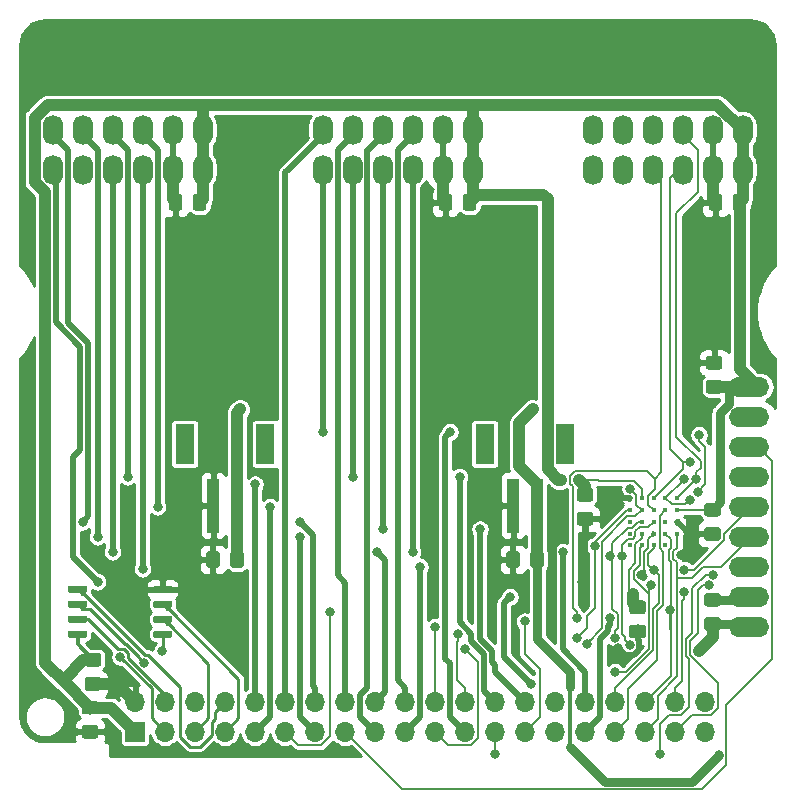
<source format=gbr>
G04 #@! TF.GenerationSoftware,KiCad,Pcbnew,5.1.4+dfsg1-1*
G04 #@! TF.CreationDate,2019-11-19T12:30:17-08:00*
G04 #@! TF.ProjectId,cartridge,63617274-7269-4646-9765-2e6b69636164,rev?*
G04 #@! TF.SameCoordinates,PX40311b0PY2227a70*
G04 #@! TF.FileFunction,Copper,L1,Top*
G04 #@! TF.FilePolarity,Positive*
%FSLAX46Y46*%
G04 Gerber Fmt 4.6, Leading zero omitted, Abs format (unit mm)*
G04 Created by KiCad (PCBNEW 5.1.4+dfsg1-1) date 2019-11-19 12:30:17*
%MOMM*%
%LPD*%
G04 APERTURE LIST*
%ADD10C,0.400000*%
%ADD11R,1.600000X3.400000*%
%ADD12R,1.000000X4.600000*%
%ADD13O,3.400000X1.700000*%
%ADD14C,0.050000*%
%ADD15C,1.150000*%
%ADD16R,1.700000X1.700000*%
%ADD17O,1.700000X1.700000*%
%ADD18O,1.700000X2.540000*%
%ADD19C,0.600000*%
%ADD20C,0.800000*%
%ADD21C,0.508000*%
%ADD22C,0.203200*%
%ADD23C,1.016000*%
%ADD24C,0.762000*%
%ADD25C,0.304800*%
%ADD26C,0.254000*%
%ADD27C,0.152400*%
G04 APERTURE END LIST*
D10*
X56070000Y-43926000D03*
X56070000Y-42926000D03*
X56070000Y-41926000D03*
X56070000Y-40926000D03*
X55070000Y-44926000D03*
X55070000Y-43926000D03*
X55070000Y-42926000D03*
X55070000Y-41926000D03*
X55070000Y-40926000D03*
X54070000Y-44926000D03*
X54070000Y-43926000D03*
X54070000Y-42926000D03*
X54070000Y-41926000D03*
X54070000Y-40926000D03*
X53070000Y-44926000D03*
X53070000Y-43926000D03*
X53070000Y-42926000D03*
X53070000Y-41926000D03*
X53070000Y-40926000D03*
X52070000Y-44926000D03*
X52070000Y-43926000D03*
X52070000Y-42926000D03*
X52070000Y-41926000D03*
X52070000Y-40926000D03*
D11*
X46580000Y-36346000D03*
X39780000Y-36346000D03*
D12*
X44180000Y-41546000D03*
X42180000Y-41546000D03*
D11*
X21180000Y-36346000D03*
X14380000Y-36346000D03*
D12*
X18780000Y-41546000D03*
X16780000Y-41546000D03*
D13*
X62165000Y-51816000D03*
X62165000Y-49276000D03*
X62165000Y-46736000D03*
X62165000Y-44196000D03*
X62165000Y-41656000D03*
X62165000Y-39116000D03*
X62165000Y-36576000D03*
X62165000Y-34036000D03*
X62165000Y-31496000D03*
D14*
G36*
X17104505Y-45402204D02*
G01*
X17128773Y-45405804D01*
X17152572Y-45411765D01*
X17175671Y-45420030D01*
X17197850Y-45430520D01*
X17218893Y-45443132D01*
X17238599Y-45457747D01*
X17256777Y-45474223D01*
X17273253Y-45492401D01*
X17287868Y-45512107D01*
X17300480Y-45533150D01*
X17310970Y-45555329D01*
X17319235Y-45578428D01*
X17325196Y-45602227D01*
X17328796Y-45626495D01*
X17330000Y-45650999D01*
X17330000Y-46551001D01*
X17328796Y-46575505D01*
X17325196Y-46599773D01*
X17319235Y-46623572D01*
X17310970Y-46646671D01*
X17300480Y-46668850D01*
X17287868Y-46689893D01*
X17273253Y-46709599D01*
X17256777Y-46727777D01*
X17238599Y-46744253D01*
X17218893Y-46758868D01*
X17197850Y-46771480D01*
X17175671Y-46781970D01*
X17152572Y-46790235D01*
X17128773Y-46796196D01*
X17104505Y-46799796D01*
X17080001Y-46801000D01*
X16429999Y-46801000D01*
X16405495Y-46799796D01*
X16381227Y-46796196D01*
X16357428Y-46790235D01*
X16334329Y-46781970D01*
X16312150Y-46771480D01*
X16291107Y-46758868D01*
X16271401Y-46744253D01*
X16253223Y-46727777D01*
X16236747Y-46709599D01*
X16222132Y-46689893D01*
X16209520Y-46668850D01*
X16199030Y-46646671D01*
X16190765Y-46623572D01*
X16184804Y-46599773D01*
X16181204Y-46575505D01*
X16180000Y-46551001D01*
X16180000Y-45650999D01*
X16181204Y-45626495D01*
X16184804Y-45602227D01*
X16190765Y-45578428D01*
X16199030Y-45555329D01*
X16209520Y-45533150D01*
X16222132Y-45512107D01*
X16236747Y-45492401D01*
X16253223Y-45474223D01*
X16271401Y-45457747D01*
X16291107Y-45443132D01*
X16312150Y-45430520D01*
X16334329Y-45420030D01*
X16357428Y-45411765D01*
X16381227Y-45405804D01*
X16405495Y-45402204D01*
X16429999Y-45401000D01*
X17080001Y-45401000D01*
X17104505Y-45402204D01*
X17104505Y-45402204D01*
G37*
D15*
X16755000Y-46101000D03*
D14*
G36*
X19154505Y-45402204D02*
G01*
X19178773Y-45405804D01*
X19202572Y-45411765D01*
X19225671Y-45420030D01*
X19247850Y-45430520D01*
X19268893Y-45443132D01*
X19288599Y-45457747D01*
X19306777Y-45474223D01*
X19323253Y-45492401D01*
X19337868Y-45512107D01*
X19350480Y-45533150D01*
X19360970Y-45555329D01*
X19369235Y-45578428D01*
X19375196Y-45602227D01*
X19378796Y-45626495D01*
X19380000Y-45650999D01*
X19380000Y-46551001D01*
X19378796Y-46575505D01*
X19375196Y-46599773D01*
X19369235Y-46623572D01*
X19360970Y-46646671D01*
X19350480Y-46668850D01*
X19337868Y-46689893D01*
X19323253Y-46709599D01*
X19306777Y-46727777D01*
X19288599Y-46744253D01*
X19268893Y-46758868D01*
X19247850Y-46771480D01*
X19225671Y-46781970D01*
X19202572Y-46790235D01*
X19178773Y-46796196D01*
X19154505Y-46799796D01*
X19130001Y-46801000D01*
X18479999Y-46801000D01*
X18455495Y-46799796D01*
X18431227Y-46796196D01*
X18407428Y-46790235D01*
X18384329Y-46781970D01*
X18362150Y-46771480D01*
X18341107Y-46758868D01*
X18321401Y-46744253D01*
X18303223Y-46727777D01*
X18286747Y-46709599D01*
X18272132Y-46689893D01*
X18259520Y-46668850D01*
X18249030Y-46646671D01*
X18240765Y-46623572D01*
X18234804Y-46599773D01*
X18231204Y-46575505D01*
X18230000Y-46551001D01*
X18230000Y-45650999D01*
X18231204Y-45626495D01*
X18234804Y-45602227D01*
X18240765Y-45578428D01*
X18249030Y-45555329D01*
X18259520Y-45533150D01*
X18272132Y-45512107D01*
X18286747Y-45492401D01*
X18303223Y-45474223D01*
X18321401Y-45457747D01*
X18341107Y-45443132D01*
X18362150Y-45430520D01*
X18384329Y-45420030D01*
X18407428Y-45411765D01*
X18431227Y-45405804D01*
X18455495Y-45402204D01*
X18479999Y-45401000D01*
X19130001Y-45401000D01*
X19154505Y-45402204D01*
X19154505Y-45402204D01*
G37*
D15*
X18805000Y-46101000D03*
D14*
G36*
X42504505Y-45402204D02*
G01*
X42528773Y-45405804D01*
X42552572Y-45411765D01*
X42575671Y-45420030D01*
X42597850Y-45430520D01*
X42618893Y-45443132D01*
X42638599Y-45457747D01*
X42656777Y-45474223D01*
X42673253Y-45492401D01*
X42687868Y-45512107D01*
X42700480Y-45533150D01*
X42710970Y-45555329D01*
X42719235Y-45578428D01*
X42725196Y-45602227D01*
X42728796Y-45626495D01*
X42730000Y-45650999D01*
X42730000Y-46551001D01*
X42728796Y-46575505D01*
X42725196Y-46599773D01*
X42719235Y-46623572D01*
X42710970Y-46646671D01*
X42700480Y-46668850D01*
X42687868Y-46689893D01*
X42673253Y-46709599D01*
X42656777Y-46727777D01*
X42638599Y-46744253D01*
X42618893Y-46758868D01*
X42597850Y-46771480D01*
X42575671Y-46781970D01*
X42552572Y-46790235D01*
X42528773Y-46796196D01*
X42504505Y-46799796D01*
X42480001Y-46801000D01*
X41829999Y-46801000D01*
X41805495Y-46799796D01*
X41781227Y-46796196D01*
X41757428Y-46790235D01*
X41734329Y-46781970D01*
X41712150Y-46771480D01*
X41691107Y-46758868D01*
X41671401Y-46744253D01*
X41653223Y-46727777D01*
X41636747Y-46709599D01*
X41622132Y-46689893D01*
X41609520Y-46668850D01*
X41599030Y-46646671D01*
X41590765Y-46623572D01*
X41584804Y-46599773D01*
X41581204Y-46575505D01*
X41580000Y-46551001D01*
X41580000Y-45650999D01*
X41581204Y-45626495D01*
X41584804Y-45602227D01*
X41590765Y-45578428D01*
X41599030Y-45555329D01*
X41609520Y-45533150D01*
X41622132Y-45512107D01*
X41636747Y-45492401D01*
X41653223Y-45474223D01*
X41671401Y-45457747D01*
X41691107Y-45443132D01*
X41712150Y-45430520D01*
X41734329Y-45420030D01*
X41757428Y-45411765D01*
X41781227Y-45405804D01*
X41805495Y-45402204D01*
X41829999Y-45401000D01*
X42480001Y-45401000D01*
X42504505Y-45402204D01*
X42504505Y-45402204D01*
G37*
D15*
X42155000Y-46101000D03*
D14*
G36*
X44554505Y-45402204D02*
G01*
X44578773Y-45405804D01*
X44602572Y-45411765D01*
X44625671Y-45420030D01*
X44647850Y-45430520D01*
X44668893Y-45443132D01*
X44688599Y-45457747D01*
X44706777Y-45474223D01*
X44723253Y-45492401D01*
X44737868Y-45512107D01*
X44750480Y-45533150D01*
X44760970Y-45555329D01*
X44769235Y-45578428D01*
X44775196Y-45602227D01*
X44778796Y-45626495D01*
X44780000Y-45650999D01*
X44780000Y-46551001D01*
X44778796Y-46575505D01*
X44775196Y-46599773D01*
X44769235Y-46623572D01*
X44760970Y-46646671D01*
X44750480Y-46668850D01*
X44737868Y-46689893D01*
X44723253Y-46709599D01*
X44706777Y-46727777D01*
X44688599Y-46744253D01*
X44668893Y-46758868D01*
X44647850Y-46771480D01*
X44625671Y-46781970D01*
X44602572Y-46790235D01*
X44578773Y-46796196D01*
X44554505Y-46799796D01*
X44530001Y-46801000D01*
X43879999Y-46801000D01*
X43855495Y-46799796D01*
X43831227Y-46796196D01*
X43807428Y-46790235D01*
X43784329Y-46781970D01*
X43762150Y-46771480D01*
X43741107Y-46758868D01*
X43721401Y-46744253D01*
X43703223Y-46727777D01*
X43686747Y-46709599D01*
X43672132Y-46689893D01*
X43659520Y-46668850D01*
X43649030Y-46646671D01*
X43640765Y-46623572D01*
X43634804Y-46599773D01*
X43631204Y-46575505D01*
X43630000Y-46551001D01*
X43630000Y-45650999D01*
X43631204Y-45626495D01*
X43634804Y-45602227D01*
X43640765Y-45578428D01*
X43649030Y-45555329D01*
X43659520Y-45533150D01*
X43672132Y-45512107D01*
X43686747Y-45492401D01*
X43703223Y-45474223D01*
X43721401Y-45457747D01*
X43741107Y-45443132D01*
X43762150Y-45430520D01*
X43784329Y-45420030D01*
X43807428Y-45411765D01*
X43831227Y-45405804D01*
X43855495Y-45402204D01*
X43879999Y-45401000D01*
X44530001Y-45401000D01*
X44554505Y-45402204D01*
X44554505Y-45402204D01*
G37*
D15*
X44205000Y-46101000D03*
D14*
G36*
X59529505Y-48947204D02*
G01*
X59553773Y-48950804D01*
X59577572Y-48956765D01*
X59600671Y-48965030D01*
X59622850Y-48975520D01*
X59643893Y-48988132D01*
X59663599Y-49002747D01*
X59681777Y-49019223D01*
X59698253Y-49037401D01*
X59712868Y-49057107D01*
X59725480Y-49078150D01*
X59735970Y-49100329D01*
X59744235Y-49123428D01*
X59750196Y-49147227D01*
X59753796Y-49171495D01*
X59755000Y-49195999D01*
X59755000Y-49846001D01*
X59753796Y-49870505D01*
X59750196Y-49894773D01*
X59744235Y-49918572D01*
X59735970Y-49941671D01*
X59725480Y-49963850D01*
X59712868Y-49984893D01*
X59698253Y-50004599D01*
X59681777Y-50022777D01*
X59663599Y-50039253D01*
X59643893Y-50053868D01*
X59622850Y-50066480D01*
X59600671Y-50076970D01*
X59577572Y-50085235D01*
X59553773Y-50091196D01*
X59529505Y-50094796D01*
X59505001Y-50096000D01*
X58604999Y-50096000D01*
X58580495Y-50094796D01*
X58556227Y-50091196D01*
X58532428Y-50085235D01*
X58509329Y-50076970D01*
X58487150Y-50066480D01*
X58466107Y-50053868D01*
X58446401Y-50039253D01*
X58428223Y-50022777D01*
X58411747Y-50004599D01*
X58397132Y-49984893D01*
X58384520Y-49963850D01*
X58374030Y-49941671D01*
X58365765Y-49918572D01*
X58359804Y-49894773D01*
X58356204Y-49870505D01*
X58355000Y-49846001D01*
X58355000Y-49195999D01*
X58356204Y-49171495D01*
X58359804Y-49147227D01*
X58365765Y-49123428D01*
X58374030Y-49100329D01*
X58384520Y-49078150D01*
X58397132Y-49057107D01*
X58411747Y-49037401D01*
X58428223Y-49019223D01*
X58446401Y-49002747D01*
X58466107Y-48988132D01*
X58487150Y-48975520D01*
X58509329Y-48965030D01*
X58532428Y-48956765D01*
X58556227Y-48950804D01*
X58580495Y-48947204D01*
X58604999Y-48946000D01*
X59505001Y-48946000D01*
X59529505Y-48947204D01*
X59529505Y-48947204D01*
G37*
D15*
X59055000Y-49521000D03*
D14*
G36*
X59529505Y-50997204D02*
G01*
X59553773Y-51000804D01*
X59577572Y-51006765D01*
X59600671Y-51015030D01*
X59622850Y-51025520D01*
X59643893Y-51038132D01*
X59663599Y-51052747D01*
X59681777Y-51069223D01*
X59698253Y-51087401D01*
X59712868Y-51107107D01*
X59725480Y-51128150D01*
X59735970Y-51150329D01*
X59744235Y-51173428D01*
X59750196Y-51197227D01*
X59753796Y-51221495D01*
X59755000Y-51245999D01*
X59755000Y-51896001D01*
X59753796Y-51920505D01*
X59750196Y-51944773D01*
X59744235Y-51968572D01*
X59735970Y-51991671D01*
X59725480Y-52013850D01*
X59712868Y-52034893D01*
X59698253Y-52054599D01*
X59681777Y-52072777D01*
X59663599Y-52089253D01*
X59643893Y-52103868D01*
X59622850Y-52116480D01*
X59600671Y-52126970D01*
X59577572Y-52135235D01*
X59553773Y-52141196D01*
X59529505Y-52144796D01*
X59505001Y-52146000D01*
X58604999Y-52146000D01*
X58580495Y-52144796D01*
X58556227Y-52141196D01*
X58532428Y-52135235D01*
X58509329Y-52126970D01*
X58487150Y-52116480D01*
X58466107Y-52103868D01*
X58446401Y-52089253D01*
X58428223Y-52072777D01*
X58411747Y-52054599D01*
X58397132Y-52034893D01*
X58384520Y-52013850D01*
X58374030Y-51991671D01*
X58365765Y-51968572D01*
X58359804Y-51944773D01*
X58356204Y-51920505D01*
X58355000Y-51896001D01*
X58355000Y-51245999D01*
X58356204Y-51221495D01*
X58359804Y-51197227D01*
X58365765Y-51173428D01*
X58374030Y-51150329D01*
X58384520Y-51128150D01*
X58397132Y-51107107D01*
X58411747Y-51087401D01*
X58428223Y-51069223D01*
X58446401Y-51052747D01*
X58466107Y-51038132D01*
X58487150Y-51025520D01*
X58509329Y-51015030D01*
X58532428Y-51006765D01*
X58556227Y-51000804D01*
X58580495Y-50997204D01*
X58604999Y-50996000D01*
X59505001Y-50996000D01*
X59529505Y-50997204D01*
X59529505Y-50997204D01*
G37*
D15*
X59055000Y-51571000D03*
D14*
G36*
X59656505Y-28881204D02*
G01*
X59680773Y-28884804D01*
X59704572Y-28890765D01*
X59727671Y-28899030D01*
X59749850Y-28909520D01*
X59770893Y-28922132D01*
X59790599Y-28936747D01*
X59808777Y-28953223D01*
X59825253Y-28971401D01*
X59839868Y-28991107D01*
X59852480Y-29012150D01*
X59862970Y-29034329D01*
X59871235Y-29057428D01*
X59877196Y-29081227D01*
X59880796Y-29105495D01*
X59882000Y-29129999D01*
X59882000Y-29780001D01*
X59880796Y-29804505D01*
X59877196Y-29828773D01*
X59871235Y-29852572D01*
X59862970Y-29875671D01*
X59852480Y-29897850D01*
X59839868Y-29918893D01*
X59825253Y-29938599D01*
X59808777Y-29956777D01*
X59790599Y-29973253D01*
X59770893Y-29987868D01*
X59749850Y-30000480D01*
X59727671Y-30010970D01*
X59704572Y-30019235D01*
X59680773Y-30025196D01*
X59656505Y-30028796D01*
X59632001Y-30030000D01*
X58731999Y-30030000D01*
X58707495Y-30028796D01*
X58683227Y-30025196D01*
X58659428Y-30019235D01*
X58636329Y-30010970D01*
X58614150Y-30000480D01*
X58593107Y-29987868D01*
X58573401Y-29973253D01*
X58555223Y-29956777D01*
X58538747Y-29938599D01*
X58524132Y-29918893D01*
X58511520Y-29897850D01*
X58501030Y-29875671D01*
X58492765Y-29852572D01*
X58486804Y-29828773D01*
X58483204Y-29804505D01*
X58482000Y-29780001D01*
X58482000Y-29129999D01*
X58483204Y-29105495D01*
X58486804Y-29081227D01*
X58492765Y-29057428D01*
X58501030Y-29034329D01*
X58511520Y-29012150D01*
X58524132Y-28991107D01*
X58538747Y-28971401D01*
X58555223Y-28953223D01*
X58573401Y-28936747D01*
X58593107Y-28922132D01*
X58614150Y-28909520D01*
X58636329Y-28899030D01*
X58659428Y-28890765D01*
X58683227Y-28884804D01*
X58707495Y-28881204D01*
X58731999Y-28880000D01*
X59632001Y-28880000D01*
X59656505Y-28881204D01*
X59656505Y-28881204D01*
G37*
D15*
X59182000Y-29455000D03*
D14*
G36*
X59656505Y-30931204D02*
G01*
X59680773Y-30934804D01*
X59704572Y-30940765D01*
X59727671Y-30949030D01*
X59749850Y-30959520D01*
X59770893Y-30972132D01*
X59790599Y-30986747D01*
X59808777Y-31003223D01*
X59825253Y-31021401D01*
X59839868Y-31041107D01*
X59852480Y-31062150D01*
X59862970Y-31084329D01*
X59871235Y-31107428D01*
X59877196Y-31131227D01*
X59880796Y-31155495D01*
X59882000Y-31179999D01*
X59882000Y-31830001D01*
X59880796Y-31854505D01*
X59877196Y-31878773D01*
X59871235Y-31902572D01*
X59862970Y-31925671D01*
X59852480Y-31947850D01*
X59839868Y-31968893D01*
X59825253Y-31988599D01*
X59808777Y-32006777D01*
X59790599Y-32023253D01*
X59770893Y-32037868D01*
X59749850Y-32050480D01*
X59727671Y-32060970D01*
X59704572Y-32069235D01*
X59680773Y-32075196D01*
X59656505Y-32078796D01*
X59632001Y-32080000D01*
X58731999Y-32080000D01*
X58707495Y-32078796D01*
X58683227Y-32075196D01*
X58659428Y-32069235D01*
X58636329Y-32060970D01*
X58614150Y-32050480D01*
X58593107Y-32037868D01*
X58573401Y-32023253D01*
X58555223Y-32006777D01*
X58538747Y-31988599D01*
X58524132Y-31968893D01*
X58511520Y-31947850D01*
X58501030Y-31925671D01*
X58492765Y-31902572D01*
X58486804Y-31878773D01*
X58483204Y-31854505D01*
X58482000Y-31830001D01*
X58482000Y-31179999D01*
X58483204Y-31155495D01*
X58486804Y-31131227D01*
X58492765Y-31107428D01*
X58501030Y-31084329D01*
X58511520Y-31062150D01*
X58524132Y-31041107D01*
X58538747Y-31021401D01*
X58555223Y-31003223D01*
X58573401Y-30986747D01*
X58593107Y-30972132D01*
X58614150Y-30959520D01*
X58636329Y-30949030D01*
X58659428Y-30940765D01*
X58683227Y-30934804D01*
X58707495Y-30931204D01*
X58731999Y-30930000D01*
X59632001Y-30930000D01*
X59656505Y-30931204D01*
X59656505Y-30931204D01*
G37*
D15*
X59182000Y-31505000D03*
D16*
X10160000Y-60706000D03*
D17*
X10160000Y-58166000D03*
X12700000Y-60706000D03*
X12700000Y-58166000D03*
X15240000Y-60706000D03*
X15240000Y-58166000D03*
X17780000Y-60706000D03*
X17780000Y-58166000D03*
X20320000Y-60706000D03*
X20320000Y-58166000D03*
X22860000Y-60706000D03*
X22860000Y-58166000D03*
X25400000Y-60706000D03*
X25400000Y-58166000D03*
X27940000Y-60706000D03*
X27940000Y-58166000D03*
X30480000Y-60706000D03*
X30480000Y-58166000D03*
X33020000Y-60706000D03*
X33020000Y-58166000D03*
X35560000Y-60706000D03*
X35560000Y-58166000D03*
X38100000Y-60706000D03*
X38100000Y-58166000D03*
X40640000Y-60706000D03*
X40640000Y-58166000D03*
X43180000Y-60706000D03*
X43180000Y-58166000D03*
X45720000Y-60706000D03*
X45720000Y-58166000D03*
X48260000Y-60706000D03*
X48260000Y-58166000D03*
X50800000Y-60706000D03*
X50800000Y-58166000D03*
X53340000Y-60706000D03*
X53340000Y-58166000D03*
X55880000Y-60706000D03*
X55880000Y-58166000D03*
X58420000Y-60706000D03*
X58420000Y-58166000D03*
D18*
X61595000Y-13101000D03*
X61595000Y-9761000D03*
X59055000Y-13101000D03*
X59055000Y-9761000D03*
X56515000Y-13101000D03*
X56515000Y-9761000D03*
X53975000Y-13101000D03*
X53975000Y-9761000D03*
X51435000Y-13101000D03*
X51435000Y-9761000D03*
X48895000Y-13101000D03*
X48895000Y-9761000D03*
X38735000Y-13101000D03*
X38735000Y-9761000D03*
X36195000Y-13101000D03*
X36195000Y-9761000D03*
X33655000Y-13101000D03*
X33655000Y-9761000D03*
X31115000Y-13101000D03*
X31115000Y-9761000D03*
X28575000Y-13101000D03*
X28575000Y-9761000D03*
X26035000Y-13101000D03*
X26035000Y-9761000D03*
X15875000Y-13101000D03*
X15875000Y-9761000D03*
X13335000Y-13101000D03*
X13335000Y-9761000D03*
X10795000Y-13101000D03*
X10795000Y-9761000D03*
X8255000Y-13101000D03*
X8255000Y-9761000D03*
X5715000Y-13101000D03*
X5715000Y-9761000D03*
X3175000Y-13101000D03*
X3175000Y-9761000D03*
D14*
G36*
X5954703Y-52151722D02*
G01*
X5969264Y-52153882D01*
X5983543Y-52157459D01*
X5997403Y-52162418D01*
X6010710Y-52168712D01*
X6023336Y-52176280D01*
X6035159Y-52185048D01*
X6046066Y-52194934D01*
X6055952Y-52205841D01*
X6064720Y-52217664D01*
X6072288Y-52230290D01*
X6078582Y-52243597D01*
X6083541Y-52257457D01*
X6087118Y-52271736D01*
X6089278Y-52286297D01*
X6090000Y-52301000D01*
X6090000Y-52601000D01*
X6089278Y-52615703D01*
X6087118Y-52630264D01*
X6083541Y-52644543D01*
X6078582Y-52658403D01*
X6072288Y-52671710D01*
X6064720Y-52684336D01*
X6055952Y-52696159D01*
X6046066Y-52707066D01*
X6035159Y-52716952D01*
X6023336Y-52725720D01*
X6010710Y-52733288D01*
X5997403Y-52739582D01*
X5983543Y-52744541D01*
X5969264Y-52748118D01*
X5954703Y-52750278D01*
X5940000Y-52751000D01*
X4640000Y-52751000D01*
X4625297Y-52750278D01*
X4610736Y-52748118D01*
X4596457Y-52744541D01*
X4582597Y-52739582D01*
X4569290Y-52733288D01*
X4556664Y-52725720D01*
X4544841Y-52716952D01*
X4533934Y-52707066D01*
X4524048Y-52696159D01*
X4515280Y-52684336D01*
X4507712Y-52671710D01*
X4501418Y-52658403D01*
X4496459Y-52644543D01*
X4492882Y-52630264D01*
X4490722Y-52615703D01*
X4490000Y-52601000D01*
X4490000Y-52301000D01*
X4490722Y-52286297D01*
X4492882Y-52271736D01*
X4496459Y-52257457D01*
X4501418Y-52243597D01*
X4507712Y-52230290D01*
X4515280Y-52217664D01*
X4524048Y-52205841D01*
X4533934Y-52194934D01*
X4544841Y-52185048D01*
X4556664Y-52176280D01*
X4569290Y-52168712D01*
X4582597Y-52162418D01*
X4596457Y-52157459D01*
X4610736Y-52153882D01*
X4625297Y-52151722D01*
X4640000Y-52151000D01*
X5940000Y-52151000D01*
X5954703Y-52151722D01*
X5954703Y-52151722D01*
G37*
D19*
X5290000Y-52451000D03*
D14*
G36*
X5954703Y-50881722D02*
G01*
X5969264Y-50883882D01*
X5983543Y-50887459D01*
X5997403Y-50892418D01*
X6010710Y-50898712D01*
X6023336Y-50906280D01*
X6035159Y-50915048D01*
X6046066Y-50924934D01*
X6055952Y-50935841D01*
X6064720Y-50947664D01*
X6072288Y-50960290D01*
X6078582Y-50973597D01*
X6083541Y-50987457D01*
X6087118Y-51001736D01*
X6089278Y-51016297D01*
X6090000Y-51031000D01*
X6090000Y-51331000D01*
X6089278Y-51345703D01*
X6087118Y-51360264D01*
X6083541Y-51374543D01*
X6078582Y-51388403D01*
X6072288Y-51401710D01*
X6064720Y-51414336D01*
X6055952Y-51426159D01*
X6046066Y-51437066D01*
X6035159Y-51446952D01*
X6023336Y-51455720D01*
X6010710Y-51463288D01*
X5997403Y-51469582D01*
X5983543Y-51474541D01*
X5969264Y-51478118D01*
X5954703Y-51480278D01*
X5940000Y-51481000D01*
X4640000Y-51481000D01*
X4625297Y-51480278D01*
X4610736Y-51478118D01*
X4596457Y-51474541D01*
X4582597Y-51469582D01*
X4569290Y-51463288D01*
X4556664Y-51455720D01*
X4544841Y-51446952D01*
X4533934Y-51437066D01*
X4524048Y-51426159D01*
X4515280Y-51414336D01*
X4507712Y-51401710D01*
X4501418Y-51388403D01*
X4496459Y-51374543D01*
X4492882Y-51360264D01*
X4490722Y-51345703D01*
X4490000Y-51331000D01*
X4490000Y-51031000D01*
X4490722Y-51016297D01*
X4492882Y-51001736D01*
X4496459Y-50987457D01*
X4501418Y-50973597D01*
X4507712Y-50960290D01*
X4515280Y-50947664D01*
X4524048Y-50935841D01*
X4533934Y-50924934D01*
X4544841Y-50915048D01*
X4556664Y-50906280D01*
X4569290Y-50898712D01*
X4582597Y-50892418D01*
X4596457Y-50887459D01*
X4610736Y-50883882D01*
X4625297Y-50881722D01*
X4640000Y-50881000D01*
X5940000Y-50881000D01*
X5954703Y-50881722D01*
X5954703Y-50881722D01*
G37*
D19*
X5290000Y-51181000D03*
D14*
G36*
X5954703Y-49611722D02*
G01*
X5969264Y-49613882D01*
X5983543Y-49617459D01*
X5997403Y-49622418D01*
X6010710Y-49628712D01*
X6023336Y-49636280D01*
X6035159Y-49645048D01*
X6046066Y-49654934D01*
X6055952Y-49665841D01*
X6064720Y-49677664D01*
X6072288Y-49690290D01*
X6078582Y-49703597D01*
X6083541Y-49717457D01*
X6087118Y-49731736D01*
X6089278Y-49746297D01*
X6090000Y-49761000D01*
X6090000Y-50061000D01*
X6089278Y-50075703D01*
X6087118Y-50090264D01*
X6083541Y-50104543D01*
X6078582Y-50118403D01*
X6072288Y-50131710D01*
X6064720Y-50144336D01*
X6055952Y-50156159D01*
X6046066Y-50167066D01*
X6035159Y-50176952D01*
X6023336Y-50185720D01*
X6010710Y-50193288D01*
X5997403Y-50199582D01*
X5983543Y-50204541D01*
X5969264Y-50208118D01*
X5954703Y-50210278D01*
X5940000Y-50211000D01*
X4640000Y-50211000D01*
X4625297Y-50210278D01*
X4610736Y-50208118D01*
X4596457Y-50204541D01*
X4582597Y-50199582D01*
X4569290Y-50193288D01*
X4556664Y-50185720D01*
X4544841Y-50176952D01*
X4533934Y-50167066D01*
X4524048Y-50156159D01*
X4515280Y-50144336D01*
X4507712Y-50131710D01*
X4501418Y-50118403D01*
X4496459Y-50104543D01*
X4492882Y-50090264D01*
X4490722Y-50075703D01*
X4490000Y-50061000D01*
X4490000Y-49761000D01*
X4490722Y-49746297D01*
X4492882Y-49731736D01*
X4496459Y-49717457D01*
X4501418Y-49703597D01*
X4507712Y-49690290D01*
X4515280Y-49677664D01*
X4524048Y-49665841D01*
X4533934Y-49654934D01*
X4544841Y-49645048D01*
X4556664Y-49636280D01*
X4569290Y-49628712D01*
X4582597Y-49622418D01*
X4596457Y-49617459D01*
X4610736Y-49613882D01*
X4625297Y-49611722D01*
X4640000Y-49611000D01*
X5940000Y-49611000D01*
X5954703Y-49611722D01*
X5954703Y-49611722D01*
G37*
D19*
X5290000Y-49911000D03*
D14*
G36*
X5954703Y-48341722D02*
G01*
X5969264Y-48343882D01*
X5983543Y-48347459D01*
X5997403Y-48352418D01*
X6010710Y-48358712D01*
X6023336Y-48366280D01*
X6035159Y-48375048D01*
X6046066Y-48384934D01*
X6055952Y-48395841D01*
X6064720Y-48407664D01*
X6072288Y-48420290D01*
X6078582Y-48433597D01*
X6083541Y-48447457D01*
X6087118Y-48461736D01*
X6089278Y-48476297D01*
X6090000Y-48491000D01*
X6090000Y-48791000D01*
X6089278Y-48805703D01*
X6087118Y-48820264D01*
X6083541Y-48834543D01*
X6078582Y-48848403D01*
X6072288Y-48861710D01*
X6064720Y-48874336D01*
X6055952Y-48886159D01*
X6046066Y-48897066D01*
X6035159Y-48906952D01*
X6023336Y-48915720D01*
X6010710Y-48923288D01*
X5997403Y-48929582D01*
X5983543Y-48934541D01*
X5969264Y-48938118D01*
X5954703Y-48940278D01*
X5940000Y-48941000D01*
X4640000Y-48941000D01*
X4625297Y-48940278D01*
X4610736Y-48938118D01*
X4596457Y-48934541D01*
X4582597Y-48929582D01*
X4569290Y-48923288D01*
X4556664Y-48915720D01*
X4544841Y-48906952D01*
X4533934Y-48897066D01*
X4524048Y-48886159D01*
X4515280Y-48874336D01*
X4507712Y-48861710D01*
X4501418Y-48848403D01*
X4496459Y-48834543D01*
X4492882Y-48820264D01*
X4490722Y-48805703D01*
X4490000Y-48791000D01*
X4490000Y-48491000D01*
X4490722Y-48476297D01*
X4492882Y-48461736D01*
X4496459Y-48447457D01*
X4501418Y-48433597D01*
X4507712Y-48420290D01*
X4515280Y-48407664D01*
X4524048Y-48395841D01*
X4533934Y-48384934D01*
X4544841Y-48375048D01*
X4556664Y-48366280D01*
X4569290Y-48358712D01*
X4582597Y-48352418D01*
X4596457Y-48347459D01*
X4610736Y-48343882D01*
X4625297Y-48341722D01*
X4640000Y-48341000D01*
X5940000Y-48341000D01*
X5954703Y-48341722D01*
X5954703Y-48341722D01*
G37*
D19*
X5290000Y-48641000D03*
D14*
G36*
X13154703Y-48341722D02*
G01*
X13169264Y-48343882D01*
X13183543Y-48347459D01*
X13197403Y-48352418D01*
X13210710Y-48358712D01*
X13223336Y-48366280D01*
X13235159Y-48375048D01*
X13246066Y-48384934D01*
X13255952Y-48395841D01*
X13264720Y-48407664D01*
X13272288Y-48420290D01*
X13278582Y-48433597D01*
X13283541Y-48447457D01*
X13287118Y-48461736D01*
X13289278Y-48476297D01*
X13290000Y-48491000D01*
X13290000Y-48791000D01*
X13289278Y-48805703D01*
X13287118Y-48820264D01*
X13283541Y-48834543D01*
X13278582Y-48848403D01*
X13272288Y-48861710D01*
X13264720Y-48874336D01*
X13255952Y-48886159D01*
X13246066Y-48897066D01*
X13235159Y-48906952D01*
X13223336Y-48915720D01*
X13210710Y-48923288D01*
X13197403Y-48929582D01*
X13183543Y-48934541D01*
X13169264Y-48938118D01*
X13154703Y-48940278D01*
X13140000Y-48941000D01*
X11840000Y-48941000D01*
X11825297Y-48940278D01*
X11810736Y-48938118D01*
X11796457Y-48934541D01*
X11782597Y-48929582D01*
X11769290Y-48923288D01*
X11756664Y-48915720D01*
X11744841Y-48906952D01*
X11733934Y-48897066D01*
X11724048Y-48886159D01*
X11715280Y-48874336D01*
X11707712Y-48861710D01*
X11701418Y-48848403D01*
X11696459Y-48834543D01*
X11692882Y-48820264D01*
X11690722Y-48805703D01*
X11690000Y-48791000D01*
X11690000Y-48491000D01*
X11690722Y-48476297D01*
X11692882Y-48461736D01*
X11696459Y-48447457D01*
X11701418Y-48433597D01*
X11707712Y-48420290D01*
X11715280Y-48407664D01*
X11724048Y-48395841D01*
X11733934Y-48384934D01*
X11744841Y-48375048D01*
X11756664Y-48366280D01*
X11769290Y-48358712D01*
X11782597Y-48352418D01*
X11796457Y-48347459D01*
X11810736Y-48343882D01*
X11825297Y-48341722D01*
X11840000Y-48341000D01*
X13140000Y-48341000D01*
X13154703Y-48341722D01*
X13154703Y-48341722D01*
G37*
D19*
X12490000Y-48641000D03*
D14*
G36*
X13154703Y-49611722D02*
G01*
X13169264Y-49613882D01*
X13183543Y-49617459D01*
X13197403Y-49622418D01*
X13210710Y-49628712D01*
X13223336Y-49636280D01*
X13235159Y-49645048D01*
X13246066Y-49654934D01*
X13255952Y-49665841D01*
X13264720Y-49677664D01*
X13272288Y-49690290D01*
X13278582Y-49703597D01*
X13283541Y-49717457D01*
X13287118Y-49731736D01*
X13289278Y-49746297D01*
X13290000Y-49761000D01*
X13290000Y-50061000D01*
X13289278Y-50075703D01*
X13287118Y-50090264D01*
X13283541Y-50104543D01*
X13278582Y-50118403D01*
X13272288Y-50131710D01*
X13264720Y-50144336D01*
X13255952Y-50156159D01*
X13246066Y-50167066D01*
X13235159Y-50176952D01*
X13223336Y-50185720D01*
X13210710Y-50193288D01*
X13197403Y-50199582D01*
X13183543Y-50204541D01*
X13169264Y-50208118D01*
X13154703Y-50210278D01*
X13140000Y-50211000D01*
X11840000Y-50211000D01*
X11825297Y-50210278D01*
X11810736Y-50208118D01*
X11796457Y-50204541D01*
X11782597Y-50199582D01*
X11769290Y-50193288D01*
X11756664Y-50185720D01*
X11744841Y-50176952D01*
X11733934Y-50167066D01*
X11724048Y-50156159D01*
X11715280Y-50144336D01*
X11707712Y-50131710D01*
X11701418Y-50118403D01*
X11696459Y-50104543D01*
X11692882Y-50090264D01*
X11690722Y-50075703D01*
X11690000Y-50061000D01*
X11690000Y-49761000D01*
X11690722Y-49746297D01*
X11692882Y-49731736D01*
X11696459Y-49717457D01*
X11701418Y-49703597D01*
X11707712Y-49690290D01*
X11715280Y-49677664D01*
X11724048Y-49665841D01*
X11733934Y-49654934D01*
X11744841Y-49645048D01*
X11756664Y-49636280D01*
X11769290Y-49628712D01*
X11782597Y-49622418D01*
X11796457Y-49617459D01*
X11810736Y-49613882D01*
X11825297Y-49611722D01*
X11840000Y-49611000D01*
X13140000Y-49611000D01*
X13154703Y-49611722D01*
X13154703Y-49611722D01*
G37*
D19*
X12490000Y-49911000D03*
D14*
G36*
X13154703Y-50881722D02*
G01*
X13169264Y-50883882D01*
X13183543Y-50887459D01*
X13197403Y-50892418D01*
X13210710Y-50898712D01*
X13223336Y-50906280D01*
X13235159Y-50915048D01*
X13246066Y-50924934D01*
X13255952Y-50935841D01*
X13264720Y-50947664D01*
X13272288Y-50960290D01*
X13278582Y-50973597D01*
X13283541Y-50987457D01*
X13287118Y-51001736D01*
X13289278Y-51016297D01*
X13290000Y-51031000D01*
X13290000Y-51331000D01*
X13289278Y-51345703D01*
X13287118Y-51360264D01*
X13283541Y-51374543D01*
X13278582Y-51388403D01*
X13272288Y-51401710D01*
X13264720Y-51414336D01*
X13255952Y-51426159D01*
X13246066Y-51437066D01*
X13235159Y-51446952D01*
X13223336Y-51455720D01*
X13210710Y-51463288D01*
X13197403Y-51469582D01*
X13183543Y-51474541D01*
X13169264Y-51478118D01*
X13154703Y-51480278D01*
X13140000Y-51481000D01*
X11840000Y-51481000D01*
X11825297Y-51480278D01*
X11810736Y-51478118D01*
X11796457Y-51474541D01*
X11782597Y-51469582D01*
X11769290Y-51463288D01*
X11756664Y-51455720D01*
X11744841Y-51446952D01*
X11733934Y-51437066D01*
X11724048Y-51426159D01*
X11715280Y-51414336D01*
X11707712Y-51401710D01*
X11701418Y-51388403D01*
X11696459Y-51374543D01*
X11692882Y-51360264D01*
X11690722Y-51345703D01*
X11690000Y-51331000D01*
X11690000Y-51031000D01*
X11690722Y-51016297D01*
X11692882Y-51001736D01*
X11696459Y-50987457D01*
X11701418Y-50973597D01*
X11707712Y-50960290D01*
X11715280Y-50947664D01*
X11724048Y-50935841D01*
X11733934Y-50924934D01*
X11744841Y-50915048D01*
X11756664Y-50906280D01*
X11769290Y-50898712D01*
X11782597Y-50892418D01*
X11796457Y-50887459D01*
X11810736Y-50883882D01*
X11825297Y-50881722D01*
X11840000Y-50881000D01*
X13140000Y-50881000D01*
X13154703Y-50881722D01*
X13154703Y-50881722D01*
G37*
D19*
X12490000Y-51181000D03*
D14*
G36*
X13154703Y-52151722D02*
G01*
X13169264Y-52153882D01*
X13183543Y-52157459D01*
X13197403Y-52162418D01*
X13210710Y-52168712D01*
X13223336Y-52176280D01*
X13235159Y-52185048D01*
X13246066Y-52194934D01*
X13255952Y-52205841D01*
X13264720Y-52217664D01*
X13272288Y-52230290D01*
X13278582Y-52243597D01*
X13283541Y-52257457D01*
X13287118Y-52271736D01*
X13289278Y-52286297D01*
X13290000Y-52301000D01*
X13290000Y-52601000D01*
X13289278Y-52615703D01*
X13287118Y-52630264D01*
X13283541Y-52644543D01*
X13278582Y-52658403D01*
X13272288Y-52671710D01*
X13264720Y-52684336D01*
X13255952Y-52696159D01*
X13246066Y-52707066D01*
X13235159Y-52716952D01*
X13223336Y-52725720D01*
X13210710Y-52733288D01*
X13197403Y-52739582D01*
X13183543Y-52744541D01*
X13169264Y-52748118D01*
X13154703Y-52750278D01*
X13140000Y-52751000D01*
X11840000Y-52751000D01*
X11825297Y-52750278D01*
X11810736Y-52748118D01*
X11796457Y-52744541D01*
X11782597Y-52739582D01*
X11769290Y-52733288D01*
X11756664Y-52725720D01*
X11744841Y-52716952D01*
X11733934Y-52707066D01*
X11724048Y-52696159D01*
X11715280Y-52684336D01*
X11707712Y-52671710D01*
X11701418Y-52658403D01*
X11696459Y-52644543D01*
X11692882Y-52630264D01*
X11690722Y-52615703D01*
X11690000Y-52601000D01*
X11690000Y-52301000D01*
X11690722Y-52286297D01*
X11692882Y-52271736D01*
X11696459Y-52257457D01*
X11701418Y-52243597D01*
X11707712Y-52230290D01*
X11715280Y-52217664D01*
X11724048Y-52205841D01*
X11733934Y-52194934D01*
X11744841Y-52185048D01*
X11756664Y-52176280D01*
X11769290Y-52168712D01*
X11782597Y-52162418D01*
X11796457Y-52157459D01*
X11810736Y-52153882D01*
X11825297Y-52151722D01*
X11840000Y-52151000D01*
X13140000Y-52151000D01*
X13154703Y-52151722D01*
X13154703Y-52151722D01*
G37*
D19*
X12490000Y-52451000D03*
D14*
G36*
X59649505Y-15177204D02*
G01*
X59673773Y-15180804D01*
X59697572Y-15186765D01*
X59720671Y-15195030D01*
X59742850Y-15205520D01*
X59763893Y-15218132D01*
X59783599Y-15232747D01*
X59801777Y-15249223D01*
X59818253Y-15267401D01*
X59832868Y-15287107D01*
X59845480Y-15308150D01*
X59855970Y-15330329D01*
X59864235Y-15353428D01*
X59870196Y-15377227D01*
X59873796Y-15401495D01*
X59875000Y-15425999D01*
X59875000Y-16326001D01*
X59873796Y-16350505D01*
X59870196Y-16374773D01*
X59864235Y-16398572D01*
X59855970Y-16421671D01*
X59845480Y-16443850D01*
X59832868Y-16464893D01*
X59818253Y-16484599D01*
X59801777Y-16502777D01*
X59783599Y-16519253D01*
X59763893Y-16533868D01*
X59742850Y-16546480D01*
X59720671Y-16556970D01*
X59697572Y-16565235D01*
X59673773Y-16571196D01*
X59649505Y-16574796D01*
X59625001Y-16576000D01*
X58974999Y-16576000D01*
X58950495Y-16574796D01*
X58926227Y-16571196D01*
X58902428Y-16565235D01*
X58879329Y-16556970D01*
X58857150Y-16546480D01*
X58836107Y-16533868D01*
X58816401Y-16519253D01*
X58798223Y-16502777D01*
X58781747Y-16484599D01*
X58767132Y-16464893D01*
X58754520Y-16443850D01*
X58744030Y-16421671D01*
X58735765Y-16398572D01*
X58729804Y-16374773D01*
X58726204Y-16350505D01*
X58725000Y-16326001D01*
X58725000Y-15425999D01*
X58726204Y-15401495D01*
X58729804Y-15377227D01*
X58735765Y-15353428D01*
X58744030Y-15330329D01*
X58754520Y-15308150D01*
X58767132Y-15287107D01*
X58781747Y-15267401D01*
X58798223Y-15249223D01*
X58816401Y-15232747D01*
X58836107Y-15218132D01*
X58857150Y-15205520D01*
X58879329Y-15195030D01*
X58902428Y-15186765D01*
X58926227Y-15180804D01*
X58950495Y-15177204D01*
X58974999Y-15176000D01*
X59625001Y-15176000D01*
X59649505Y-15177204D01*
X59649505Y-15177204D01*
G37*
D15*
X59300000Y-15876000D03*
D14*
G36*
X61699505Y-15177204D02*
G01*
X61723773Y-15180804D01*
X61747572Y-15186765D01*
X61770671Y-15195030D01*
X61792850Y-15205520D01*
X61813893Y-15218132D01*
X61833599Y-15232747D01*
X61851777Y-15249223D01*
X61868253Y-15267401D01*
X61882868Y-15287107D01*
X61895480Y-15308150D01*
X61905970Y-15330329D01*
X61914235Y-15353428D01*
X61920196Y-15377227D01*
X61923796Y-15401495D01*
X61925000Y-15425999D01*
X61925000Y-16326001D01*
X61923796Y-16350505D01*
X61920196Y-16374773D01*
X61914235Y-16398572D01*
X61905970Y-16421671D01*
X61895480Y-16443850D01*
X61882868Y-16464893D01*
X61868253Y-16484599D01*
X61851777Y-16502777D01*
X61833599Y-16519253D01*
X61813893Y-16533868D01*
X61792850Y-16546480D01*
X61770671Y-16556970D01*
X61747572Y-16565235D01*
X61723773Y-16571196D01*
X61699505Y-16574796D01*
X61675001Y-16576000D01*
X61024999Y-16576000D01*
X61000495Y-16574796D01*
X60976227Y-16571196D01*
X60952428Y-16565235D01*
X60929329Y-16556970D01*
X60907150Y-16546480D01*
X60886107Y-16533868D01*
X60866401Y-16519253D01*
X60848223Y-16502777D01*
X60831747Y-16484599D01*
X60817132Y-16464893D01*
X60804520Y-16443850D01*
X60794030Y-16421671D01*
X60785765Y-16398572D01*
X60779804Y-16374773D01*
X60776204Y-16350505D01*
X60775000Y-16326001D01*
X60775000Y-15425999D01*
X60776204Y-15401495D01*
X60779804Y-15377227D01*
X60785765Y-15353428D01*
X60794030Y-15330329D01*
X60804520Y-15308150D01*
X60817132Y-15287107D01*
X60831747Y-15267401D01*
X60848223Y-15249223D01*
X60866401Y-15232747D01*
X60886107Y-15218132D01*
X60907150Y-15205520D01*
X60929329Y-15195030D01*
X60952428Y-15186765D01*
X60976227Y-15180804D01*
X61000495Y-15177204D01*
X61024999Y-15176000D01*
X61675001Y-15176000D01*
X61699505Y-15177204D01*
X61699505Y-15177204D01*
G37*
D15*
X61350000Y-15876000D03*
D14*
G36*
X36789505Y-15177204D02*
G01*
X36813773Y-15180804D01*
X36837572Y-15186765D01*
X36860671Y-15195030D01*
X36882850Y-15205520D01*
X36903893Y-15218132D01*
X36923599Y-15232747D01*
X36941777Y-15249223D01*
X36958253Y-15267401D01*
X36972868Y-15287107D01*
X36985480Y-15308150D01*
X36995970Y-15330329D01*
X37004235Y-15353428D01*
X37010196Y-15377227D01*
X37013796Y-15401495D01*
X37015000Y-15425999D01*
X37015000Y-16326001D01*
X37013796Y-16350505D01*
X37010196Y-16374773D01*
X37004235Y-16398572D01*
X36995970Y-16421671D01*
X36985480Y-16443850D01*
X36972868Y-16464893D01*
X36958253Y-16484599D01*
X36941777Y-16502777D01*
X36923599Y-16519253D01*
X36903893Y-16533868D01*
X36882850Y-16546480D01*
X36860671Y-16556970D01*
X36837572Y-16565235D01*
X36813773Y-16571196D01*
X36789505Y-16574796D01*
X36765001Y-16576000D01*
X36114999Y-16576000D01*
X36090495Y-16574796D01*
X36066227Y-16571196D01*
X36042428Y-16565235D01*
X36019329Y-16556970D01*
X35997150Y-16546480D01*
X35976107Y-16533868D01*
X35956401Y-16519253D01*
X35938223Y-16502777D01*
X35921747Y-16484599D01*
X35907132Y-16464893D01*
X35894520Y-16443850D01*
X35884030Y-16421671D01*
X35875765Y-16398572D01*
X35869804Y-16374773D01*
X35866204Y-16350505D01*
X35865000Y-16326001D01*
X35865000Y-15425999D01*
X35866204Y-15401495D01*
X35869804Y-15377227D01*
X35875765Y-15353428D01*
X35884030Y-15330329D01*
X35894520Y-15308150D01*
X35907132Y-15287107D01*
X35921747Y-15267401D01*
X35938223Y-15249223D01*
X35956401Y-15232747D01*
X35976107Y-15218132D01*
X35997150Y-15205520D01*
X36019329Y-15195030D01*
X36042428Y-15186765D01*
X36066227Y-15180804D01*
X36090495Y-15177204D01*
X36114999Y-15176000D01*
X36765001Y-15176000D01*
X36789505Y-15177204D01*
X36789505Y-15177204D01*
G37*
D15*
X36440000Y-15876000D03*
D14*
G36*
X38839505Y-15177204D02*
G01*
X38863773Y-15180804D01*
X38887572Y-15186765D01*
X38910671Y-15195030D01*
X38932850Y-15205520D01*
X38953893Y-15218132D01*
X38973599Y-15232747D01*
X38991777Y-15249223D01*
X39008253Y-15267401D01*
X39022868Y-15287107D01*
X39035480Y-15308150D01*
X39045970Y-15330329D01*
X39054235Y-15353428D01*
X39060196Y-15377227D01*
X39063796Y-15401495D01*
X39065000Y-15425999D01*
X39065000Y-16326001D01*
X39063796Y-16350505D01*
X39060196Y-16374773D01*
X39054235Y-16398572D01*
X39045970Y-16421671D01*
X39035480Y-16443850D01*
X39022868Y-16464893D01*
X39008253Y-16484599D01*
X38991777Y-16502777D01*
X38973599Y-16519253D01*
X38953893Y-16533868D01*
X38932850Y-16546480D01*
X38910671Y-16556970D01*
X38887572Y-16565235D01*
X38863773Y-16571196D01*
X38839505Y-16574796D01*
X38815001Y-16576000D01*
X38164999Y-16576000D01*
X38140495Y-16574796D01*
X38116227Y-16571196D01*
X38092428Y-16565235D01*
X38069329Y-16556970D01*
X38047150Y-16546480D01*
X38026107Y-16533868D01*
X38006401Y-16519253D01*
X37988223Y-16502777D01*
X37971747Y-16484599D01*
X37957132Y-16464893D01*
X37944520Y-16443850D01*
X37934030Y-16421671D01*
X37925765Y-16398572D01*
X37919804Y-16374773D01*
X37916204Y-16350505D01*
X37915000Y-16326001D01*
X37915000Y-15425999D01*
X37916204Y-15401495D01*
X37919804Y-15377227D01*
X37925765Y-15353428D01*
X37934030Y-15330329D01*
X37944520Y-15308150D01*
X37957132Y-15287107D01*
X37971747Y-15267401D01*
X37988223Y-15249223D01*
X38006401Y-15232747D01*
X38026107Y-15218132D01*
X38047150Y-15205520D01*
X38069329Y-15195030D01*
X38092428Y-15186765D01*
X38116227Y-15180804D01*
X38140495Y-15177204D01*
X38164999Y-15176000D01*
X38815001Y-15176000D01*
X38839505Y-15177204D01*
X38839505Y-15177204D01*
G37*
D15*
X38490000Y-15876000D03*
D14*
G36*
X13929505Y-15177204D02*
G01*
X13953773Y-15180804D01*
X13977572Y-15186765D01*
X14000671Y-15195030D01*
X14022850Y-15205520D01*
X14043893Y-15218132D01*
X14063599Y-15232747D01*
X14081777Y-15249223D01*
X14098253Y-15267401D01*
X14112868Y-15287107D01*
X14125480Y-15308150D01*
X14135970Y-15330329D01*
X14144235Y-15353428D01*
X14150196Y-15377227D01*
X14153796Y-15401495D01*
X14155000Y-15425999D01*
X14155000Y-16326001D01*
X14153796Y-16350505D01*
X14150196Y-16374773D01*
X14144235Y-16398572D01*
X14135970Y-16421671D01*
X14125480Y-16443850D01*
X14112868Y-16464893D01*
X14098253Y-16484599D01*
X14081777Y-16502777D01*
X14063599Y-16519253D01*
X14043893Y-16533868D01*
X14022850Y-16546480D01*
X14000671Y-16556970D01*
X13977572Y-16565235D01*
X13953773Y-16571196D01*
X13929505Y-16574796D01*
X13905001Y-16576000D01*
X13254999Y-16576000D01*
X13230495Y-16574796D01*
X13206227Y-16571196D01*
X13182428Y-16565235D01*
X13159329Y-16556970D01*
X13137150Y-16546480D01*
X13116107Y-16533868D01*
X13096401Y-16519253D01*
X13078223Y-16502777D01*
X13061747Y-16484599D01*
X13047132Y-16464893D01*
X13034520Y-16443850D01*
X13024030Y-16421671D01*
X13015765Y-16398572D01*
X13009804Y-16374773D01*
X13006204Y-16350505D01*
X13005000Y-16326001D01*
X13005000Y-15425999D01*
X13006204Y-15401495D01*
X13009804Y-15377227D01*
X13015765Y-15353428D01*
X13024030Y-15330329D01*
X13034520Y-15308150D01*
X13047132Y-15287107D01*
X13061747Y-15267401D01*
X13078223Y-15249223D01*
X13096401Y-15232747D01*
X13116107Y-15218132D01*
X13137150Y-15205520D01*
X13159329Y-15195030D01*
X13182428Y-15186765D01*
X13206227Y-15180804D01*
X13230495Y-15177204D01*
X13254999Y-15176000D01*
X13905001Y-15176000D01*
X13929505Y-15177204D01*
X13929505Y-15177204D01*
G37*
D15*
X13580000Y-15876000D03*
D14*
G36*
X15979505Y-15177204D02*
G01*
X16003773Y-15180804D01*
X16027572Y-15186765D01*
X16050671Y-15195030D01*
X16072850Y-15205520D01*
X16093893Y-15218132D01*
X16113599Y-15232747D01*
X16131777Y-15249223D01*
X16148253Y-15267401D01*
X16162868Y-15287107D01*
X16175480Y-15308150D01*
X16185970Y-15330329D01*
X16194235Y-15353428D01*
X16200196Y-15377227D01*
X16203796Y-15401495D01*
X16205000Y-15425999D01*
X16205000Y-16326001D01*
X16203796Y-16350505D01*
X16200196Y-16374773D01*
X16194235Y-16398572D01*
X16185970Y-16421671D01*
X16175480Y-16443850D01*
X16162868Y-16464893D01*
X16148253Y-16484599D01*
X16131777Y-16502777D01*
X16113599Y-16519253D01*
X16093893Y-16533868D01*
X16072850Y-16546480D01*
X16050671Y-16556970D01*
X16027572Y-16565235D01*
X16003773Y-16571196D01*
X15979505Y-16574796D01*
X15955001Y-16576000D01*
X15304999Y-16576000D01*
X15280495Y-16574796D01*
X15256227Y-16571196D01*
X15232428Y-16565235D01*
X15209329Y-16556970D01*
X15187150Y-16546480D01*
X15166107Y-16533868D01*
X15146401Y-16519253D01*
X15128223Y-16502777D01*
X15111747Y-16484599D01*
X15097132Y-16464893D01*
X15084520Y-16443850D01*
X15074030Y-16421671D01*
X15065765Y-16398572D01*
X15059804Y-16374773D01*
X15056204Y-16350505D01*
X15055000Y-16326001D01*
X15055000Y-15425999D01*
X15056204Y-15401495D01*
X15059804Y-15377227D01*
X15065765Y-15353428D01*
X15074030Y-15330329D01*
X15084520Y-15308150D01*
X15097132Y-15287107D01*
X15111747Y-15267401D01*
X15128223Y-15249223D01*
X15146401Y-15232747D01*
X15166107Y-15218132D01*
X15187150Y-15205520D01*
X15209329Y-15195030D01*
X15232428Y-15186765D01*
X15256227Y-15180804D01*
X15280495Y-15177204D01*
X15304999Y-15176000D01*
X15955001Y-15176000D01*
X15979505Y-15177204D01*
X15979505Y-15177204D01*
G37*
D15*
X15630000Y-15876000D03*
D14*
G36*
X48734505Y-42107204D02*
G01*
X48758773Y-42110804D01*
X48782572Y-42116765D01*
X48805671Y-42125030D01*
X48827850Y-42135520D01*
X48848893Y-42148132D01*
X48868599Y-42162747D01*
X48886777Y-42179223D01*
X48903253Y-42197401D01*
X48917868Y-42217107D01*
X48930480Y-42238150D01*
X48940970Y-42260329D01*
X48949235Y-42283428D01*
X48955196Y-42307227D01*
X48958796Y-42331495D01*
X48960000Y-42355999D01*
X48960000Y-43006001D01*
X48958796Y-43030505D01*
X48955196Y-43054773D01*
X48949235Y-43078572D01*
X48940970Y-43101671D01*
X48930480Y-43123850D01*
X48917868Y-43144893D01*
X48903253Y-43164599D01*
X48886777Y-43182777D01*
X48868599Y-43199253D01*
X48848893Y-43213868D01*
X48827850Y-43226480D01*
X48805671Y-43236970D01*
X48782572Y-43245235D01*
X48758773Y-43251196D01*
X48734505Y-43254796D01*
X48710001Y-43256000D01*
X47809999Y-43256000D01*
X47785495Y-43254796D01*
X47761227Y-43251196D01*
X47737428Y-43245235D01*
X47714329Y-43236970D01*
X47692150Y-43226480D01*
X47671107Y-43213868D01*
X47651401Y-43199253D01*
X47633223Y-43182777D01*
X47616747Y-43164599D01*
X47602132Y-43144893D01*
X47589520Y-43123850D01*
X47579030Y-43101671D01*
X47570765Y-43078572D01*
X47564804Y-43054773D01*
X47561204Y-43030505D01*
X47560000Y-43006001D01*
X47560000Y-42355999D01*
X47561204Y-42331495D01*
X47564804Y-42307227D01*
X47570765Y-42283428D01*
X47579030Y-42260329D01*
X47589520Y-42238150D01*
X47602132Y-42217107D01*
X47616747Y-42197401D01*
X47633223Y-42179223D01*
X47651401Y-42162747D01*
X47671107Y-42148132D01*
X47692150Y-42135520D01*
X47714329Y-42125030D01*
X47737428Y-42116765D01*
X47761227Y-42110804D01*
X47785495Y-42107204D01*
X47809999Y-42106000D01*
X48710001Y-42106000D01*
X48734505Y-42107204D01*
X48734505Y-42107204D01*
G37*
D15*
X48260000Y-42681000D03*
D14*
G36*
X48734505Y-40057204D02*
G01*
X48758773Y-40060804D01*
X48782572Y-40066765D01*
X48805671Y-40075030D01*
X48827850Y-40085520D01*
X48848893Y-40098132D01*
X48868599Y-40112747D01*
X48886777Y-40129223D01*
X48903253Y-40147401D01*
X48917868Y-40167107D01*
X48930480Y-40188150D01*
X48940970Y-40210329D01*
X48949235Y-40233428D01*
X48955196Y-40257227D01*
X48958796Y-40281495D01*
X48960000Y-40305999D01*
X48960000Y-40956001D01*
X48958796Y-40980505D01*
X48955196Y-41004773D01*
X48949235Y-41028572D01*
X48940970Y-41051671D01*
X48930480Y-41073850D01*
X48917868Y-41094893D01*
X48903253Y-41114599D01*
X48886777Y-41132777D01*
X48868599Y-41149253D01*
X48848893Y-41163868D01*
X48827850Y-41176480D01*
X48805671Y-41186970D01*
X48782572Y-41195235D01*
X48758773Y-41201196D01*
X48734505Y-41204796D01*
X48710001Y-41206000D01*
X47809999Y-41206000D01*
X47785495Y-41204796D01*
X47761227Y-41201196D01*
X47737428Y-41195235D01*
X47714329Y-41186970D01*
X47692150Y-41176480D01*
X47671107Y-41163868D01*
X47651401Y-41149253D01*
X47633223Y-41132777D01*
X47616747Y-41114599D01*
X47602132Y-41094893D01*
X47589520Y-41073850D01*
X47579030Y-41051671D01*
X47570765Y-41028572D01*
X47564804Y-41004773D01*
X47561204Y-40980505D01*
X47560000Y-40956001D01*
X47560000Y-40305999D01*
X47561204Y-40281495D01*
X47564804Y-40257227D01*
X47570765Y-40233428D01*
X47579030Y-40210329D01*
X47589520Y-40188150D01*
X47602132Y-40167107D01*
X47616747Y-40147401D01*
X47633223Y-40129223D01*
X47651401Y-40112747D01*
X47671107Y-40098132D01*
X47692150Y-40085520D01*
X47714329Y-40075030D01*
X47737428Y-40066765D01*
X47761227Y-40060804D01*
X47785495Y-40057204D01*
X47809999Y-40056000D01*
X48710001Y-40056000D01*
X48734505Y-40057204D01*
X48734505Y-40057204D01*
G37*
D15*
X48260000Y-40631000D03*
D14*
G36*
X7069505Y-56077204D02*
G01*
X7093773Y-56080804D01*
X7117572Y-56086765D01*
X7140671Y-56095030D01*
X7162850Y-56105520D01*
X7183893Y-56118132D01*
X7203599Y-56132747D01*
X7221777Y-56149223D01*
X7238253Y-56167401D01*
X7252868Y-56187107D01*
X7265480Y-56208150D01*
X7275970Y-56230329D01*
X7284235Y-56253428D01*
X7290196Y-56277227D01*
X7293796Y-56301495D01*
X7295000Y-56325999D01*
X7295000Y-56976001D01*
X7293796Y-57000505D01*
X7290196Y-57024773D01*
X7284235Y-57048572D01*
X7275970Y-57071671D01*
X7265480Y-57093850D01*
X7252868Y-57114893D01*
X7238253Y-57134599D01*
X7221777Y-57152777D01*
X7203599Y-57169253D01*
X7183893Y-57183868D01*
X7162850Y-57196480D01*
X7140671Y-57206970D01*
X7117572Y-57215235D01*
X7093773Y-57221196D01*
X7069505Y-57224796D01*
X7045001Y-57226000D01*
X6144999Y-57226000D01*
X6120495Y-57224796D01*
X6096227Y-57221196D01*
X6072428Y-57215235D01*
X6049329Y-57206970D01*
X6027150Y-57196480D01*
X6006107Y-57183868D01*
X5986401Y-57169253D01*
X5968223Y-57152777D01*
X5951747Y-57134599D01*
X5937132Y-57114893D01*
X5924520Y-57093850D01*
X5914030Y-57071671D01*
X5905765Y-57048572D01*
X5899804Y-57024773D01*
X5896204Y-57000505D01*
X5895000Y-56976001D01*
X5895000Y-56325999D01*
X5896204Y-56301495D01*
X5899804Y-56277227D01*
X5905765Y-56253428D01*
X5914030Y-56230329D01*
X5924520Y-56208150D01*
X5937132Y-56187107D01*
X5951747Y-56167401D01*
X5968223Y-56149223D01*
X5986401Y-56132747D01*
X6006107Y-56118132D01*
X6027150Y-56105520D01*
X6049329Y-56095030D01*
X6072428Y-56086765D01*
X6096227Y-56080804D01*
X6120495Y-56077204D01*
X6144999Y-56076000D01*
X7045001Y-56076000D01*
X7069505Y-56077204D01*
X7069505Y-56077204D01*
G37*
D15*
X6595000Y-56651000D03*
D14*
G36*
X7069505Y-54027204D02*
G01*
X7093773Y-54030804D01*
X7117572Y-54036765D01*
X7140671Y-54045030D01*
X7162850Y-54055520D01*
X7183893Y-54068132D01*
X7203599Y-54082747D01*
X7221777Y-54099223D01*
X7238253Y-54117401D01*
X7252868Y-54137107D01*
X7265480Y-54158150D01*
X7275970Y-54180329D01*
X7284235Y-54203428D01*
X7290196Y-54227227D01*
X7293796Y-54251495D01*
X7295000Y-54275999D01*
X7295000Y-54926001D01*
X7293796Y-54950505D01*
X7290196Y-54974773D01*
X7284235Y-54998572D01*
X7275970Y-55021671D01*
X7265480Y-55043850D01*
X7252868Y-55064893D01*
X7238253Y-55084599D01*
X7221777Y-55102777D01*
X7203599Y-55119253D01*
X7183893Y-55133868D01*
X7162850Y-55146480D01*
X7140671Y-55156970D01*
X7117572Y-55165235D01*
X7093773Y-55171196D01*
X7069505Y-55174796D01*
X7045001Y-55176000D01*
X6144999Y-55176000D01*
X6120495Y-55174796D01*
X6096227Y-55171196D01*
X6072428Y-55165235D01*
X6049329Y-55156970D01*
X6027150Y-55146480D01*
X6006107Y-55133868D01*
X5986401Y-55119253D01*
X5968223Y-55102777D01*
X5951747Y-55084599D01*
X5937132Y-55064893D01*
X5924520Y-55043850D01*
X5914030Y-55021671D01*
X5905765Y-54998572D01*
X5899804Y-54974773D01*
X5896204Y-54950505D01*
X5895000Y-54926001D01*
X5895000Y-54275999D01*
X5896204Y-54251495D01*
X5899804Y-54227227D01*
X5905765Y-54203428D01*
X5914030Y-54180329D01*
X5924520Y-54158150D01*
X5937132Y-54137107D01*
X5951747Y-54117401D01*
X5968223Y-54099223D01*
X5986401Y-54082747D01*
X6006107Y-54068132D01*
X6027150Y-54055520D01*
X6049329Y-54045030D01*
X6072428Y-54036765D01*
X6096227Y-54030804D01*
X6120495Y-54027204D01*
X6144999Y-54026000D01*
X7045001Y-54026000D01*
X7069505Y-54027204D01*
X7069505Y-54027204D01*
G37*
D15*
X6595000Y-54601000D03*
D14*
G36*
X6824505Y-60132204D02*
G01*
X6848773Y-60135804D01*
X6872572Y-60141765D01*
X6895671Y-60150030D01*
X6917850Y-60160520D01*
X6938893Y-60173132D01*
X6958599Y-60187747D01*
X6976777Y-60204223D01*
X6993253Y-60222401D01*
X7007868Y-60242107D01*
X7020480Y-60263150D01*
X7030970Y-60285329D01*
X7039235Y-60308428D01*
X7045196Y-60332227D01*
X7048796Y-60356495D01*
X7050000Y-60380999D01*
X7050000Y-61031001D01*
X7048796Y-61055505D01*
X7045196Y-61079773D01*
X7039235Y-61103572D01*
X7030970Y-61126671D01*
X7020480Y-61148850D01*
X7007868Y-61169893D01*
X6993253Y-61189599D01*
X6976777Y-61207777D01*
X6958599Y-61224253D01*
X6938893Y-61238868D01*
X6917850Y-61251480D01*
X6895671Y-61261970D01*
X6872572Y-61270235D01*
X6848773Y-61276196D01*
X6824505Y-61279796D01*
X6800001Y-61281000D01*
X5899999Y-61281000D01*
X5875495Y-61279796D01*
X5851227Y-61276196D01*
X5827428Y-61270235D01*
X5804329Y-61261970D01*
X5782150Y-61251480D01*
X5761107Y-61238868D01*
X5741401Y-61224253D01*
X5723223Y-61207777D01*
X5706747Y-61189599D01*
X5692132Y-61169893D01*
X5679520Y-61148850D01*
X5669030Y-61126671D01*
X5660765Y-61103572D01*
X5654804Y-61079773D01*
X5651204Y-61055505D01*
X5650000Y-61031001D01*
X5650000Y-60380999D01*
X5651204Y-60356495D01*
X5654804Y-60332227D01*
X5660765Y-60308428D01*
X5669030Y-60285329D01*
X5679520Y-60263150D01*
X5692132Y-60242107D01*
X5706747Y-60222401D01*
X5723223Y-60204223D01*
X5741401Y-60187747D01*
X5761107Y-60173132D01*
X5782150Y-60160520D01*
X5804329Y-60150030D01*
X5827428Y-60141765D01*
X5851227Y-60135804D01*
X5875495Y-60132204D01*
X5899999Y-60131000D01*
X6800001Y-60131000D01*
X6824505Y-60132204D01*
X6824505Y-60132204D01*
G37*
D15*
X6350000Y-60706000D03*
D14*
G36*
X6824505Y-58082204D02*
G01*
X6848773Y-58085804D01*
X6872572Y-58091765D01*
X6895671Y-58100030D01*
X6917850Y-58110520D01*
X6938893Y-58123132D01*
X6958599Y-58137747D01*
X6976777Y-58154223D01*
X6993253Y-58172401D01*
X7007868Y-58192107D01*
X7020480Y-58213150D01*
X7030970Y-58235329D01*
X7039235Y-58258428D01*
X7045196Y-58282227D01*
X7048796Y-58306495D01*
X7050000Y-58330999D01*
X7050000Y-58981001D01*
X7048796Y-59005505D01*
X7045196Y-59029773D01*
X7039235Y-59053572D01*
X7030970Y-59076671D01*
X7020480Y-59098850D01*
X7007868Y-59119893D01*
X6993253Y-59139599D01*
X6976777Y-59157777D01*
X6958599Y-59174253D01*
X6938893Y-59188868D01*
X6917850Y-59201480D01*
X6895671Y-59211970D01*
X6872572Y-59220235D01*
X6848773Y-59226196D01*
X6824505Y-59229796D01*
X6800001Y-59231000D01*
X5899999Y-59231000D01*
X5875495Y-59229796D01*
X5851227Y-59226196D01*
X5827428Y-59220235D01*
X5804329Y-59211970D01*
X5782150Y-59201480D01*
X5761107Y-59188868D01*
X5741401Y-59174253D01*
X5723223Y-59157777D01*
X5706747Y-59139599D01*
X5692132Y-59119893D01*
X5679520Y-59098850D01*
X5669030Y-59076671D01*
X5660765Y-59053572D01*
X5654804Y-59029773D01*
X5651204Y-59005505D01*
X5650000Y-58981001D01*
X5650000Y-58330999D01*
X5651204Y-58306495D01*
X5654804Y-58282227D01*
X5660765Y-58258428D01*
X5669030Y-58235329D01*
X5679520Y-58213150D01*
X5692132Y-58192107D01*
X5706747Y-58172401D01*
X5723223Y-58154223D01*
X5741401Y-58137747D01*
X5761107Y-58123132D01*
X5782150Y-58110520D01*
X5804329Y-58100030D01*
X5827428Y-58091765D01*
X5851227Y-58085804D01*
X5875495Y-58082204D01*
X5899999Y-58081000D01*
X6800001Y-58081000D01*
X6824505Y-58082204D01*
X6824505Y-58082204D01*
G37*
D15*
X6350000Y-58656000D03*
D14*
G36*
X53179505Y-51632204D02*
G01*
X53203773Y-51635804D01*
X53227572Y-51641765D01*
X53250671Y-51650030D01*
X53272850Y-51660520D01*
X53293893Y-51673132D01*
X53313599Y-51687747D01*
X53331777Y-51704223D01*
X53348253Y-51722401D01*
X53362868Y-51742107D01*
X53375480Y-51763150D01*
X53385970Y-51785329D01*
X53394235Y-51808428D01*
X53400196Y-51832227D01*
X53403796Y-51856495D01*
X53405000Y-51880999D01*
X53405000Y-52531001D01*
X53403796Y-52555505D01*
X53400196Y-52579773D01*
X53394235Y-52603572D01*
X53385970Y-52626671D01*
X53375480Y-52648850D01*
X53362868Y-52669893D01*
X53348253Y-52689599D01*
X53331777Y-52707777D01*
X53313599Y-52724253D01*
X53293893Y-52738868D01*
X53272850Y-52751480D01*
X53250671Y-52761970D01*
X53227572Y-52770235D01*
X53203773Y-52776196D01*
X53179505Y-52779796D01*
X53155001Y-52781000D01*
X52254999Y-52781000D01*
X52230495Y-52779796D01*
X52206227Y-52776196D01*
X52182428Y-52770235D01*
X52159329Y-52761970D01*
X52137150Y-52751480D01*
X52116107Y-52738868D01*
X52096401Y-52724253D01*
X52078223Y-52707777D01*
X52061747Y-52689599D01*
X52047132Y-52669893D01*
X52034520Y-52648850D01*
X52024030Y-52626671D01*
X52015765Y-52603572D01*
X52009804Y-52579773D01*
X52006204Y-52555505D01*
X52005000Y-52531001D01*
X52005000Y-51880999D01*
X52006204Y-51856495D01*
X52009804Y-51832227D01*
X52015765Y-51808428D01*
X52024030Y-51785329D01*
X52034520Y-51763150D01*
X52047132Y-51742107D01*
X52061747Y-51722401D01*
X52078223Y-51704223D01*
X52096401Y-51687747D01*
X52116107Y-51673132D01*
X52137150Y-51660520D01*
X52159329Y-51650030D01*
X52182428Y-51641765D01*
X52206227Y-51635804D01*
X52230495Y-51632204D01*
X52254999Y-51631000D01*
X53155001Y-51631000D01*
X53179505Y-51632204D01*
X53179505Y-51632204D01*
G37*
D15*
X52705000Y-52206000D03*
D14*
G36*
X53179505Y-49582204D02*
G01*
X53203773Y-49585804D01*
X53227572Y-49591765D01*
X53250671Y-49600030D01*
X53272850Y-49610520D01*
X53293893Y-49623132D01*
X53313599Y-49637747D01*
X53331777Y-49654223D01*
X53348253Y-49672401D01*
X53362868Y-49692107D01*
X53375480Y-49713150D01*
X53385970Y-49735329D01*
X53394235Y-49758428D01*
X53400196Y-49782227D01*
X53403796Y-49806495D01*
X53405000Y-49830999D01*
X53405000Y-50481001D01*
X53403796Y-50505505D01*
X53400196Y-50529773D01*
X53394235Y-50553572D01*
X53385970Y-50576671D01*
X53375480Y-50598850D01*
X53362868Y-50619893D01*
X53348253Y-50639599D01*
X53331777Y-50657777D01*
X53313599Y-50674253D01*
X53293893Y-50688868D01*
X53272850Y-50701480D01*
X53250671Y-50711970D01*
X53227572Y-50720235D01*
X53203773Y-50726196D01*
X53179505Y-50729796D01*
X53155001Y-50731000D01*
X52254999Y-50731000D01*
X52230495Y-50729796D01*
X52206227Y-50726196D01*
X52182428Y-50720235D01*
X52159329Y-50711970D01*
X52137150Y-50701480D01*
X52116107Y-50688868D01*
X52096401Y-50674253D01*
X52078223Y-50657777D01*
X52061747Y-50639599D01*
X52047132Y-50619893D01*
X52034520Y-50598850D01*
X52024030Y-50576671D01*
X52015765Y-50553572D01*
X52009804Y-50529773D01*
X52006204Y-50505505D01*
X52005000Y-50481001D01*
X52005000Y-49830999D01*
X52006204Y-49806495D01*
X52009804Y-49782227D01*
X52015765Y-49758428D01*
X52024030Y-49735329D01*
X52034520Y-49713150D01*
X52047132Y-49692107D01*
X52061747Y-49672401D01*
X52078223Y-49654223D01*
X52096401Y-49637747D01*
X52116107Y-49623132D01*
X52137150Y-49610520D01*
X52159329Y-49600030D01*
X52182428Y-49591765D01*
X52206227Y-49585804D01*
X52230495Y-49582204D01*
X52254999Y-49581000D01*
X53155001Y-49581000D01*
X53179505Y-49582204D01*
X53179505Y-49582204D01*
G37*
D15*
X52705000Y-50156000D03*
D14*
G36*
X59529505Y-43377204D02*
G01*
X59553773Y-43380804D01*
X59577572Y-43386765D01*
X59600671Y-43395030D01*
X59622850Y-43405520D01*
X59643893Y-43418132D01*
X59663599Y-43432747D01*
X59681777Y-43449223D01*
X59698253Y-43467401D01*
X59712868Y-43487107D01*
X59725480Y-43508150D01*
X59735970Y-43530329D01*
X59744235Y-43553428D01*
X59750196Y-43577227D01*
X59753796Y-43601495D01*
X59755000Y-43625999D01*
X59755000Y-44276001D01*
X59753796Y-44300505D01*
X59750196Y-44324773D01*
X59744235Y-44348572D01*
X59735970Y-44371671D01*
X59725480Y-44393850D01*
X59712868Y-44414893D01*
X59698253Y-44434599D01*
X59681777Y-44452777D01*
X59663599Y-44469253D01*
X59643893Y-44483868D01*
X59622850Y-44496480D01*
X59600671Y-44506970D01*
X59577572Y-44515235D01*
X59553773Y-44521196D01*
X59529505Y-44524796D01*
X59505001Y-44526000D01*
X58604999Y-44526000D01*
X58580495Y-44524796D01*
X58556227Y-44521196D01*
X58532428Y-44515235D01*
X58509329Y-44506970D01*
X58487150Y-44496480D01*
X58466107Y-44483868D01*
X58446401Y-44469253D01*
X58428223Y-44452777D01*
X58411747Y-44434599D01*
X58397132Y-44414893D01*
X58384520Y-44393850D01*
X58374030Y-44371671D01*
X58365765Y-44348572D01*
X58359804Y-44324773D01*
X58356204Y-44300505D01*
X58355000Y-44276001D01*
X58355000Y-43625999D01*
X58356204Y-43601495D01*
X58359804Y-43577227D01*
X58365765Y-43553428D01*
X58374030Y-43530329D01*
X58384520Y-43508150D01*
X58397132Y-43487107D01*
X58411747Y-43467401D01*
X58428223Y-43449223D01*
X58446401Y-43432747D01*
X58466107Y-43418132D01*
X58487150Y-43405520D01*
X58509329Y-43395030D01*
X58532428Y-43386765D01*
X58556227Y-43380804D01*
X58580495Y-43377204D01*
X58604999Y-43376000D01*
X59505001Y-43376000D01*
X59529505Y-43377204D01*
X59529505Y-43377204D01*
G37*
D15*
X59055000Y-43951000D03*
D14*
G36*
X59529505Y-41327204D02*
G01*
X59553773Y-41330804D01*
X59577572Y-41336765D01*
X59600671Y-41345030D01*
X59622850Y-41355520D01*
X59643893Y-41368132D01*
X59663599Y-41382747D01*
X59681777Y-41399223D01*
X59698253Y-41417401D01*
X59712868Y-41437107D01*
X59725480Y-41458150D01*
X59735970Y-41480329D01*
X59744235Y-41503428D01*
X59750196Y-41527227D01*
X59753796Y-41551495D01*
X59755000Y-41575999D01*
X59755000Y-42226001D01*
X59753796Y-42250505D01*
X59750196Y-42274773D01*
X59744235Y-42298572D01*
X59735970Y-42321671D01*
X59725480Y-42343850D01*
X59712868Y-42364893D01*
X59698253Y-42384599D01*
X59681777Y-42402777D01*
X59663599Y-42419253D01*
X59643893Y-42433868D01*
X59622850Y-42446480D01*
X59600671Y-42456970D01*
X59577572Y-42465235D01*
X59553773Y-42471196D01*
X59529505Y-42474796D01*
X59505001Y-42476000D01*
X58604999Y-42476000D01*
X58580495Y-42474796D01*
X58556227Y-42471196D01*
X58532428Y-42465235D01*
X58509329Y-42456970D01*
X58487150Y-42446480D01*
X58466107Y-42433868D01*
X58446401Y-42419253D01*
X58428223Y-42402777D01*
X58411747Y-42384599D01*
X58397132Y-42364893D01*
X58384520Y-42343850D01*
X58374030Y-42321671D01*
X58365765Y-42298572D01*
X58359804Y-42274773D01*
X58356204Y-42250505D01*
X58355000Y-42226001D01*
X58355000Y-41575999D01*
X58356204Y-41551495D01*
X58359804Y-41527227D01*
X58365765Y-41503428D01*
X58374030Y-41480329D01*
X58384520Y-41458150D01*
X58397132Y-41437107D01*
X58411747Y-41417401D01*
X58428223Y-41399223D01*
X58446401Y-41382747D01*
X58466107Y-41368132D01*
X58487150Y-41355520D01*
X58509329Y-41345030D01*
X58532428Y-41336765D01*
X58556227Y-41330804D01*
X58580495Y-41327204D01*
X58604999Y-41326000D01*
X59505001Y-41326000D01*
X59529505Y-41327204D01*
X59529505Y-41327204D01*
G37*
D15*
X59055000Y-41901000D03*
D20*
X53024137Y-47425297D03*
X5080000Y-60706000D03*
X13970000Y-18670000D03*
X34925000Y-15876000D03*
X45466000Y-44196000D03*
X56388000Y-45720000D03*
X45466000Y-49276000D03*
X48006000Y-48006000D03*
X51069683Y-53640189D03*
X56896000Y-18670000D03*
X59436000Y-17908000D03*
X59436000Y-26924000D03*
X56896000Y-17400000D03*
X20828000Y-3938000D03*
X47752000Y-39370000D03*
X46228000Y-39370000D03*
X52324000Y-49022000D03*
X57912000Y-53848000D03*
X21590000Y-41656000D03*
X12065000Y-41656000D03*
X20320000Y-39751000D03*
X9525000Y-39116000D03*
X26670000Y-50546000D03*
X51385284Y-45838117D03*
X52039374Y-53370746D03*
X24130000Y-44196000D03*
X6985000Y-44196000D03*
X24130000Y-42926000D03*
X5715000Y-42926000D03*
X30637810Y-45466000D03*
X8255000Y-45466000D03*
X34290000Y-46736000D03*
X10795000Y-46907400D03*
X38100000Y-53721000D03*
X52090368Y-40119847D03*
X48409494Y-53233447D03*
X35560000Y-51816000D03*
X50374422Y-45805465D03*
X50763468Y-52738345D03*
X36830000Y-35306000D03*
X26035000Y-35306000D03*
X37465000Y-52451000D03*
X49066410Y-44984519D03*
X47574611Y-52775126D03*
X40640000Y-62611000D03*
X54610000Y-62611000D03*
X57150000Y-37846000D03*
X59055000Y-47390010D03*
X37636400Y-39116000D03*
X28575000Y-39116000D03*
X43144590Y-51347792D03*
X47549289Y-51111504D03*
X39370000Y-43561000D03*
X31115000Y-43561000D03*
X50800000Y-55626000D03*
X57785000Y-40386000D03*
X53848000Y-48260000D03*
X57912000Y-35560000D03*
X41910000Y-49276000D03*
X43688000Y-56642000D03*
X6985000Y-48006000D03*
X50374422Y-51055514D03*
X33655000Y-45466000D03*
X46393189Y-45473911D03*
X54070000Y-47031831D03*
X56661997Y-46990000D03*
X55417740Y-50362092D03*
X57687545Y-39308455D03*
X58790764Y-48305033D03*
X56650450Y-39270460D03*
X57111543Y-41059457D03*
X56661989Y-48875990D03*
X8890000Y-54356000D03*
X12446000Y-53848000D03*
X10927792Y-54858210D03*
X43815000Y-33401000D03*
X19050000Y-33401000D03*
X59569390Y-62679825D03*
D21*
X52705000Y-52206000D02*
X52315000Y-52206000D01*
D22*
X53615999Y-45121262D02*
X53244777Y-45492483D01*
X53244777Y-45492483D02*
X53244777Y-47204657D01*
X54070000Y-43926000D02*
X53615999Y-44380001D01*
X53615999Y-44380001D02*
X53615999Y-45121262D01*
X53244777Y-47204657D02*
X53024137Y-47425297D01*
D23*
X59055000Y-15631000D02*
X59300000Y-15876000D01*
X59055000Y-12701000D02*
X59055000Y-15631000D01*
X13335000Y-15631000D02*
X13580000Y-15876000D01*
X13335000Y-12701000D02*
X13335000Y-15631000D01*
X36195000Y-15631000D02*
X36440000Y-15876000D01*
X36195000Y-12701000D02*
X36195000Y-15631000D01*
X8645000Y-56651000D02*
X10160000Y-58166000D01*
X6595000Y-56651000D02*
X8645000Y-56651000D01*
D24*
X62620000Y-49521000D02*
X62865000Y-49276000D01*
X59055000Y-49521000D02*
X62620000Y-49521000D01*
D21*
X52070000Y-40926000D02*
X50578000Y-40926000D01*
X57041999Y-43897999D02*
X57041999Y-44812001D01*
D24*
X45466000Y-46170315D02*
X45466000Y-46736000D01*
X45459788Y-46164103D02*
X45466000Y-46170315D01*
X45466000Y-44761685D02*
X45459788Y-44767897D01*
X45459788Y-44767897D02*
X45459788Y-46164103D01*
X45466000Y-44196000D02*
X45466000Y-44761685D01*
D21*
X48260000Y-42681000D02*
X48260000Y-47752000D01*
X48260000Y-47752000D02*
X48006000Y-48006000D01*
X52705000Y-52881000D02*
X52845776Y-53021776D01*
X52705000Y-52206000D02*
X52705000Y-52881000D01*
X52845776Y-53757820D02*
X52426448Y-54177148D01*
X52845776Y-53021776D02*
X52845776Y-53757820D01*
X51606642Y-54177148D02*
X51069683Y-53640189D01*
X52426448Y-54177148D02*
X51606642Y-54177148D01*
D22*
X58395000Y-41926000D02*
X58665000Y-41656000D01*
X56070000Y-41926000D02*
X58395000Y-41926000D01*
X52014524Y-46964077D02*
X52014524Y-49465524D01*
X52014524Y-49465524D02*
X52705000Y-50156000D01*
X52524001Y-44800077D02*
X52524001Y-46454600D01*
X52524001Y-46454600D02*
X52014524Y-46964077D01*
X53070000Y-44254078D02*
X52524001Y-44800077D01*
X53070000Y-43926000D02*
X53070000Y-44254078D01*
D23*
X8110000Y-58656000D02*
X6350000Y-58656000D01*
X10160000Y-60706000D02*
X8110000Y-58656000D01*
X15875000Y-7621000D02*
X15875000Y-10161000D01*
X61595000Y-9744958D02*
X61595000Y-10161000D01*
X59471042Y-7621000D02*
X61595000Y-9744958D01*
X38735000Y-7621000D02*
X38735000Y-10161000D01*
X15875000Y-7621000D02*
X38735000Y-7621000D01*
X38735000Y-10161000D02*
X38735000Y-12701000D01*
X38735000Y-15631000D02*
X38490000Y-15876000D01*
X38735000Y-12701000D02*
X38735000Y-15631000D01*
X61595000Y-10161000D02*
X61595000Y-12701000D01*
X61595000Y-15631000D02*
X61350000Y-15876000D01*
X61595000Y-12701000D02*
X61595000Y-15631000D01*
X15875000Y-10161000D02*
X15875000Y-12701000D01*
X15875000Y-15631000D02*
X15630000Y-15876000D01*
X15875000Y-12701000D02*
X15875000Y-15631000D01*
X61350000Y-29981000D02*
X62865000Y-31496000D01*
X61350000Y-23876000D02*
X61350000Y-29981000D01*
D25*
X5290000Y-53296000D02*
X6595000Y-54601000D01*
X5290000Y-52451000D02*
X5290000Y-53296000D01*
D23*
X6595000Y-54601000D02*
X5795000Y-54601000D01*
X5795000Y-54601000D02*
X4200000Y-56196000D01*
X6350000Y-58656000D02*
X4200000Y-56506000D01*
X4200000Y-56196000D02*
X4200000Y-56506000D01*
D24*
X62620000Y-51571000D02*
X62865000Y-51816000D01*
X59055000Y-51571000D02*
X62620000Y-51571000D01*
D23*
X45085000Y-7621000D02*
X59471042Y-7621000D01*
X38735000Y-7621000D02*
X45085000Y-7621000D01*
D22*
X53070000Y-40926000D02*
X53070000Y-40131557D01*
X53070000Y-40131557D02*
X52404289Y-39465846D01*
X52404289Y-39465846D02*
X49425154Y-39465846D01*
D23*
X48260000Y-39878000D02*
X47752000Y-39370000D01*
X45085000Y-15621000D02*
X45085000Y-38462278D01*
X48260000Y-40631000D02*
X48260000Y-39878000D01*
X45992722Y-39370000D02*
X46227980Y-39370000D01*
X45085000Y-38462278D02*
X45992722Y-39370000D01*
X52324000Y-49775000D02*
X52705000Y-50156000D01*
X52324000Y-49022000D02*
X52324000Y-49775000D01*
X59055000Y-52705000D02*
X57912000Y-53848000D01*
X59055000Y-51571000D02*
X59055000Y-52705000D01*
D22*
X49329308Y-39370000D02*
X47752000Y-39370000D01*
X49425154Y-39465846D02*
X49329308Y-39370000D01*
D21*
X59182000Y-41774000D02*
X59055000Y-41901000D01*
D24*
X59055000Y-41901000D02*
X59690000Y-41266000D01*
X60452000Y-32942563D02*
X60452000Y-31496000D01*
X59690000Y-33704563D02*
X60452000Y-32942563D01*
X59690000Y-41266000D02*
X59690000Y-33704563D01*
D23*
X62865000Y-31496000D02*
X60452000Y-31496000D01*
X60452000Y-31496000D02*
X59300000Y-31496000D01*
X2758958Y-7621000D02*
X15875000Y-7621000D01*
X2540000Y-54846000D02*
X2540000Y-15022042D01*
X4200000Y-56506000D02*
X2540000Y-54846000D01*
X1664590Y-8715368D02*
X2758958Y-7621000D01*
X2540000Y-15022042D02*
X1664590Y-14146632D01*
X1664590Y-14146632D02*
X1664590Y-8715368D01*
X39113372Y-15252628D02*
X44716628Y-15252628D01*
X44716628Y-15252628D02*
X45085000Y-15621000D01*
X38490000Y-15876000D02*
X39113372Y-15252628D01*
X61350000Y-23876000D02*
X61350000Y-15876000D01*
D21*
X20320000Y-60706000D02*
X21590000Y-59436000D01*
X21590000Y-59436000D02*
X21590000Y-41656000D01*
X12065000Y-41656000D02*
X12065000Y-19431000D01*
X12065000Y-11431000D02*
X10795000Y-10161000D01*
X12078590Y-11444590D02*
X12065000Y-11431000D01*
X12078590Y-19417410D02*
X12078590Y-11444590D01*
X12065000Y-19431000D02*
X12078590Y-19417410D01*
X20320000Y-58166000D02*
X20320000Y-39751000D01*
X9525000Y-11431000D02*
X8255000Y-10161000D01*
X9525000Y-39116000D02*
X9525000Y-11431000D01*
D22*
X26670000Y-61069922D02*
X26670000Y-50546000D01*
X25929921Y-61810001D02*
X26670000Y-61069922D01*
X23964001Y-61810001D02*
X25929921Y-61810001D01*
X22860000Y-60706000D02*
X23964001Y-61810001D01*
X51885999Y-44380001D02*
X51385284Y-44880716D01*
X52885999Y-43380001D02*
X52524001Y-43741999D01*
X53615999Y-43380001D02*
X52885999Y-43380001D01*
X52287921Y-44380001D02*
X51885999Y-44380001D01*
X51385284Y-44880716D02*
X51385284Y-45838117D01*
X52524001Y-44143921D02*
X52287921Y-44380001D01*
X54070000Y-42926000D02*
X53615999Y-43380001D01*
X52524001Y-43741999D02*
X52524001Y-44143921D01*
X51639375Y-52646328D02*
X51639375Y-52970747D01*
X51385284Y-52392237D02*
X51639375Y-52646328D01*
X51385284Y-45838117D02*
X51385284Y-52392237D01*
X51639375Y-52970747D02*
X52039374Y-53370746D01*
D21*
X23082750Y-13113250D02*
X26035000Y-10161000D01*
X22860000Y-13336000D02*
X23082750Y-13113250D01*
X22860000Y-58166000D02*
X22860000Y-13336000D01*
X25400000Y-60706000D02*
X24130000Y-59436000D01*
X24130000Y-59436000D02*
X24130000Y-44196000D01*
X6985000Y-44196000D02*
X6985000Y-19431000D01*
X6985000Y-11431000D02*
X5715000Y-10161000D01*
X6998590Y-11444590D02*
X6985000Y-11431000D01*
X6998590Y-19417410D02*
X6998590Y-11444590D01*
X6985000Y-19431000D02*
X6998590Y-19417410D01*
X25228598Y-44024598D02*
X24130000Y-42926000D01*
X25400000Y-56963919D02*
X25228598Y-56792517D01*
X25400000Y-58166000D02*
X25400000Y-56963919D01*
X25228598Y-56792517D02*
X25228598Y-44024598D01*
X6171045Y-42469955D02*
X5715000Y-42926000D01*
X6171045Y-27819911D02*
X6171045Y-42469955D01*
X4458590Y-26107456D02*
X6171045Y-27819911D01*
X3175000Y-10161000D02*
X4458590Y-11444590D01*
X4458590Y-11444590D02*
X4458590Y-26107456D01*
X27305000Y-11431000D02*
X28575000Y-10161000D01*
X27305000Y-47447524D02*
X27305000Y-11431000D01*
X27940000Y-58166000D02*
X27940000Y-48082524D01*
X27940000Y-48082524D02*
X27305000Y-47447524D01*
X29845000Y-11431000D02*
X31115000Y-10161000D01*
X29223599Y-59449599D02*
X29223599Y-57562927D01*
X29831410Y-56955116D02*
X29831410Y-11431000D01*
X30480000Y-60706000D02*
X29223599Y-59449599D01*
X29223599Y-57562927D02*
X29831410Y-56955116D01*
X29831410Y-11431000D02*
X29845000Y-11431000D01*
X30480000Y-58166000D02*
X31329999Y-57316001D01*
X31329999Y-46158189D02*
X30637810Y-45466000D01*
X31329999Y-57316001D02*
X31329999Y-46158189D01*
X8255000Y-17526000D02*
X8255000Y-12701000D01*
X8255000Y-45466000D02*
X8255000Y-17526000D01*
X33020000Y-60706000D02*
X34290000Y-59436000D01*
X34290000Y-59436000D02*
X34290000Y-46736000D01*
X10795000Y-46907400D02*
X10795000Y-20701000D01*
X10795000Y-20701000D02*
X10795000Y-12701000D01*
X32398590Y-11417410D02*
X33655000Y-10161000D01*
X32398590Y-56342509D02*
X32398590Y-11417410D01*
X33020000Y-58166000D02*
X33020000Y-56963919D01*
X33020000Y-56963919D02*
X32398590Y-56342509D01*
D22*
X35560000Y-60706000D02*
X36664001Y-61810001D01*
X38629921Y-61810001D02*
X39204001Y-61235921D01*
X39204001Y-61235921D02*
X39204001Y-54825001D01*
X36664001Y-61810001D02*
X38629921Y-61810001D01*
X39204001Y-54825001D02*
X38100000Y-53721000D01*
X52615999Y-40645478D02*
X52090368Y-40119847D01*
X53070000Y-41926000D02*
X52615999Y-41471999D01*
X52615999Y-41471999D02*
X52615999Y-40645478D01*
X48409494Y-53226416D02*
X48409494Y-53233447D01*
X48804954Y-52830956D02*
X48409494Y-53226416D01*
X49720412Y-51922529D02*
X48409494Y-53233447D01*
X52524001Y-42471999D02*
X51852079Y-42471999D01*
X53070000Y-41926000D02*
X52524001Y-42471999D01*
X51852079Y-42471999D02*
X49720412Y-44603666D01*
X49720412Y-44603666D02*
X49720412Y-51922529D01*
X35560000Y-58166000D02*
X35560000Y-51816000D01*
X52223456Y-43444466D02*
X51879612Y-43444466D01*
X53070000Y-42926000D02*
X52741922Y-42926000D01*
X52741922Y-42926000D02*
X52223456Y-43444466D01*
X51879612Y-43444466D02*
X50563961Y-44760117D01*
X50563961Y-44760117D02*
X50563961Y-45864961D01*
X50433918Y-45864961D02*
X50374422Y-45805465D01*
X50563961Y-45864961D02*
X50433918Y-45864961D01*
X51028423Y-51907705D02*
X50763468Y-52172660D01*
X50763468Y-52172660D02*
X50763468Y-52738345D01*
X51028423Y-50741593D02*
X51028423Y-51907705D01*
X50563961Y-50277131D02*
X51028423Y-50741593D01*
X50563961Y-45864961D02*
X50563961Y-50277131D01*
D21*
X36830000Y-54914476D02*
X36830000Y-59436000D01*
X36430001Y-35705999D02*
X36430001Y-54514477D01*
X36830000Y-59436000D02*
X38100000Y-60706000D01*
X36430001Y-54514477D02*
X36830000Y-54914476D01*
X36830000Y-35306000D02*
X36430001Y-35705999D01*
X26035000Y-35306000D02*
X26035000Y-20701000D01*
X26035000Y-20701000D02*
X26035000Y-12701000D01*
D22*
X37445998Y-53035687D02*
X37465000Y-53016685D01*
X38100000Y-58166000D02*
X38100000Y-56963919D01*
X37465000Y-53016685D02*
X37465000Y-52451000D01*
X38100000Y-56963919D02*
X37445998Y-56309917D01*
X37445998Y-56309917D02*
X37445998Y-53035687D01*
X49066410Y-44646748D02*
X49066410Y-44984519D01*
X52070000Y-41926000D02*
X51787158Y-41926000D01*
X51787158Y-41926000D02*
X49066410Y-44646748D01*
X49066410Y-44984519D02*
X49066410Y-50252682D01*
X48412391Y-51937346D02*
X47574611Y-52775126D01*
X48412391Y-50906701D02*
X48412391Y-51937346D01*
X49066410Y-50252682D02*
X48412391Y-50906701D01*
X40640000Y-60706000D02*
X40640000Y-62611000D01*
X56515000Y-38481000D02*
X54070000Y-40926000D01*
X57150000Y-37846000D02*
X56515000Y-37846000D01*
X56515000Y-37846000D02*
X56515000Y-38481000D01*
X57048379Y-54564933D02*
X56794379Y-54310934D01*
X57048379Y-58631543D02*
X57048379Y-54564933D01*
X56794379Y-54310934D02*
X56794379Y-52877066D01*
X58489315Y-47390010D02*
X59055000Y-47390010D01*
X54610000Y-60010080D02*
X55350079Y-59270001D01*
X57315998Y-48563327D02*
X58489315Y-47390010D01*
X55350079Y-59270001D02*
X56409921Y-59270001D01*
X56794379Y-52877066D02*
X57315998Y-52355447D01*
X57315998Y-52355447D02*
X57315998Y-48563327D01*
X54610000Y-62611000D02*
X54610000Y-60010080D01*
X56409921Y-59270001D02*
X57048379Y-58631543D01*
X55410990Y-13805010D02*
X56515000Y-12701000D01*
X56515000Y-37846000D02*
X55410990Y-36741990D01*
X55410990Y-36741990D02*
X55410990Y-13805010D01*
D21*
X37636400Y-39116000D02*
X37636400Y-51428924D01*
X39712012Y-57238012D02*
X40640000Y-58166000D01*
X37636400Y-51428924D02*
X38608011Y-52400535D01*
X38608011Y-53035535D02*
X39712012Y-54139536D01*
X39712012Y-54139536D02*
X39712012Y-57238012D01*
X38608011Y-52400535D02*
X38608011Y-53035535D01*
X28575000Y-39116000D02*
X28575000Y-20701000D01*
X28575000Y-20701000D02*
X28575000Y-12701000D01*
D22*
X47231223Y-43954777D02*
X47231223Y-43802223D01*
X53615999Y-41471999D02*
X53615999Y-40708079D01*
X53615999Y-40708079D02*
X54142038Y-40182040D01*
X54142038Y-40182040D02*
X54142038Y-39283038D01*
X54070000Y-41926000D02*
X53615999Y-41471999D01*
X44445901Y-55429547D02*
X43144590Y-54128236D01*
X43180000Y-60706000D02*
X44445901Y-59440099D01*
X43144590Y-54128236D02*
X43144590Y-51347792D01*
X44445901Y-59440099D02*
X44445901Y-55429547D01*
X53466990Y-38607990D02*
X47436364Y-38607990D01*
X46989990Y-39685636D02*
X47231223Y-39926869D01*
X47231223Y-39926869D02*
X47231223Y-43954777D01*
X46989990Y-39054364D02*
X46989990Y-39685636D01*
X54142038Y-39283038D02*
X53466990Y-38607990D01*
X47436364Y-38607990D02*
X46989990Y-39054364D01*
X47231223Y-43954777D02*
X47231223Y-50227753D01*
X47231223Y-50227753D02*
X47549289Y-50545819D01*
X47549289Y-50545819D02*
X47549289Y-51111504D01*
X54729505Y-13455505D02*
X53975000Y-12701000D01*
X54142038Y-39283038D02*
X54729505Y-38695572D01*
X54729505Y-38695572D02*
X54729505Y-13455505D01*
D21*
X39370000Y-52863562D02*
X39370000Y-43561000D01*
X40372423Y-53865985D02*
X39370000Y-52863562D01*
X40372423Y-54792738D02*
X40372423Y-53865985D01*
X40640000Y-55060315D02*
X40372423Y-54792738D01*
X40640000Y-55626000D02*
X43180000Y-58166000D01*
X40640000Y-55060315D02*
X40640000Y-55626000D01*
X31115000Y-20078700D02*
X31115000Y-12701000D01*
X31115000Y-43561000D02*
X31115000Y-20078700D01*
D22*
X53070000Y-44926000D02*
X52889166Y-45106834D01*
X52889166Y-45106834D02*
X52889166Y-46592344D01*
X52889166Y-46592344D02*
X52370135Y-47111375D01*
X52370135Y-47739219D02*
X53659010Y-49028094D01*
X52370135Y-47111375D02*
X52370135Y-47739219D01*
X53659010Y-49028094D02*
X53659010Y-48448990D01*
X53659010Y-48448990D02*
X53848000Y-48260000D01*
X53659010Y-49028094D02*
X53659010Y-53663022D01*
X51696032Y-55626000D02*
X50800000Y-55626000D01*
X53659010Y-53663022D02*
X51696032Y-55626000D01*
X57912000Y-36125685D02*
X58420000Y-36633685D01*
X57912000Y-35560000D02*
X57912000Y-36125685D01*
X58420000Y-39751000D02*
X57785000Y-40386000D01*
X58420000Y-36633685D02*
X58420000Y-39751000D01*
D21*
X41357579Y-49828421D02*
X41357579Y-54355999D01*
X41910000Y-49276000D02*
X41357579Y-49828421D01*
X41357579Y-54355999D02*
X41401999Y-54355999D01*
X41401999Y-54355999D02*
X43688000Y-56642000D01*
X49530000Y-59436000D02*
X49530000Y-52831377D01*
X49530000Y-52831377D02*
X50228423Y-52132954D01*
X50228423Y-51767198D02*
X50374422Y-51621199D01*
X50374422Y-51621199D02*
X50374422Y-51055514D01*
X50228423Y-52132954D02*
X50228423Y-51767198D01*
X48260000Y-60706000D02*
X49530000Y-59436000D01*
X4908599Y-37405573D02*
X4908599Y-45929599D01*
X3454411Y-12980411D02*
X3454411Y-26037239D01*
X3175000Y-12701000D02*
X3454411Y-12980411D01*
X3454411Y-26037239D02*
X5510634Y-28093462D01*
X4908599Y-45929599D02*
X6985000Y-48006000D01*
X5510634Y-28093462D02*
X5510634Y-36803537D01*
X5510634Y-36803537D02*
X4908599Y-37405573D01*
X33655000Y-45466000D02*
X33655000Y-20701000D01*
X48260000Y-55602828D02*
X46393189Y-53736017D01*
X46393189Y-53736017D02*
X46393189Y-45473911D01*
X48260000Y-58166000D02*
X48260000Y-55602828D01*
X33655000Y-20701000D02*
X33655000Y-12701000D01*
D22*
X54370241Y-50441669D02*
X54857613Y-49954297D01*
X51904001Y-59601999D02*
X51904001Y-57061999D01*
X54857613Y-49954297D02*
X54857613Y-45456695D01*
X54857613Y-45456695D02*
X54571998Y-45171080D01*
X54571998Y-42424002D02*
X55070000Y-41926000D01*
X50800000Y-60706000D02*
X51904001Y-59601999D01*
X54370241Y-54595759D02*
X54370241Y-50441669D01*
X51904001Y-57061999D02*
X54370241Y-54595759D01*
X54571998Y-45171080D02*
X54571998Y-42424002D01*
X53600388Y-45639781D02*
X54070000Y-45170169D01*
X54070000Y-45170169D02*
X54070000Y-44926000D01*
X53600388Y-46562219D02*
X53600388Y-45639781D01*
X54070000Y-47031831D02*
X53600388Y-46562219D01*
X54014630Y-50294371D02*
X54502002Y-49806999D01*
X54502002Y-47463833D02*
X54070000Y-47031831D01*
X54014630Y-53810311D02*
X54014630Y-50294371D01*
X50800000Y-58166000D02*
X50800000Y-57024941D01*
X54502002Y-49806999D02*
X54502002Y-47463833D01*
X50800000Y-57024941D02*
X54014630Y-53810311D01*
X57503780Y-46990000D02*
X56661997Y-46990000D01*
X60009010Y-44484770D02*
X57503780Y-46990000D01*
X60009010Y-43940685D02*
X60009010Y-44484770D01*
X62293695Y-41656000D02*
X60009010Y-43940685D01*
X62865000Y-41656000D02*
X62293695Y-41656000D01*
X62865000Y-44196000D02*
X62280990Y-44780010D01*
X53340000Y-60706000D02*
X54444001Y-59601999D01*
X56071741Y-49653676D02*
X56007987Y-49589922D01*
X56007987Y-49589922D02*
X56007987Y-47624013D01*
X56071741Y-56008339D02*
X56071741Y-49653676D01*
X54444001Y-57636079D02*
X56071741Y-56008339D01*
X54444001Y-59601999D02*
X54444001Y-57636079D01*
X56007987Y-46307909D02*
X56007987Y-47624013D01*
X55733999Y-46033921D02*
X56007987Y-46307909D01*
X55733999Y-45436832D02*
X55733999Y-46033921D01*
X56070000Y-45100831D02*
X55733999Y-45436832D01*
X56070000Y-43926000D02*
X56070000Y-45100831D01*
X62865000Y-44196000D02*
X62293695Y-44196000D01*
X58260679Y-46736009D02*
X57352687Y-47644001D01*
X59753685Y-46736009D02*
X58260679Y-46736009D01*
X62293695Y-44196000D02*
X59753685Y-46736009D01*
X57352687Y-47644001D02*
X56027975Y-47644001D01*
X56027975Y-47644001D02*
X56007987Y-47624013D01*
X55417740Y-51988740D02*
X55417740Y-50362092D01*
X55524001Y-52095001D02*
X55417740Y-51988740D01*
X55070000Y-43926000D02*
X55524001Y-44380001D01*
X55524001Y-46326832D02*
X55524001Y-55981999D01*
X55524001Y-55981999D02*
X53340000Y-58166000D01*
X55378388Y-46181219D02*
X55524001Y-46326832D01*
X55378388Y-45289534D02*
X55378388Y-46181219D01*
X55524001Y-45143921D02*
X55378388Y-45289534D01*
X55524001Y-44380001D02*
X55524001Y-45143921D01*
X56070000Y-40926000D02*
X57264002Y-39731998D01*
X56070000Y-40926000D02*
X57687545Y-39308455D01*
X57149990Y-54163636D02*
X57149990Y-53024364D01*
X57804010Y-48726102D02*
X58225079Y-48305033D01*
X58949921Y-59270001D02*
X59524001Y-58695921D01*
X57804010Y-52370344D02*
X57804010Y-48726102D01*
X59524001Y-58695921D02*
X59524001Y-56537647D01*
X57315999Y-59270001D02*
X58949921Y-59270001D01*
X59524001Y-56537647D02*
X57149990Y-54163636D01*
X55880000Y-60706000D02*
X57315999Y-59270001D01*
X58225079Y-48305033D02*
X58790764Y-48305033D01*
X57149990Y-53024364D02*
X57804010Y-52370344D01*
X57785000Y-11431000D02*
X56515000Y-10161000D01*
X57785000Y-14987000D02*
X57785000Y-11431000D01*
X55987999Y-16784001D02*
X57785000Y-14987000D01*
X57687545Y-39308455D02*
X57687545Y-38742770D01*
X58064389Y-37792467D02*
X55987999Y-35716077D01*
X57687545Y-38742770D02*
X58064389Y-38365926D01*
X55987999Y-35716077D02*
X55987999Y-16784001D01*
X58064389Y-38365926D02*
X58064389Y-37792467D01*
X56650450Y-39345550D02*
X56650450Y-39270460D01*
X55070000Y-40926000D02*
X56650450Y-39345550D01*
X55603456Y-41459456D02*
X56711544Y-41459456D01*
X56711544Y-41459456D02*
X57111543Y-41059457D01*
X55070000Y-40926000D02*
X55603456Y-41459456D01*
X56438768Y-56405151D02*
X56438768Y-49664896D01*
X56661989Y-49441675D02*
X56661989Y-48875990D01*
X56438768Y-49664896D02*
X56661989Y-49441675D01*
X55880000Y-58166000D02*
X55880000Y-56963919D01*
X55880000Y-56963919D02*
X56438768Y-56405151D01*
D26*
X11570599Y-59576599D02*
X11570599Y-57036599D01*
X12700000Y-60706000D02*
X11570599Y-59576599D01*
X11570599Y-57036599D02*
X8890000Y-54356000D01*
X12490000Y-52451000D02*
X12490000Y-53804000D01*
X12490000Y-53804000D02*
X12446000Y-53848000D01*
X12490000Y-57956000D02*
X12700000Y-58166000D01*
X8685598Y-53676598D02*
X9216114Y-53676598D01*
X9216114Y-53676598D02*
X9569402Y-54029886D01*
X9569402Y-54460651D02*
X12700000Y-57591249D01*
X6190000Y-51181000D02*
X8685598Y-53676598D01*
X12700000Y-57591249D02*
X12700000Y-58166000D01*
X9569402Y-54029886D02*
X9569402Y-54460651D01*
X5290000Y-51181000D02*
X6190000Y-51181000D01*
X16369401Y-59576599D02*
X15240000Y-60706000D01*
X16369401Y-54923121D02*
X16369401Y-59576599D01*
X12997990Y-51551710D02*
X16369401Y-54923121D01*
X12860710Y-51551710D02*
X12997990Y-51551710D01*
X12490000Y-51181000D02*
X12860710Y-51551710D01*
X10527793Y-54413526D02*
X10527793Y-54458211D01*
X10527793Y-54458211D02*
X10927792Y-54858210D01*
X9384454Y-53270187D02*
X10527793Y-54413526D01*
X5290000Y-49911000D02*
X5660710Y-50281710D01*
X9330704Y-53270187D02*
X9384454Y-53270187D01*
X6342227Y-50281710D02*
X9330704Y-53270187D01*
X5660710Y-50281710D02*
X6342227Y-50281710D01*
X18909401Y-59576599D02*
X17780000Y-60706000D01*
X18909401Y-56193121D02*
X18909401Y-59576599D01*
X12997990Y-50281710D02*
X18909401Y-56193121D01*
X12860710Y-50281710D02*
X12997990Y-50281710D01*
X12490000Y-49911000D02*
X12860710Y-50281710D01*
X5797990Y-49011710D02*
X8625710Y-51839430D01*
X5660710Y-49011710D02*
X5290000Y-48641000D01*
X5797990Y-49011710D02*
X5660710Y-49011710D01*
X10965089Y-54178809D02*
X11253905Y-54178809D01*
X5797990Y-49011710D02*
X10965089Y-54178809D01*
X13970000Y-56894904D02*
X13970000Y-61107514D01*
X13970000Y-61107514D02*
X14838486Y-61976000D01*
X16650599Y-60966915D02*
X16650599Y-59870152D01*
X14838486Y-61976000D02*
X15641514Y-61976000D01*
X16930001Y-59015999D02*
X17780000Y-58166000D01*
X11253905Y-54178809D02*
X13970000Y-56894904D01*
X16930001Y-59590750D02*
X16930001Y-59015999D01*
X15641514Y-61976000D02*
X16650599Y-60966915D01*
X16650599Y-59870152D02*
X16930001Y-59590750D01*
D23*
X18780000Y-46076000D02*
X18805000Y-46101000D01*
X18780000Y-41546000D02*
X18780000Y-46076000D01*
X44205000Y-41571000D02*
X44180000Y-41546000D01*
X44205000Y-46101000D02*
X44205000Y-41571000D01*
D24*
X44205000Y-46101000D02*
X44205000Y-52841000D01*
X44205000Y-52841000D02*
X46990000Y-55626000D01*
X46990000Y-55626000D02*
X46990000Y-56896000D01*
D25*
X46990000Y-56896000D02*
X46990000Y-61976000D01*
D23*
X18780000Y-33671000D02*
X19050000Y-33401000D01*
X18780000Y-41546000D02*
X18780000Y-33671000D01*
D24*
X49936389Y-64922389D02*
X57326826Y-64922389D01*
X57326826Y-64922389D02*
X59569390Y-62679825D01*
X46990000Y-61976000D02*
X49936389Y-64922389D01*
D23*
X42664000Y-34552000D02*
X43815000Y-33401000D01*
X42664000Y-38230000D02*
X42664000Y-34552000D01*
X44180000Y-41546000D02*
X44180000Y-39746000D01*
X44180000Y-39746000D02*
X42664000Y-38230000D01*
D27*
X32766000Y-65532000D02*
X27940000Y-60706000D01*
X64093610Y-37804610D02*
X64093610Y-54524390D01*
X62865000Y-36576000D02*
X64093610Y-37804610D01*
X64093610Y-54524390D02*
X60198000Y-58420000D01*
X60198000Y-58420000D02*
X60198000Y-63500000D01*
X58166000Y-65532000D02*
X32766000Y-65532000D01*
X60198000Y-63500000D02*
X58166000Y-65532000D01*
D26*
G36*
X1600200Y-54799843D02*
G01*
X1595654Y-54846000D01*
X1600200Y-54892157D01*
X1600200Y-54892166D01*
X1613798Y-55030232D01*
X1667537Y-55207385D01*
X1754804Y-55370651D01*
X1872246Y-55513754D01*
X1908115Y-55543191D01*
X3502822Y-57137900D01*
X3532247Y-57173754D01*
X3568099Y-57203177D01*
X3568106Y-57203184D01*
X3568117Y-57203193D01*
X5216111Y-58851189D01*
X5216111Y-58981001D01*
X5229252Y-59114421D01*
X5268169Y-59242714D01*
X5331367Y-59360949D01*
X5416417Y-59464583D01*
X5481985Y-59518393D01*
X5405820Y-59541498D01*
X5295506Y-59600463D01*
X5198815Y-59679815D01*
X5119463Y-59776506D01*
X5060498Y-59886820D01*
X5024188Y-60006518D01*
X5011928Y-60131000D01*
X5015000Y-60420250D01*
X5173750Y-60579000D01*
X6223000Y-60579000D01*
X6223000Y-60559000D01*
X6477000Y-60559000D01*
X6477000Y-60579000D01*
X7526250Y-60579000D01*
X7685000Y-60420250D01*
X7688072Y-60131000D01*
X7675812Y-60006518D01*
X7639502Y-59886820D01*
X7580537Y-59776506D01*
X7501185Y-59679815D01*
X7404494Y-59600463D01*
X7395770Y-59595800D01*
X7720724Y-59595800D01*
X8876111Y-60751188D01*
X8876111Y-61556000D01*
X8884448Y-61640648D01*
X8909139Y-61722042D01*
X8949234Y-61797056D01*
X9003194Y-61862806D01*
X9068944Y-61916766D01*
X9143958Y-61956861D01*
X9225352Y-61981552D01*
X9310000Y-61989889D01*
X11010000Y-61989889D01*
X11094648Y-61981552D01*
X11176042Y-61956861D01*
X11251056Y-61916766D01*
X11316806Y-61862806D01*
X11370766Y-61797056D01*
X11410861Y-61722042D01*
X11435552Y-61640648D01*
X11443889Y-61556000D01*
X11443889Y-60980821D01*
X11510041Y-61198897D01*
X11629065Y-61421576D01*
X11789245Y-61616755D01*
X11984424Y-61776935D01*
X12207103Y-61895959D01*
X12448723Y-61969253D01*
X12637031Y-61987800D01*
X12762969Y-61987800D01*
X12951277Y-61969253D01*
X13192897Y-61895959D01*
X13415576Y-61776935D01*
X13610755Y-61616755D01*
X13646015Y-61573791D01*
X14423948Y-62351725D01*
X14441443Y-62373043D01*
X14462760Y-62390537D01*
X14526531Y-62442873D01*
X14623608Y-62494761D01*
X14728941Y-62526714D01*
X14838486Y-62537503D01*
X14865930Y-62534800D01*
X15614072Y-62534800D01*
X15641514Y-62537503D01*
X15668956Y-62534800D01*
X15668958Y-62534800D01*
X15751058Y-62526714D01*
X15856392Y-62494761D01*
X15953468Y-62442873D01*
X16038557Y-62373043D01*
X16056057Y-62351719D01*
X16833985Y-61573791D01*
X16869245Y-61616755D01*
X17064424Y-61776935D01*
X17287103Y-61895959D01*
X17528723Y-61969253D01*
X17717031Y-61987800D01*
X17842969Y-61987800D01*
X18031277Y-61969253D01*
X18272897Y-61895959D01*
X18495576Y-61776935D01*
X18690755Y-61616755D01*
X18850935Y-61421576D01*
X18969959Y-61198897D01*
X19043253Y-60957277D01*
X19050000Y-60888775D01*
X19056747Y-60957277D01*
X19130041Y-61198897D01*
X19249065Y-61421576D01*
X19409245Y-61616755D01*
X19604424Y-61776935D01*
X19827103Y-61895959D01*
X20068723Y-61969253D01*
X20257031Y-61987800D01*
X20382969Y-61987800D01*
X20571277Y-61969253D01*
X20812897Y-61895959D01*
X21035576Y-61776935D01*
X21230755Y-61616755D01*
X21390935Y-61421576D01*
X21509959Y-61198897D01*
X21583253Y-60957277D01*
X21590000Y-60888775D01*
X21596747Y-60957277D01*
X21670041Y-61198897D01*
X21789065Y-61421576D01*
X21949245Y-61616755D01*
X22144424Y-61776935D01*
X22367103Y-61895959D01*
X22608723Y-61969253D01*
X22797031Y-61987800D01*
X22922969Y-61987800D01*
X23111277Y-61969253D01*
X23308949Y-61909290D01*
X23568310Y-62168652D01*
X23585006Y-62188996D01*
X23605350Y-62205692D01*
X23605352Y-62205694D01*
X23624796Y-62221651D01*
X23666226Y-62255652D01*
X23758890Y-62305182D01*
X23859436Y-62335682D01*
X23937806Y-62343401D01*
X23937813Y-62343401D01*
X23964000Y-62345980D01*
X23990187Y-62343401D01*
X25903734Y-62343401D01*
X25929921Y-62345980D01*
X25956108Y-62343401D01*
X25956116Y-62343401D01*
X26034486Y-62335682D01*
X26135032Y-62305182D01*
X26227696Y-62255652D01*
X26308916Y-62188996D01*
X26325617Y-62168646D01*
X26960849Y-61533414D01*
X27029245Y-61616755D01*
X27224424Y-61776935D01*
X27447103Y-61895959D01*
X27688723Y-61969253D01*
X27877031Y-61987800D01*
X28002969Y-61987800D01*
X28191277Y-61969253D01*
X28416510Y-61900930D01*
X29254580Y-62739000D01*
X8076800Y-62739000D01*
X8076800Y-61998438D01*
X8079010Y-61976000D01*
X8070190Y-61886452D01*
X8044070Y-61800344D01*
X8001653Y-61720988D01*
X7944569Y-61651431D01*
X7875012Y-61594347D01*
X7795656Y-61551930D01*
X7709548Y-61525810D01*
X7642438Y-61519200D01*
X7641349Y-61519093D01*
X7675812Y-61405482D01*
X7688072Y-61281000D01*
X7685000Y-60991750D01*
X7526250Y-60833000D01*
X6477000Y-60833000D01*
X6477000Y-60853000D01*
X6223000Y-60853000D01*
X6223000Y-60833000D01*
X5173750Y-60833000D01*
X5015000Y-60991750D01*
X5011928Y-61281000D01*
X5024188Y-61405482D01*
X5058684Y-61519200D01*
X2562342Y-61519200D01*
X2135793Y-61477376D01*
X1746989Y-61359989D01*
X1388384Y-61169315D01*
X1073649Y-60912623D01*
X814762Y-60599682D01*
X621594Y-60242424D01*
X501496Y-59854448D01*
X457851Y-59439194D01*
X813211Y-59439194D01*
X813335Y-59456926D01*
X815380Y-59476380D01*
X815380Y-59480576D01*
X815505Y-59481206D01*
X815505Y-59498308D01*
X816171Y-59504651D01*
X843800Y-59750968D01*
X852410Y-59791476D01*
X860450Y-59832077D01*
X862335Y-59838170D01*
X937280Y-60074428D01*
X953587Y-60112475D01*
X969368Y-60150761D01*
X972401Y-60156371D01*
X1091809Y-60373574D01*
X1115211Y-60407750D01*
X1138111Y-60442218D01*
X1142176Y-60447133D01*
X1301497Y-60637005D01*
X1331109Y-60666003D01*
X1360252Y-60695350D01*
X1365195Y-60699382D01*
X1558361Y-60854692D01*
X1593025Y-60877374D01*
X1627329Y-60900513D01*
X1632960Y-60903508D01*
X1852615Y-61018341D01*
X1890999Y-61033849D01*
X1929170Y-61049894D01*
X1935276Y-61051738D01*
X2173052Y-61121719D01*
X2213765Y-61129485D01*
X2254277Y-61137801D01*
X2260624Y-61138424D01*
X2507464Y-61160888D01*
X2548831Y-61160599D01*
X2590265Y-61160888D01*
X2596613Y-61160266D01*
X2843116Y-61134358D01*
X2883676Y-61126032D01*
X2924343Y-61118274D01*
X2930449Y-61116431D01*
X3167224Y-61043136D01*
X3205372Y-61027099D01*
X3243776Y-61011583D01*
X3249408Y-61008589D01*
X3467437Y-60890701D01*
X3501753Y-60867555D01*
X3536405Y-60844879D01*
X3541348Y-60840848D01*
X3732328Y-60682855D01*
X3761473Y-60653506D01*
X3791082Y-60624510D01*
X3795148Y-60619596D01*
X3951802Y-60427518D01*
X3974699Y-60393055D01*
X3998104Y-60358873D01*
X4001138Y-60353262D01*
X4117502Y-60134414D01*
X4133278Y-60096138D01*
X4149589Y-60058080D01*
X4151476Y-60051988D01*
X4223115Y-59814705D01*
X4231154Y-59774103D01*
X4239764Y-59733596D01*
X4240431Y-59727253D01*
X4264618Y-59480576D01*
X4264618Y-59459834D01*
X4266788Y-59439183D01*
X4266789Y-59432805D01*
X4266665Y-59415074D01*
X4264618Y-59395600D01*
X4264618Y-59391424D01*
X4264495Y-59390804D01*
X4264495Y-59373692D01*
X4263829Y-59367349D01*
X4236200Y-59121033D01*
X4227590Y-59080529D01*
X4219550Y-59039923D01*
X4217665Y-59033830D01*
X4142720Y-58797572D01*
X4126407Y-58759512D01*
X4110632Y-58721240D01*
X4107599Y-58715629D01*
X3988191Y-58498427D01*
X3964806Y-58464274D01*
X3941888Y-58429781D01*
X3937823Y-58424866D01*
X3778501Y-58234994D01*
X3748906Y-58206013D01*
X3719748Y-58176651D01*
X3714806Y-58172619D01*
X3521638Y-58017308D01*
X3487010Y-57994648D01*
X3452669Y-57971485D01*
X3447037Y-57968490D01*
X3227382Y-57853659D01*
X3189011Y-57838156D01*
X3150831Y-57822107D01*
X3144725Y-57820263D01*
X2906949Y-57750281D01*
X2866251Y-57742517D01*
X2825722Y-57734198D01*
X2819377Y-57733575D01*
X2819375Y-57733575D01*
X2572535Y-57711111D01*
X2531168Y-57711400D01*
X2489734Y-57711111D01*
X2483387Y-57711733D01*
X2236883Y-57737641D01*
X2196317Y-57745968D01*
X2155657Y-57753725D01*
X2149551Y-57755568D01*
X1912775Y-57828863D01*
X1874611Y-57844906D01*
X1836222Y-57860416D01*
X1830590Y-57863410D01*
X1612560Y-57981298D01*
X1578225Y-58004458D01*
X1543592Y-58027121D01*
X1538649Y-58031152D01*
X1347669Y-58189145D01*
X1318489Y-58218530D01*
X1288916Y-58247490D01*
X1284850Y-58252404D01*
X1128195Y-58444482D01*
X1105269Y-58478989D01*
X1081893Y-58513129D01*
X1078859Y-58518740D01*
X962496Y-58737587D01*
X946733Y-58775832D01*
X930410Y-58813917D01*
X928524Y-58820010D01*
X856884Y-59057291D01*
X848851Y-59097862D01*
X840234Y-59138403D01*
X839567Y-59144746D01*
X815380Y-59391424D01*
X815380Y-59412185D01*
X813212Y-59432816D01*
X813211Y-59439194D01*
X457851Y-59439194D01*
X456800Y-59429197D01*
X456800Y-29122259D01*
X953646Y-28530141D01*
X999317Y-28464916D01*
X1468925Y-27651531D01*
X1479627Y-27628581D01*
X1502577Y-27579366D01*
X1600201Y-27311146D01*
X1600200Y-54799843D01*
X1600200Y-54799843D01*
G37*
X1600200Y-54799843D02*
X1595654Y-54846000D01*
X1600200Y-54892157D01*
X1600200Y-54892166D01*
X1613798Y-55030232D01*
X1667537Y-55207385D01*
X1754804Y-55370651D01*
X1872246Y-55513754D01*
X1908115Y-55543191D01*
X3502822Y-57137900D01*
X3532247Y-57173754D01*
X3568099Y-57203177D01*
X3568106Y-57203184D01*
X3568117Y-57203193D01*
X5216111Y-58851189D01*
X5216111Y-58981001D01*
X5229252Y-59114421D01*
X5268169Y-59242714D01*
X5331367Y-59360949D01*
X5416417Y-59464583D01*
X5481985Y-59518393D01*
X5405820Y-59541498D01*
X5295506Y-59600463D01*
X5198815Y-59679815D01*
X5119463Y-59776506D01*
X5060498Y-59886820D01*
X5024188Y-60006518D01*
X5011928Y-60131000D01*
X5015000Y-60420250D01*
X5173750Y-60579000D01*
X6223000Y-60579000D01*
X6223000Y-60559000D01*
X6477000Y-60559000D01*
X6477000Y-60579000D01*
X7526250Y-60579000D01*
X7685000Y-60420250D01*
X7688072Y-60131000D01*
X7675812Y-60006518D01*
X7639502Y-59886820D01*
X7580537Y-59776506D01*
X7501185Y-59679815D01*
X7404494Y-59600463D01*
X7395770Y-59595800D01*
X7720724Y-59595800D01*
X8876111Y-60751188D01*
X8876111Y-61556000D01*
X8884448Y-61640648D01*
X8909139Y-61722042D01*
X8949234Y-61797056D01*
X9003194Y-61862806D01*
X9068944Y-61916766D01*
X9143958Y-61956861D01*
X9225352Y-61981552D01*
X9310000Y-61989889D01*
X11010000Y-61989889D01*
X11094648Y-61981552D01*
X11176042Y-61956861D01*
X11251056Y-61916766D01*
X11316806Y-61862806D01*
X11370766Y-61797056D01*
X11410861Y-61722042D01*
X11435552Y-61640648D01*
X11443889Y-61556000D01*
X11443889Y-60980821D01*
X11510041Y-61198897D01*
X11629065Y-61421576D01*
X11789245Y-61616755D01*
X11984424Y-61776935D01*
X12207103Y-61895959D01*
X12448723Y-61969253D01*
X12637031Y-61987800D01*
X12762969Y-61987800D01*
X12951277Y-61969253D01*
X13192897Y-61895959D01*
X13415576Y-61776935D01*
X13610755Y-61616755D01*
X13646015Y-61573791D01*
X14423948Y-62351725D01*
X14441443Y-62373043D01*
X14462760Y-62390537D01*
X14526531Y-62442873D01*
X14623608Y-62494761D01*
X14728941Y-62526714D01*
X14838486Y-62537503D01*
X14865930Y-62534800D01*
X15614072Y-62534800D01*
X15641514Y-62537503D01*
X15668956Y-62534800D01*
X15668958Y-62534800D01*
X15751058Y-62526714D01*
X15856392Y-62494761D01*
X15953468Y-62442873D01*
X16038557Y-62373043D01*
X16056057Y-62351719D01*
X16833985Y-61573791D01*
X16869245Y-61616755D01*
X17064424Y-61776935D01*
X17287103Y-61895959D01*
X17528723Y-61969253D01*
X17717031Y-61987800D01*
X17842969Y-61987800D01*
X18031277Y-61969253D01*
X18272897Y-61895959D01*
X18495576Y-61776935D01*
X18690755Y-61616755D01*
X18850935Y-61421576D01*
X18969959Y-61198897D01*
X19043253Y-60957277D01*
X19050000Y-60888775D01*
X19056747Y-60957277D01*
X19130041Y-61198897D01*
X19249065Y-61421576D01*
X19409245Y-61616755D01*
X19604424Y-61776935D01*
X19827103Y-61895959D01*
X20068723Y-61969253D01*
X20257031Y-61987800D01*
X20382969Y-61987800D01*
X20571277Y-61969253D01*
X20812897Y-61895959D01*
X21035576Y-61776935D01*
X21230755Y-61616755D01*
X21390935Y-61421576D01*
X21509959Y-61198897D01*
X21583253Y-60957277D01*
X21590000Y-60888775D01*
X21596747Y-60957277D01*
X21670041Y-61198897D01*
X21789065Y-61421576D01*
X21949245Y-61616755D01*
X22144424Y-61776935D01*
X22367103Y-61895959D01*
X22608723Y-61969253D01*
X22797031Y-61987800D01*
X22922969Y-61987800D01*
X23111277Y-61969253D01*
X23308949Y-61909290D01*
X23568310Y-62168652D01*
X23585006Y-62188996D01*
X23605350Y-62205692D01*
X23605352Y-62205694D01*
X23624796Y-62221651D01*
X23666226Y-62255652D01*
X23758890Y-62305182D01*
X23859436Y-62335682D01*
X23937806Y-62343401D01*
X23937813Y-62343401D01*
X23964000Y-62345980D01*
X23990187Y-62343401D01*
X25903734Y-62343401D01*
X25929921Y-62345980D01*
X25956108Y-62343401D01*
X25956116Y-62343401D01*
X26034486Y-62335682D01*
X26135032Y-62305182D01*
X26227696Y-62255652D01*
X26308916Y-62188996D01*
X26325617Y-62168646D01*
X26960849Y-61533414D01*
X27029245Y-61616755D01*
X27224424Y-61776935D01*
X27447103Y-61895959D01*
X27688723Y-61969253D01*
X27877031Y-61987800D01*
X28002969Y-61987800D01*
X28191277Y-61969253D01*
X28416510Y-61900930D01*
X29254580Y-62739000D01*
X8076800Y-62739000D01*
X8076800Y-61998438D01*
X8079010Y-61976000D01*
X8070190Y-61886452D01*
X8044070Y-61800344D01*
X8001653Y-61720988D01*
X7944569Y-61651431D01*
X7875012Y-61594347D01*
X7795656Y-61551930D01*
X7709548Y-61525810D01*
X7642438Y-61519200D01*
X7641349Y-61519093D01*
X7675812Y-61405482D01*
X7688072Y-61281000D01*
X7685000Y-60991750D01*
X7526250Y-60833000D01*
X6477000Y-60833000D01*
X6477000Y-60853000D01*
X6223000Y-60853000D01*
X6223000Y-60833000D01*
X5173750Y-60833000D01*
X5015000Y-60991750D01*
X5011928Y-61281000D01*
X5024188Y-61405482D01*
X5058684Y-61519200D01*
X2562342Y-61519200D01*
X2135793Y-61477376D01*
X1746989Y-61359989D01*
X1388384Y-61169315D01*
X1073649Y-60912623D01*
X814762Y-60599682D01*
X621594Y-60242424D01*
X501496Y-59854448D01*
X457851Y-59439194D01*
X813211Y-59439194D01*
X813335Y-59456926D01*
X815380Y-59476380D01*
X815380Y-59480576D01*
X815505Y-59481206D01*
X815505Y-59498308D01*
X816171Y-59504651D01*
X843800Y-59750968D01*
X852410Y-59791476D01*
X860450Y-59832077D01*
X862335Y-59838170D01*
X937280Y-60074428D01*
X953587Y-60112475D01*
X969368Y-60150761D01*
X972401Y-60156371D01*
X1091809Y-60373574D01*
X1115211Y-60407750D01*
X1138111Y-60442218D01*
X1142176Y-60447133D01*
X1301497Y-60637005D01*
X1331109Y-60666003D01*
X1360252Y-60695350D01*
X1365195Y-60699382D01*
X1558361Y-60854692D01*
X1593025Y-60877374D01*
X1627329Y-60900513D01*
X1632960Y-60903508D01*
X1852615Y-61018341D01*
X1890999Y-61033849D01*
X1929170Y-61049894D01*
X1935276Y-61051738D01*
X2173052Y-61121719D01*
X2213765Y-61129485D01*
X2254277Y-61137801D01*
X2260624Y-61138424D01*
X2507464Y-61160888D01*
X2548831Y-61160599D01*
X2590265Y-61160888D01*
X2596613Y-61160266D01*
X2843116Y-61134358D01*
X2883676Y-61126032D01*
X2924343Y-61118274D01*
X2930449Y-61116431D01*
X3167224Y-61043136D01*
X3205372Y-61027099D01*
X3243776Y-61011583D01*
X3249408Y-61008589D01*
X3467437Y-60890701D01*
X3501753Y-60867555D01*
X3536405Y-60844879D01*
X3541348Y-60840848D01*
X3732328Y-60682855D01*
X3761473Y-60653506D01*
X3791082Y-60624510D01*
X3795148Y-60619596D01*
X3951802Y-60427518D01*
X3974699Y-60393055D01*
X3998104Y-60358873D01*
X4001138Y-60353262D01*
X4117502Y-60134414D01*
X4133278Y-60096138D01*
X4149589Y-60058080D01*
X4151476Y-60051988D01*
X4223115Y-59814705D01*
X4231154Y-59774103D01*
X4239764Y-59733596D01*
X4240431Y-59727253D01*
X4264618Y-59480576D01*
X4264618Y-59459834D01*
X4266788Y-59439183D01*
X4266789Y-59432805D01*
X4266665Y-59415074D01*
X4264618Y-59395600D01*
X4264618Y-59391424D01*
X4264495Y-59390804D01*
X4264495Y-59373692D01*
X4263829Y-59367349D01*
X4236200Y-59121033D01*
X4227590Y-59080529D01*
X4219550Y-59039923D01*
X4217665Y-59033830D01*
X4142720Y-58797572D01*
X4126407Y-58759512D01*
X4110632Y-58721240D01*
X4107599Y-58715629D01*
X3988191Y-58498427D01*
X3964806Y-58464274D01*
X3941888Y-58429781D01*
X3937823Y-58424866D01*
X3778501Y-58234994D01*
X3748906Y-58206013D01*
X3719748Y-58176651D01*
X3714806Y-58172619D01*
X3521638Y-58017308D01*
X3487010Y-57994648D01*
X3452669Y-57971485D01*
X3447037Y-57968490D01*
X3227382Y-57853659D01*
X3189011Y-57838156D01*
X3150831Y-57822107D01*
X3144725Y-57820263D01*
X2906949Y-57750281D01*
X2866251Y-57742517D01*
X2825722Y-57734198D01*
X2819377Y-57733575D01*
X2819375Y-57733575D01*
X2572535Y-57711111D01*
X2531168Y-57711400D01*
X2489734Y-57711111D01*
X2483387Y-57711733D01*
X2236883Y-57737641D01*
X2196317Y-57745968D01*
X2155657Y-57753725D01*
X2149551Y-57755568D01*
X1912775Y-57828863D01*
X1874611Y-57844906D01*
X1836222Y-57860416D01*
X1830590Y-57863410D01*
X1612560Y-57981298D01*
X1578225Y-58004458D01*
X1543592Y-58027121D01*
X1538649Y-58031152D01*
X1347669Y-58189145D01*
X1318489Y-58218530D01*
X1288916Y-58247490D01*
X1284850Y-58252404D01*
X1128195Y-58444482D01*
X1105269Y-58478989D01*
X1081893Y-58513129D01*
X1078859Y-58518740D01*
X962496Y-58737587D01*
X946733Y-58775832D01*
X930410Y-58813917D01*
X928524Y-58820010D01*
X856884Y-59057291D01*
X848851Y-59097862D01*
X840234Y-59138403D01*
X839567Y-59144746D01*
X815380Y-59391424D01*
X815380Y-59412185D01*
X813212Y-59432816D01*
X813211Y-59439194D01*
X457851Y-59439194D01*
X456800Y-59429197D01*
X456800Y-29122259D01*
X953646Y-28530141D01*
X999317Y-28464916D01*
X1468925Y-27651531D01*
X1479627Y-27628581D01*
X1502577Y-27579366D01*
X1600201Y-27311146D01*
X1600200Y-54799843D01*
G36*
X8164029Y-53945292D02*
G01*
X8152868Y-53961995D01*
X8090165Y-54113373D01*
X8058200Y-54274075D01*
X8058200Y-54437925D01*
X8090165Y-54598627D01*
X8152868Y-54750005D01*
X8243899Y-54886242D01*
X8359758Y-55002101D01*
X8495995Y-55093132D01*
X8647373Y-55155835D01*
X8808075Y-55187800D01*
X8931538Y-55187800D01*
X10485060Y-56741322D01*
X10287000Y-56845845D01*
X10287000Y-58039000D01*
X10307000Y-58039000D01*
X10307000Y-58293000D01*
X10287000Y-58293000D01*
X10287000Y-58313000D01*
X10033000Y-58313000D01*
X10033000Y-58293000D01*
X10013000Y-58293000D01*
X10013000Y-58039000D01*
X10033000Y-58039000D01*
X10033000Y-56845845D01*
X9803110Y-56724524D01*
X9655901Y-56769175D01*
X9393080Y-56894359D01*
X9159731Y-57068412D01*
X8964822Y-57284645D01*
X8815843Y-57534748D01*
X8718519Y-57809109D01*
X8839185Y-58038998D01*
X8822074Y-58038998D01*
X8807191Y-58024115D01*
X8777754Y-57988246D01*
X8634651Y-57870804D01*
X8471386Y-57783537D01*
X8294233Y-57729798D01*
X8156167Y-57716200D01*
X8156157Y-57716200D01*
X8110000Y-57711654D01*
X8063843Y-57716200D01*
X7698645Y-57716200D01*
X7746185Y-57677185D01*
X7825537Y-57580494D01*
X7884502Y-57470180D01*
X7920812Y-57350482D01*
X7933072Y-57226000D01*
X7930000Y-56936750D01*
X7771250Y-56778000D01*
X6722000Y-56778000D01*
X6722000Y-56798000D01*
X6468000Y-56798000D01*
X6468000Y-56778000D01*
X6448000Y-56778000D01*
X6448000Y-56524000D01*
X6468000Y-56524000D01*
X6468000Y-56504000D01*
X6722000Y-56504000D01*
X6722000Y-56524000D01*
X7771250Y-56524000D01*
X7930000Y-56365250D01*
X7933072Y-56076000D01*
X7920812Y-55951518D01*
X7884502Y-55831820D01*
X7825537Y-55721506D01*
X7746185Y-55624815D01*
X7649494Y-55545463D01*
X7539180Y-55486498D01*
X7463015Y-55463393D01*
X7528583Y-55409583D01*
X7613633Y-55305949D01*
X7676831Y-55187714D01*
X7715748Y-55059421D01*
X7728889Y-54926001D01*
X7728889Y-54275999D01*
X7715748Y-54142579D01*
X7676831Y-54014286D01*
X7613633Y-53896051D01*
X7528583Y-53792417D01*
X7424949Y-53707367D01*
X7306714Y-53644169D01*
X7178421Y-53605252D01*
X7045001Y-53592111D01*
X6412295Y-53592111D01*
X5999238Y-53179055D01*
X6053911Y-53173670D01*
X6163445Y-53140443D01*
X6264391Y-53086486D01*
X6352872Y-53013872D01*
X6425486Y-52925391D01*
X6479443Y-52824445D01*
X6512670Y-52714911D01*
X6523889Y-52601000D01*
X6523889Y-52305151D01*
X8164029Y-53945292D01*
X8164029Y-53945292D01*
G37*
X8164029Y-53945292D02*
X8152868Y-53961995D01*
X8090165Y-54113373D01*
X8058200Y-54274075D01*
X8058200Y-54437925D01*
X8090165Y-54598627D01*
X8152868Y-54750005D01*
X8243899Y-54886242D01*
X8359758Y-55002101D01*
X8495995Y-55093132D01*
X8647373Y-55155835D01*
X8808075Y-55187800D01*
X8931538Y-55187800D01*
X10485060Y-56741322D01*
X10287000Y-56845845D01*
X10287000Y-58039000D01*
X10307000Y-58039000D01*
X10307000Y-58293000D01*
X10287000Y-58293000D01*
X10287000Y-58313000D01*
X10033000Y-58313000D01*
X10033000Y-58293000D01*
X10013000Y-58293000D01*
X10013000Y-58039000D01*
X10033000Y-58039000D01*
X10033000Y-56845845D01*
X9803110Y-56724524D01*
X9655901Y-56769175D01*
X9393080Y-56894359D01*
X9159731Y-57068412D01*
X8964822Y-57284645D01*
X8815843Y-57534748D01*
X8718519Y-57809109D01*
X8839185Y-58038998D01*
X8822074Y-58038998D01*
X8807191Y-58024115D01*
X8777754Y-57988246D01*
X8634651Y-57870804D01*
X8471386Y-57783537D01*
X8294233Y-57729798D01*
X8156167Y-57716200D01*
X8156157Y-57716200D01*
X8110000Y-57711654D01*
X8063843Y-57716200D01*
X7698645Y-57716200D01*
X7746185Y-57677185D01*
X7825537Y-57580494D01*
X7884502Y-57470180D01*
X7920812Y-57350482D01*
X7933072Y-57226000D01*
X7930000Y-56936750D01*
X7771250Y-56778000D01*
X6722000Y-56778000D01*
X6722000Y-56798000D01*
X6468000Y-56798000D01*
X6468000Y-56778000D01*
X6448000Y-56778000D01*
X6448000Y-56524000D01*
X6468000Y-56524000D01*
X6468000Y-56504000D01*
X6722000Y-56504000D01*
X6722000Y-56524000D01*
X7771250Y-56524000D01*
X7930000Y-56365250D01*
X7933072Y-56076000D01*
X7920812Y-55951518D01*
X7884502Y-55831820D01*
X7825537Y-55721506D01*
X7746185Y-55624815D01*
X7649494Y-55545463D01*
X7539180Y-55486498D01*
X7463015Y-55463393D01*
X7528583Y-55409583D01*
X7613633Y-55305949D01*
X7676831Y-55187714D01*
X7715748Y-55059421D01*
X7728889Y-54926001D01*
X7728889Y-54275999D01*
X7715748Y-54142579D01*
X7676831Y-54014286D01*
X7613633Y-53896051D01*
X7528583Y-53792417D01*
X7424949Y-53707367D01*
X7306714Y-53644169D01*
X7178421Y-53605252D01*
X7045001Y-53592111D01*
X6412295Y-53592111D01*
X5999238Y-53179055D01*
X6053911Y-53173670D01*
X6163445Y-53140443D01*
X6264391Y-53086486D01*
X6352872Y-53013872D01*
X6425486Y-52925391D01*
X6479443Y-52824445D01*
X6512670Y-52714911D01*
X6523889Y-52601000D01*
X6523889Y-52305151D01*
X8164029Y-53945292D01*
G36*
X24964065Y-8625424D02*
G01*
X24845041Y-8848103D01*
X24771747Y-9089723D01*
X24753200Y-9278031D01*
X24753200Y-10243968D01*
X24771747Y-10432276D01*
X24776893Y-10449239D01*
X22621638Y-12604495D01*
X22398886Y-12827247D01*
X22372721Y-12848720D01*
X22351248Y-12874885D01*
X22351245Y-12874888D01*
X22287020Y-12953147D01*
X22223339Y-13072286D01*
X22184124Y-13201560D01*
X22170883Y-13336000D01*
X22174201Y-13369689D01*
X22174201Y-34260190D01*
X22146042Y-34245139D01*
X22064648Y-34220448D01*
X21980000Y-34212111D01*
X20380000Y-34212111D01*
X20295352Y-34220448D01*
X20213958Y-34245139D01*
X20138944Y-34285234D01*
X20073194Y-34339194D01*
X20019234Y-34404944D01*
X19979139Y-34479958D01*
X19954448Y-34561352D01*
X19946111Y-34646000D01*
X19946111Y-38046000D01*
X19954448Y-38130648D01*
X19979139Y-38212042D01*
X20019234Y-38287056D01*
X20073194Y-38352806D01*
X20138944Y-38406766D01*
X20213958Y-38446861D01*
X20295352Y-38471552D01*
X20380000Y-38479889D01*
X21980000Y-38479889D01*
X22064648Y-38471552D01*
X22146042Y-38446861D01*
X22174200Y-38431810D01*
X22174200Y-41063857D01*
X22120242Y-41009899D01*
X21984005Y-40918868D01*
X21832627Y-40856165D01*
X21671925Y-40824200D01*
X21508075Y-40824200D01*
X21347373Y-40856165D01*
X21195995Y-40918868D01*
X21059758Y-41009899D01*
X21005800Y-41063857D01*
X21005800Y-40221828D01*
X21057132Y-40145005D01*
X21119835Y-39993627D01*
X21151800Y-39832925D01*
X21151800Y-39669075D01*
X21119835Y-39508373D01*
X21057132Y-39356995D01*
X20966101Y-39220758D01*
X20850242Y-39104899D01*
X20714005Y-39013868D01*
X20562627Y-38951165D01*
X20401925Y-38919200D01*
X20238075Y-38919200D01*
X20077373Y-38951165D01*
X19925995Y-39013868D01*
X19789758Y-39104899D01*
X19719800Y-39174857D01*
X19719800Y-34060277D01*
X19747184Y-34032893D01*
X19835196Y-33925651D01*
X19922463Y-33762385D01*
X19976201Y-33585233D01*
X19994347Y-33401000D01*
X19976201Y-33216767D01*
X19922463Y-33039614D01*
X19835196Y-32876349D01*
X19717754Y-32733246D01*
X19574651Y-32615804D01*
X19411386Y-32528537D01*
X19234233Y-32474799D01*
X19050000Y-32456653D01*
X18865767Y-32474799D01*
X18688615Y-32528537D01*
X18525349Y-32615804D01*
X18418107Y-32703816D01*
X18148109Y-32973814D01*
X18112247Y-33003246D01*
X18054959Y-33073052D01*
X17994804Y-33146349D01*
X17907538Y-33309614D01*
X17853799Y-33486767D01*
X17835654Y-33671000D01*
X17840201Y-33717167D01*
X17840200Y-38947001D01*
X17810537Y-38891506D01*
X17731185Y-38794815D01*
X17634494Y-38715463D01*
X17524180Y-38656498D01*
X17404482Y-38620188D01*
X17280000Y-38607928D01*
X17065750Y-38611000D01*
X16907000Y-38769750D01*
X16907000Y-41419000D01*
X16927000Y-41419000D01*
X16927000Y-41673000D01*
X16907000Y-41673000D01*
X16907000Y-44322250D01*
X17065750Y-44481000D01*
X17280000Y-44484072D01*
X17404482Y-44471812D01*
X17524180Y-44435502D01*
X17634494Y-44376537D01*
X17731185Y-44297185D01*
X17810537Y-44200494D01*
X17840201Y-44144998D01*
X17840201Y-45021726D01*
X17781185Y-44949815D01*
X17684494Y-44870463D01*
X17574180Y-44811498D01*
X17454482Y-44775188D01*
X17330000Y-44762928D01*
X17040750Y-44766000D01*
X16882000Y-44924750D01*
X16882000Y-45974000D01*
X16902000Y-45974000D01*
X16902000Y-46228000D01*
X16882000Y-46228000D01*
X16882000Y-47277250D01*
X17040750Y-47436000D01*
X17330000Y-47439072D01*
X17454482Y-47426812D01*
X17574180Y-47390502D01*
X17684494Y-47331537D01*
X17781185Y-47252185D01*
X17860537Y-47155494D01*
X17919502Y-47045180D01*
X17942607Y-46969015D01*
X17996417Y-47034583D01*
X18100051Y-47119633D01*
X18218286Y-47182831D01*
X18346579Y-47221748D01*
X18479999Y-47234889D01*
X19130001Y-47234889D01*
X19263421Y-47221748D01*
X19391714Y-47182831D01*
X19509949Y-47119633D01*
X19613583Y-47034583D01*
X19634201Y-47009460D01*
X19634200Y-57079149D01*
X19604424Y-57095065D01*
X19468201Y-57206861D01*
X19468201Y-56220565D01*
X19470904Y-56193121D01*
X19460115Y-56083577D01*
X19428162Y-55978243D01*
X19376274Y-55881166D01*
X19323938Y-55817395D01*
X19306444Y-55796078D01*
X19285126Y-55778583D01*
X13705404Y-50198862D01*
X13712670Y-50174911D01*
X13723889Y-50061000D01*
X13723889Y-49761000D01*
X13712670Y-49647089D01*
X13679443Y-49537555D01*
X13644231Y-49471678D01*
X13644494Y-49471537D01*
X13741185Y-49392185D01*
X13820537Y-49295494D01*
X13879502Y-49185180D01*
X13915812Y-49065482D01*
X13928072Y-48941000D01*
X13925000Y-48926750D01*
X13766250Y-48768000D01*
X12617000Y-48768000D01*
X12617000Y-48788000D01*
X12363000Y-48788000D01*
X12363000Y-48768000D01*
X11213750Y-48768000D01*
X11055000Y-48926750D01*
X11051928Y-48941000D01*
X11064188Y-49065482D01*
X11100498Y-49185180D01*
X11159463Y-49295494D01*
X11238815Y-49392185D01*
X11335506Y-49471537D01*
X11335769Y-49471678D01*
X11300557Y-49537555D01*
X11267330Y-49647089D01*
X11256111Y-49761000D01*
X11256111Y-50061000D01*
X11267330Y-50174911D01*
X11300557Y-50284445D01*
X11354514Y-50385391D01*
X11427128Y-50473872D01*
X11515017Y-50546000D01*
X11427128Y-50618128D01*
X11354514Y-50706609D01*
X11300557Y-50807555D01*
X11267330Y-50917089D01*
X11256111Y-51031000D01*
X11256111Y-51331000D01*
X11267330Y-51444911D01*
X11300557Y-51554445D01*
X11354514Y-51655391D01*
X11427128Y-51743872D01*
X11515017Y-51816000D01*
X11427128Y-51888128D01*
X11354514Y-51976609D01*
X11300557Y-52077555D01*
X11267330Y-52187089D01*
X11256111Y-52301000D01*
X11256111Y-52601000D01*
X11267330Y-52714911D01*
X11300557Y-52824445D01*
X11354514Y-52925391D01*
X11427128Y-53013872D01*
X11515609Y-53086486D01*
X11616555Y-53140443D01*
X11726089Y-53173670D01*
X11840000Y-53184889D01*
X11931201Y-53184889D01*
X11931201Y-53191581D01*
X11915758Y-53201899D01*
X11799899Y-53317758D01*
X11708868Y-53453995D01*
X11646165Y-53605373D01*
X11616674Y-53753638D01*
X11565859Y-53711936D01*
X11468783Y-53660048D01*
X11363449Y-53628095D01*
X11281349Y-53620009D01*
X11281347Y-53620009D01*
X11253905Y-53617306D01*
X11226463Y-53620009D01*
X11196551Y-53620009D01*
X9040252Y-51463710D01*
X9040247Y-51463704D01*
X6505404Y-48928862D01*
X6512670Y-48904911D01*
X6523889Y-48791000D01*
X6523889Y-48698293D01*
X6590995Y-48743132D01*
X6742373Y-48805835D01*
X6903075Y-48837800D01*
X7066925Y-48837800D01*
X7227627Y-48805835D01*
X7379005Y-48743132D01*
X7515242Y-48652101D01*
X7631101Y-48536242D01*
X7722132Y-48400005D01*
X7746572Y-48341000D01*
X11051928Y-48341000D01*
X11055000Y-48355250D01*
X11213750Y-48514000D01*
X12363000Y-48514000D01*
X12363000Y-47864750D01*
X12617000Y-47864750D01*
X12617000Y-48514000D01*
X13766250Y-48514000D01*
X13925000Y-48355250D01*
X13928072Y-48341000D01*
X13915812Y-48216518D01*
X13879502Y-48096820D01*
X13820537Y-47986506D01*
X13741185Y-47889815D01*
X13644494Y-47810463D01*
X13534180Y-47751498D01*
X13414482Y-47715188D01*
X13290000Y-47702928D01*
X12775750Y-47706000D01*
X12617000Y-47864750D01*
X12363000Y-47864750D01*
X12204250Y-47706000D01*
X11690000Y-47702928D01*
X11565518Y-47715188D01*
X11445820Y-47751498D01*
X11335506Y-47810463D01*
X11238815Y-47889815D01*
X11159463Y-47986506D01*
X11100498Y-48096820D01*
X11064188Y-48216518D01*
X11051928Y-48341000D01*
X7746572Y-48341000D01*
X7784835Y-48248627D01*
X7816800Y-48087925D01*
X7816800Y-47924075D01*
X7784835Y-47763373D01*
X7722132Y-47611995D01*
X7631101Y-47475758D01*
X7515242Y-47359899D01*
X7379005Y-47268868D01*
X7227627Y-47206165D01*
X7137008Y-47188140D01*
X5594399Y-45645532D01*
X5594399Y-43750107D01*
X5633075Y-43757800D01*
X5796925Y-43757800D01*
X5957627Y-43725835D01*
X6109005Y-43663132D01*
X6245242Y-43572101D01*
X6299200Y-43518143D01*
X6299200Y-43725171D01*
X6247868Y-43801995D01*
X6185165Y-43953373D01*
X6153200Y-44114075D01*
X6153200Y-44277925D01*
X6185165Y-44438627D01*
X6247868Y-44590005D01*
X6338899Y-44726242D01*
X6454758Y-44842101D01*
X6590995Y-44933132D01*
X6742373Y-44995835D01*
X6903075Y-45027800D01*
X7066925Y-45027800D01*
X7227627Y-44995835D01*
X7379005Y-44933132D01*
X7515242Y-44842101D01*
X7569200Y-44788143D01*
X7569200Y-44995171D01*
X7517868Y-45071995D01*
X7455165Y-45223373D01*
X7423200Y-45384075D01*
X7423200Y-45547925D01*
X7455165Y-45708627D01*
X7517868Y-45860005D01*
X7608899Y-45996242D01*
X7724758Y-46112101D01*
X7860995Y-46203132D01*
X8012373Y-46265835D01*
X8173075Y-46297800D01*
X8336925Y-46297800D01*
X8497627Y-46265835D01*
X8649005Y-46203132D01*
X8785242Y-46112101D01*
X8901101Y-45996242D01*
X8992132Y-45860005D01*
X9054835Y-45708627D01*
X9086800Y-45547925D01*
X9086800Y-45384075D01*
X9054835Y-45223373D01*
X8992132Y-45071995D01*
X8940800Y-44995172D01*
X8940800Y-39708143D01*
X8994758Y-39762101D01*
X9130995Y-39853132D01*
X9282373Y-39915835D01*
X9443075Y-39947800D01*
X9606925Y-39947800D01*
X9767627Y-39915835D01*
X9919005Y-39853132D01*
X10055242Y-39762101D01*
X10109200Y-39708143D01*
X10109200Y-46436571D01*
X10057868Y-46513395D01*
X9995165Y-46664773D01*
X9963200Y-46825475D01*
X9963200Y-46989325D01*
X9995165Y-47150027D01*
X10057868Y-47301405D01*
X10148899Y-47437642D01*
X10264758Y-47553501D01*
X10400995Y-47644532D01*
X10552373Y-47707235D01*
X10713075Y-47739200D01*
X10876925Y-47739200D01*
X11037627Y-47707235D01*
X11189005Y-47644532D01*
X11325242Y-47553501D01*
X11441101Y-47437642D01*
X11532132Y-47301405D01*
X11594835Y-47150027D01*
X11626800Y-46989325D01*
X11626800Y-46825475D01*
X11621932Y-46801000D01*
X15541928Y-46801000D01*
X15554188Y-46925482D01*
X15590498Y-47045180D01*
X15649463Y-47155494D01*
X15728815Y-47252185D01*
X15825506Y-47331537D01*
X15935820Y-47390502D01*
X16055518Y-47426812D01*
X16180000Y-47439072D01*
X16469250Y-47436000D01*
X16628000Y-47277250D01*
X16628000Y-46228000D01*
X15703750Y-46228000D01*
X15545000Y-46386750D01*
X15541928Y-46801000D01*
X11621932Y-46801000D01*
X11594835Y-46664773D01*
X11532132Y-46513395D01*
X11480800Y-46436572D01*
X11480800Y-45401000D01*
X15541928Y-45401000D01*
X15545000Y-45815250D01*
X15703750Y-45974000D01*
X16628000Y-45974000D01*
X16628000Y-44924750D01*
X16469250Y-44766000D01*
X16180000Y-44762928D01*
X16055518Y-44775188D01*
X15935820Y-44811498D01*
X15825506Y-44870463D01*
X15728815Y-44949815D01*
X15649463Y-45046506D01*
X15590498Y-45156820D01*
X15554188Y-45276518D01*
X15541928Y-45401000D01*
X11480800Y-45401000D01*
X11480800Y-43846000D01*
X15641928Y-43846000D01*
X15654188Y-43970482D01*
X15690498Y-44090180D01*
X15749463Y-44200494D01*
X15828815Y-44297185D01*
X15925506Y-44376537D01*
X16035820Y-44435502D01*
X16155518Y-44471812D01*
X16280000Y-44484072D01*
X16494250Y-44481000D01*
X16653000Y-44322250D01*
X16653000Y-41673000D01*
X15803750Y-41673000D01*
X15645000Y-41831750D01*
X15641928Y-43846000D01*
X11480800Y-43846000D01*
X11480800Y-42248143D01*
X11534758Y-42302101D01*
X11670995Y-42393132D01*
X11822373Y-42455835D01*
X11983075Y-42487800D01*
X12146925Y-42487800D01*
X12307627Y-42455835D01*
X12459005Y-42393132D01*
X12595242Y-42302101D01*
X12711101Y-42186242D01*
X12802132Y-42050005D01*
X12864835Y-41898627D01*
X12896800Y-41737925D01*
X12896800Y-41574075D01*
X12864835Y-41413373D01*
X12802132Y-41261995D01*
X12750800Y-41185172D01*
X12750800Y-39246000D01*
X15641928Y-39246000D01*
X15645000Y-41260250D01*
X15803750Y-41419000D01*
X16653000Y-41419000D01*
X16653000Y-38769750D01*
X16494250Y-38611000D01*
X16280000Y-38607928D01*
X16155518Y-38620188D01*
X16035820Y-38656498D01*
X15925506Y-38715463D01*
X15828815Y-38794815D01*
X15749463Y-38891506D01*
X15690498Y-39001820D01*
X15654188Y-39121518D01*
X15641928Y-39246000D01*
X12750800Y-39246000D01*
X12750800Y-34646000D01*
X13146111Y-34646000D01*
X13146111Y-38046000D01*
X13154448Y-38130648D01*
X13179139Y-38212042D01*
X13219234Y-38287056D01*
X13273194Y-38352806D01*
X13338944Y-38406766D01*
X13413958Y-38446861D01*
X13495352Y-38471552D01*
X13580000Y-38479889D01*
X15180000Y-38479889D01*
X15264648Y-38471552D01*
X15346042Y-38446861D01*
X15421056Y-38406766D01*
X15486806Y-38352806D01*
X15540766Y-38287056D01*
X15580861Y-38212042D01*
X15605552Y-38130648D01*
X15613889Y-38046000D01*
X15613889Y-34646000D01*
X15605552Y-34561352D01*
X15580861Y-34479958D01*
X15540766Y-34404944D01*
X15486806Y-34339194D01*
X15421056Y-34285234D01*
X15346042Y-34245139D01*
X15264648Y-34220448D01*
X15180000Y-34212111D01*
X13580000Y-34212111D01*
X13495352Y-34220448D01*
X13413958Y-34245139D01*
X13338944Y-34285234D01*
X13273194Y-34339194D01*
X13219234Y-34404944D01*
X13179139Y-34479958D01*
X13154448Y-34561352D01*
X13146111Y-34646000D01*
X12750800Y-34646000D01*
X12750800Y-19563938D01*
X12754467Y-19551850D01*
X12764390Y-19451099D01*
X12764390Y-19451089D01*
X12767707Y-19417411D01*
X12764390Y-19383732D01*
X12764390Y-17166585D01*
X12880518Y-17201812D01*
X13005000Y-17214072D01*
X13294250Y-17211000D01*
X13453000Y-17052250D01*
X13453000Y-16003000D01*
X13433000Y-16003000D01*
X13433000Y-15749000D01*
X13453000Y-15749000D01*
X13453000Y-15729000D01*
X13707000Y-15729000D01*
X13707000Y-15749000D01*
X13727000Y-15749000D01*
X13727000Y-16003000D01*
X13707000Y-16003000D01*
X13707000Y-17052250D01*
X13865750Y-17211000D01*
X14155000Y-17214072D01*
X14279482Y-17201812D01*
X14399180Y-17165502D01*
X14509494Y-17106537D01*
X14606185Y-17027185D01*
X14685537Y-16930494D01*
X14744502Y-16820180D01*
X14767607Y-16744015D01*
X14821417Y-16809583D01*
X14925051Y-16894633D01*
X15043286Y-16957831D01*
X15171579Y-16996748D01*
X15304999Y-17009889D01*
X15955001Y-17009889D01*
X16088421Y-16996748D01*
X16216714Y-16957831D01*
X16334949Y-16894633D01*
X16438583Y-16809583D01*
X16523633Y-16705949D01*
X16586831Y-16587714D01*
X16625748Y-16459421D01*
X16638889Y-16326001D01*
X16638889Y-16181614D01*
X16660196Y-16155651D01*
X16747463Y-15992386D01*
X16801202Y-15815233D01*
X16814800Y-15677167D01*
X16814800Y-15677158D01*
X16819346Y-15631001D01*
X16814800Y-15584844D01*
X16814800Y-14396364D01*
X16945935Y-14236576D01*
X17064959Y-14013897D01*
X17138253Y-13772277D01*
X17156800Y-13583969D01*
X17156800Y-12618032D01*
X17138253Y-12429723D01*
X17064959Y-12188103D01*
X16945935Y-11965424D01*
X16814800Y-11805636D01*
X16814800Y-11056364D01*
X16945935Y-10896576D01*
X17064959Y-10673897D01*
X17138253Y-10432277D01*
X17156800Y-10243969D01*
X17156800Y-9278032D01*
X17138253Y-9089723D01*
X17064959Y-8848103D01*
X16945935Y-8625424D01*
X16892899Y-8560800D01*
X25017101Y-8560800D01*
X24964065Y-8625424D01*
X24964065Y-8625424D01*
G37*
X24964065Y-8625424D02*
X24845041Y-8848103D01*
X24771747Y-9089723D01*
X24753200Y-9278031D01*
X24753200Y-10243968D01*
X24771747Y-10432276D01*
X24776893Y-10449239D01*
X22621638Y-12604495D01*
X22398886Y-12827247D01*
X22372721Y-12848720D01*
X22351248Y-12874885D01*
X22351245Y-12874888D01*
X22287020Y-12953147D01*
X22223339Y-13072286D01*
X22184124Y-13201560D01*
X22170883Y-13336000D01*
X22174201Y-13369689D01*
X22174201Y-34260190D01*
X22146042Y-34245139D01*
X22064648Y-34220448D01*
X21980000Y-34212111D01*
X20380000Y-34212111D01*
X20295352Y-34220448D01*
X20213958Y-34245139D01*
X20138944Y-34285234D01*
X20073194Y-34339194D01*
X20019234Y-34404944D01*
X19979139Y-34479958D01*
X19954448Y-34561352D01*
X19946111Y-34646000D01*
X19946111Y-38046000D01*
X19954448Y-38130648D01*
X19979139Y-38212042D01*
X20019234Y-38287056D01*
X20073194Y-38352806D01*
X20138944Y-38406766D01*
X20213958Y-38446861D01*
X20295352Y-38471552D01*
X20380000Y-38479889D01*
X21980000Y-38479889D01*
X22064648Y-38471552D01*
X22146042Y-38446861D01*
X22174200Y-38431810D01*
X22174200Y-41063857D01*
X22120242Y-41009899D01*
X21984005Y-40918868D01*
X21832627Y-40856165D01*
X21671925Y-40824200D01*
X21508075Y-40824200D01*
X21347373Y-40856165D01*
X21195995Y-40918868D01*
X21059758Y-41009899D01*
X21005800Y-41063857D01*
X21005800Y-40221828D01*
X21057132Y-40145005D01*
X21119835Y-39993627D01*
X21151800Y-39832925D01*
X21151800Y-39669075D01*
X21119835Y-39508373D01*
X21057132Y-39356995D01*
X20966101Y-39220758D01*
X20850242Y-39104899D01*
X20714005Y-39013868D01*
X20562627Y-38951165D01*
X20401925Y-38919200D01*
X20238075Y-38919200D01*
X20077373Y-38951165D01*
X19925995Y-39013868D01*
X19789758Y-39104899D01*
X19719800Y-39174857D01*
X19719800Y-34060277D01*
X19747184Y-34032893D01*
X19835196Y-33925651D01*
X19922463Y-33762385D01*
X19976201Y-33585233D01*
X19994347Y-33401000D01*
X19976201Y-33216767D01*
X19922463Y-33039614D01*
X19835196Y-32876349D01*
X19717754Y-32733246D01*
X19574651Y-32615804D01*
X19411386Y-32528537D01*
X19234233Y-32474799D01*
X19050000Y-32456653D01*
X18865767Y-32474799D01*
X18688615Y-32528537D01*
X18525349Y-32615804D01*
X18418107Y-32703816D01*
X18148109Y-32973814D01*
X18112247Y-33003246D01*
X18054959Y-33073052D01*
X17994804Y-33146349D01*
X17907538Y-33309614D01*
X17853799Y-33486767D01*
X17835654Y-33671000D01*
X17840201Y-33717167D01*
X17840200Y-38947001D01*
X17810537Y-38891506D01*
X17731185Y-38794815D01*
X17634494Y-38715463D01*
X17524180Y-38656498D01*
X17404482Y-38620188D01*
X17280000Y-38607928D01*
X17065750Y-38611000D01*
X16907000Y-38769750D01*
X16907000Y-41419000D01*
X16927000Y-41419000D01*
X16927000Y-41673000D01*
X16907000Y-41673000D01*
X16907000Y-44322250D01*
X17065750Y-44481000D01*
X17280000Y-44484072D01*
X17404482Y-44471812D01*
X17524180Y-44435502D01*
X17634494Y-44376537D01*
X17731185Y-44297185D01*
X17810537Y-44200494D01*
X17840201Y-44144998D01*
X17840201Y-45021726D01*
X17781185Y-44949815D01*
X17684494Y-44870463D01*
X17574180Y-44811498D01*
X17454482Y-44775188D01*
X17330000Y-44762928D01*
X17040750Y-44766000D01*
X16882000Y-44924750D01*
X16882000Y-45974000D01*
X16902000Y-45974000D01*
X16902000Y-46228000D01*
X16882000Y-46228000D01*
X16882000Y-47277250D01*
X17040750Y-47436000D01*
X17330000Y-47439072D01*
X17454482Y-47426812D01*
X17574180Y-47390502D01*
X17684494Y-47331537D01*
X17781185Y-47252185D01*
X17860537Y-47155494D01*
X17919502Y-47045180D01*
X17942607Y-46969015D01*
X17996417Y-47034583D01*
X18100051Y-47119633D01*
X18218286Y-47182831D01*
X18346579Y-47221748D01*
X18479999Y-47234889D01*
X19130001Y-47234889D01*
X19263421Y-47221748D01*
X19391714Y-47182831D01*
X19509949Y-47119633D01*
X19613583Y-47034583D01*
X19634201Y-47009460D01*
X19634200Y-57079149D01*
X19604424Y-57095065D01*
X19468201Y-57206861D01*
X19468201Y-56220565D01*
X19470904Y-56193121D01*
X19460115Y-56083577D01*
X19428162Y-55978243D01*
X19376274Y-55881166D01*
X19323938Y-55817395D01*
X19306444Y-55796078D01*
X19285126Y-55778583D01*
X13705404Y-50198862D01*
X13712670Y-50174911D01*
X13723889Y-50061000D01*
X13723889Y-49761000D01*
X13712670Y-49647089D01*
X13679443Y-49537555D01*
X13644231Y-49471678D01*
X13644494Y-49471537D01*
X13741185Y-49392185D01*
X13820537Y-49295494D01*
X13879502Y-49185180D01*
X13915812Y-49065482D01*
X13928072Y-48941000D01*
X13925000Y-48926750D01*
X13766250Y-48768000D01*
X12617000Y-48768000D01*
X12617000Y-48788000D01*
X12363000Y-48788000D01*
X12363000Y-48768000D01*
X11213750Y-48768000D01*
X11055000Y-48926750D01*
X11051928Y-48941000D01*
X11064188Y-49065482D01*
X11100498Y-49185180D01*
X11159463Y-49295494D01*
X11238815Y-49392185D01*
X11335506Y-49471537D01*
X11335769Y-49471678D01*
X11300557Y-49537555D01*
X11267330Y-49647089D01*
X11256111Y-49761000D01*
X11256111Y-50061000D01*
X11267330Y-50174911D01*
X11300557Y-50284445D01*
X11354514Y-50385391D01*
X11427128Y-50473872D01*
X11515017Y-50546000D01*
X11427128Y-50618128D01*
X11354514Y-50706609D01*
X11300557Y-50807555D01*
X11267330Y-50917089D01*
X11256111Y-51031000D01*
X11256111Y-51331000D01*
X11267330Y-51444911D01*
X11300557Y-51554445D01*
X11354514Y-51655391D01*
X11427128Y-51743872D01*
X11515017Y-51816000D01*
X11427128Y-51888128D01*
X11354514Y-51976609D01*
X11300557Y-52077555D01*
X11267330Y-52187089D01*
X11256111Y-52301000D01*
X11256111Y-52601000D01*
X11267330Y-52714911D01*
X11300557Y-52824445D01*
X11354514Y-52925391D01*
X11427128Y-53013872D01*
X11515609Y-53086486D01*
X11616555Y-53140443D01*
X11726089Y-53173670D01*
X11840000Y-53184889D01*
X11931201Y-53184889D01*
X11931201Y-53191581D01*
X11915758Y-53201899D01*
X11799899Y-53317758D01*
X11708868Y-53453995D01*
X11646165Y-53605373D01*
X11616674Y-53753638D01*
X11565859Y-53711936D01*
X11468783Y-53660048D01*
X11363449Y-53628095D01*
X11281349Y-53620009D01*
X11281347Y-53620009D01*
X11253905Y-53617306D01*
X11226463Y-53620009D01*
X11196551Y-53620009D01*
X9040252Y-51463710D01*
X9040247Y-51463704D01*
X6505404Y-48928862D01*
X6512670Y-48904911D01*
X6523889Y-48791000D01*
X6523889Y-48698293D01*
X6590995Y-48743132D01*
X6742373Y-48805835D01*
X6903075Y-48837800D01*
X7066925Y-48837800D01*
X7227627Y-48805835D01*
X7379005Y-48743132D01*
X7515242Y-48652101D01*
X7631101Y-48536242D01*
X7722132Y-48400005D01*
X7746572Y-48341000D01*
X11051928Y-48341000D01*
X11055000Y-48355250D01*
X11213750Y-48514000D01*
X12363000Y-48514000D01*
X12363000Y-47864750D01*
X12617000Y-47864750D01*
X12617000Y-48514000D01*
X13766250Y-48514000D01*
X13925000Y-48355250D01*
X13928072Y-48341000D01*
X13915812Y-48216518D01*
X13879502Y-48096820D01*
X13820537Y-47986506D01*
X13741185Y-47889815D01*
X13644494Y-47810463D01*
X13534180Y-47751498D01*
X13414482Y-47715188D01*
X13290000Y-47702928D01*
X12775750Y-47706000D01*
X12617000Y-47864750D01*
X12363000Y-47864750D01*
X12204250Y-47706000D01*
X11690000Y-47702928D01*
X11565518Y-47715188D01*
X11445820Y-47751498D01*
X11335506Y-47810463D01*
X11238815Y-47889815D01*
X11159463Y-47986506D01*
X11100498Y-48096820D01*
X11064188Y-48216518D01*
X11051928Y-48341000D01*
X7746572Y-48341000D01*
X7784835Y-48248627D01*
X7816800Y-48087925D01*
X7816800Y-47924075D01*
X7784835Y-47763373D01*
X7722132Y-47611995D01*
X7631101Y-47475758D01*
X7515242Y-47359899D01*
X7379005Y-47268868D01*
X7227627Y-47206165D01*
X7137008Y-47188140D01*
X5594399Y-45645532D01*
X5594399Y-43750107D01*
X5633075Y-43757800D01*
X5796925Y-43757800D01*
X5957627Y-43725835D01*
X6109005Y-43663132D01*
X6245242Y-43572101D01*
X6299200Y-43518143D01*
X6299200Y-43725171D01*
X6247868Y-43801995D01*
X6185165Y-43953373D01*
X6153200Y-44114075D01*
X6153200Y-44277925D01*
X6185165Y-44438627D01*
X6247868Y-44590005D01*
X6338899Y-44726242D01*
X6454758Y-44842101D01*
X6590995Y-44933132D01*
X6742373Y-44995835D01*
X6903075Y-45027800D01*
X7066925Y-45027800D01*
X7227627Y-44995835D01*
X7379005Y-44933132D01*
X7515242Y-44842101D01*
X7569200Y-44788143D01*
X7569200Y-44995171D01*
X7517868Y-45071995D01*
X7455165Y-45223373D01*
X7423200Y-45384075D01*
X7423200Y-45547925D01*
X7455165Y-45708627D01*
X7517868Y-45860005D01*
X7608899Y-45996242D01*
X7724758Y-46112101D01*
X7860995Y-46203132D01*
X8012373Y-46265835D01*
X8173075Y-46297800D01*
X8336925Y-46297800D01*
X8497627Y-46265835D01*
X8649005Y-46203132D01*
X8785242Y-46112101D01*
X8901101Y-45996242D01*
X8992132Y-45860005D01*
X9054835Y-45708627D01*
X9086800Y-45547925D01*
X9086800Y-45384075D01*
X9054835Y-45223373D01*
X8992132Y-45071995D01*
X8940800Y-44995172D01*
X8940800Y-39708143D01*
X8994758Y-39762101D01*
X9130995Y-39853132D01*
X9282373Y-39915835D01*
X9443075Y-39947800D01*
X9606925Y-39947800D01*
X9767627Y-39915835D01*
X9919005Y-39853132D01*
X10055242Y-39762101D01*
X10109200Y-39708143D01*
X10109200Y-46436571D01*
X10057868Y-46513395D01*
X9995165Y-46664773D01*
X9963200Y-46825475D01*
X9963200Y-46989325D01*
X9995165Y-47150027D01*
X10057868Y-47301405D01*
X10148899Y-47437642D01*
X10264758Y-47553501D01*
X10400995Y-47644532D01*
X10552373Y-47707235D01*
X10713075Y-47739200D01*
X10876925Y-47739200D01*
X11037627Y-47707235D01*
X11189005Y-47644532D01*
X11325242Y-47553501D01*
X11441101Y-47437642D01*
X11532132Y-47301405D01*
X11594835Y-47150027D01*
X11626800Y-46989325D01*
X11626800Y-46825475D01*
X11621932Y-46801000D01*
X15541928Y-46801000D01*
X15554188Y-46925482D01*
X15590498Y-47045180D01*
X15649463Y-47155494D01*
X15728815Y-47252185D01*
X15825506Y-47331537D01*
X15935820Y-47390502D01*
X16055518Y-47426812D01*
X16180000Y-47439072D01*
X16469250Y-47436000D01*
X16628000Y-47277250D01*
X16628000Y-46228000D01*
X15703750Y-46228000D01*
X15545000Y-46386750D01*
X15541928Y-46801000D01*
X11621932Y-46801000D01*
X11594835Y-46664773D01*
X11532132Y-46513395D01*
X11480800Y-46436572D01*
X11480800Y-45401000D01*
X15541928Y-45401000D01*
X15545000Y-45815250D01*
X15703750Y-45974000D01*
X16628000Y-45974000D01*
X16628000Y-44924750D01*
X16469250Y-44766000D01*
X16180000Y-44762928D01*
X16055518Y-44775188D01*
X15935820Y-44811498D01*
X15825506Y-44870463D01*
X15728815Y-44949815D01*
X15649463Y-45046506D01*
X15590498Y-45156820D01*
X15554188Y-45276518D01*
X15541928Y-45401000D01*
X11480800Y-45401000D01*
X11480800Y-43846000D01*
X15641928Y-43846000D01*
X15654188Y-43970482D01*
X15690498Y-44090180D01*
X15749463Y-44200494D01*
X15828815Y-44297185D01*
X15925506Y-44376537D01*
X16035820Y-44435502D01*
X16155518Y-44471812D01*
X16280000Y-44484072D01*
X16494250Y-44481000D01*
X16653000Y-44322250D01*
X16653000Y-41673000D01*
X15803750Y-41673000D01*
X15645000Y-41831750D01*
X15641928Y-43846000D01*
X11480800Y-43846000D01*
X11480800Y-42248143D01*
X11534758Y-42302101D01*
X11670995Y-42393132D01*
X11822373Y-42455835D01*
X11983075Y-42487800D01*
X12146925Y-42487800D01*
X12307627Y-42455835D01*
X12459005Y-42393132D01*
X12595242Y-42302101D01*
X12711101Y-42186242D01*
X12802132Y-42050005D01*
X12864835Y-41898627D01*
X12896800Y-41737925D01*
X12896800Y-41574075D01*
X12864835Y-41413373D01*
X12802132Y-41261995D01*
X12750800Y-41185172D01*
X12750800Y-39246000D01*
X15641928Y-39246000D01*
X15645000Y-41260250D01*
X15803750Y-41419000D01*
X16653000Y-41419000D01*
X16653000Y-38769750D01*
X16494250Y-38611000D01*
X16280000Y-38607928D01*
X16155518Y-38620188D01*
X16035820Y-38656498D01*
X15925506Y-38715463D01*
X15828815Y-38794815D01*
X15749463Y-38891506D01*
X15690498Y-39001820D01*
X15654188Y-39121518D01*
X15641928Y-39246000D01*
X12750800Y-39246000D01*
X12750800Y-34646000D01*
X13146111Y-34646000D01*
X13146111Y-38046000D01*
X13154448Y-38130648D01*
X13179139Y-38212042D01*
X13219234Y-38287056D01*
X13273194Y-38352806D01*
X13338944Y-38406766D01*
X13413958Y-38446861D01*
X13495352Y-38471552D01*
X13580000Y-38479889D01*
X15180000Y-38479889D01*
X15264648Y-38471552D01*
X15346042Y-38446861D01*
X15421056Y-38406766D01*
X15486806Y-38352806D01*
X15540766Y-38287056D01*
X15580861Y-38212042D01*
X15605552Y-38130648D01*
X15613889Y-38046000D01*
X15613889Y-34646000D01*
X15605552Y-34561352D01*
X15580861Y-34479958D01*
X15540766Y-34404944D01*
X15486806Y-34339194D01*
X15421056Y-34285234D01*
X15346042Y-34245139D01*
X15264648Y-34220448D01*
X15180000Y-34212111D01*
X13580000Y-34212111D01*
X13495352Y-34220448D01*
X13413958Y-34245139D01*
X13338944Y-34285234D01*
X13273194Y-34339194D01*
X13219234Y-34404944D01*
X13179139Y-34479958D01*
X13154448Y-34561352D01*
X13146111Y-34646000D01*
X12750800Y-34646000D01*
X12750800Y-19563938D01*
X12754467Y-19551850D01*
X12764390Y-19451099D01*
X12764390Y-19451089D01*
X12767707Y-19417411D01*
X12764390Y-19383732D01*
X12764390Y-17166585D01*
X12880518Y-17201812D01*
X13005000Y-17214072D01*
X13294250Y-17211000D01*
X13453000Y-17052250D01*
X13453000Y-16003000D01*
X13433000Y-16003000D01*
X13433000Y-15749000D01*
X13453000Y-15749000D01*
X13453000Y-15729000D01*
X13707000Y-15729000D01*
X13707000Y-15749000D01*
X13727000Y-15749000D01*
X13727000Y-16003000D01*
X13707000Y-16003000D01*
X13707000Y-17052250D01*
X13865750Y-17211000D01*
X14155000Y-17214072D01*
X14279482Y-17201812D01*
X14399180Y-17165502D01*
X14509494Y-17106537D01*
X14606185Y-17027185D01*
X14685537Y-16930494D01*
X14744502Y-16820180D01*
X14767607Y-16744015D01*
X14821417Y-16809583D01*
X14925051Y-16894633D01*
X15043286Y-16957831D01*
X15171579Y-16996748D01*
X15304999Y-17009889D01*
X15955001Y-17009889D01*
X16088421Y-16996748D01*
X16216714Y-16957831D01*
X16334949Y-16894633D01*
X16438583Y-16809583D01*
X16523633Y-16705949D01*
X16586831Y-16587714D01*
X16625748Y-16459421D01*
X16638889Y-16326001D01*
X16638889Y-16181614D01*
X16660196Y-16155651D01*
X16747463Y-15992386D01*
X16801202Y-15815233D01*
X16814800Y-15677167D01*
X16814800Y-15677158D01*
X16819346Y-15631001D01*
X16814800Y-15584844D01*
X16814800Y-14396364D01*
X16945935Y-14236576D01*
X17064959Y-14013897D01*
X17138253Y-13772277D01*
X17156800Y-13583969D01*
X17156800Y-12618032D01*
X17138253Y-12429723D01*
X17064959Y-12188103D01*
X16945935Y-11965424D01*
X16814800Y-11805636D01*
X16814800Y-11056364D01*
X16945935Y-10896576D01*
X17064959Y-10673897D01*
X17138253Y-10432277D01*
X17156800Y-10243969D01*
X17156800Y-9278032D01*
X17138253Y-9089723D01*
X17064959Y-8848103D01*
X16945935Y-8625424D01*
X16892899Y-8560800D01*
X25017101Y-8560800D01*
X24964065Y-8625424D01*
G36*
X34871639Y-14206618D02*
G01*
X35030824Y-14451619D01*
X35234748Y-14660857D01*
X35382824Y-14762577D01*
X35334463Y-14821506D01*
X35275498Y-14931820D01*
X35239188Y-15051518D01*
X35226928Y-15176000D01*
X35230000Y-15590250D01*
X35388750Y-15749000D01*
X36313000Y-15749000D01*
X36313000Y-15729000D01*
X36567000Y-15729000D01*
X36567000Y-15749000D01*
X36587000Y-15749000D01*
X36587000Y-16003000D01*
X36567000Y-16003000D01*
X36567000Y-17052250D01*
X36725750Y-17211000D01*
X37015000Y-17214072D01*
X37139482Y-17201812D01*
X37259180Y-17165502D01*
X37369494Y-17106537D01*
X37466185Y-17027185D01*
X37545537Y-16930494D01*
X37604502Y-16820180D01*
X37627607Y-16744015D01*
X37681417Y-16809583D01*
X37785051Y-16894633D01*
X37903286Y-16957831D01*
X38031579Y-16996748D01*
X38164999Y-17009889D01*
X38815001Y-17009889D01*
X38948421Y-16996748D01*
X39076714Y-16957831D01*
X39194949Y-16894633D01*
X39298583Y-16809583D01*
X39383633Y-16705949D01*
X39446831Y-16587714D01*
X39485748Y-16459421D01*
X39498889Y-16326001D01*
X39498889Y-16196188D01*
X39502649Y-16192428D01*
X44145200Y-16192428D01*
X44145201Y-32519077D01*
X43999233Y-32474799D01*
X43815000Y-32456654D01*
X43630766Y-32474799D01*
X43453614Y-32528537D01*
X43290348Y-32615804D01*
X43183106Y-32703816D01*
X42032110Y-33854814D01*
X41996247Y-33884246D01*
X41938959Y-33954052D01*
X41878804Y-34027349D01*
X41791538Y-34190614D01*
X41737799Y-34367767D01*
X41719654Y-34552000D01*
X41724201Y-34598167D01*
X41724200Y-38183843D01*
X41719654Y-38230000D01*
X41724200Y-38276157D01*
X41724200Y-38276166D01*
X41737798Y-38414232D01*
X41791537Y-38591385D01*
X41801309Y-38609667D01*
X41680000Y-38607928D01*
X41555518Y-38620188D01*
X41435820Y-38656498D01*
X41325506Y-38715463D01*
X41228815Y-38794815D01*
X41149463Y-38891506D01*
X41090498Y-39001820D01*
X41054188Y-39121518D01*
X41041928Y-39246000D01*
X41045000Y-41260250D01*
X41203750Y-41419000D01*
X42053000Y-41419000D01*
X42053000Y-41399000D01*
X42307000Y-41399000D01*
X42307000Y-41419000D01*
X42327000Y-41419000D01*
X42327000Y-41673000D01*
X42307000Y-41673000D01*
X42307000Y-44322250D01*
X42465750Y-44481000D01*
X42680000Y-44484072D01*
X42804482Y-44471812D01*
X42924180Y-44435502D01*
X43034494Y-44376537D01*
X43131185Y-44297185D01*
X43210537Y-44200494D01*
X43265200Y-44098228D01*
X43265200Y-45055230D01*
X43260537Y-45046506D01*
X43181185Y-44949815D01*
X43084494Y-44870463D01*
X42974180Y-44811498D01*
X42854482Y-44775188D01*
X42730000Y-44762928D01*
X42440750Y-44766000D01*
X42282000Y-44924750D01*
X42282000Y-45974000D01*
X42302000Y-45974000D01*
X42302000Y-46228000D01*
X42282000Y-46228000D01*
X42282000Y-47277250D01*
X42440750Y-47436000D01*
X42730000Y-47439072D01*
X42854482Y-47426812D01*
X42974180Y-47390502D01*
X43084494Y-47331537D01*
X43181185Y-47252185D01*
X43260537Y-47155494D01*
X43319502Y-47045180D01*
X43342607Y-46969015D01*
X43392200Y-47029445D01*
X43392201Y-50550021D01*
X43387217Y-50547957D01*
X43226515Y-50515992D01*
X43062665Y-50515992D01*
X42901963Y-50547957D01*
X42750585Y-50610660D01*
X42614348Y-50701691D01*
X42498489Y-50817550D01*
X42407458Y-50953787D01*
X42344755Y-51105165D01*
X42312790Y-51265867D01*
X42312790Y-51429717D01*
X42344755Y-51590419D01*
X42407458Y-51741797D01*
X42498489Y-51878034D01*
X42611191Y-51990736D01*
X42611190Y-54102049D01*
X42608611Y-54128236D01*
X42611190Y-54154423D01*
X42611190Y-54154430D01*
X42618909Y-54232800D01*
X42649409Y-54333346D01*
X42698939Y-54426011D01*
X42765595Y-54507231D01*
X42785945Y-54523932D01*
X43912502Y-55650489D01*
X43912502Y-55838560D01*
X43840007Y-55824140D01*
X42043379Y-54027512D01*
X42043379Y-50112488D01*
X42062007Y-50093860D01*
X42152627Y-50075835D01*
X42304005Y-50013132D01*
X42440242Y-49922101D01*
X42556101Y-49806242D01*
X42647132Y-49670005D01*
X42709835Y-49518627D01*
X42741800Y-49357925D01*
X42741800Y-49194075D01*
X42709835Y-49033373D01*
X42647132Y-48881995D01*
X42556101Y-48745758D01*
X42440242Y-48629899D01*
X42304005Y-48538868D01*
X42152627Y-48476165D01*
X41991925Y-48444200D01*
X41828075Y-48444200D01*
X41667373Y-48476165D01*
X41515995Y-48538868D01*
X41379758Y-48629899D01*
X41263899Y-48745758D01*
X41172868Y-48881995D01*
X41110165Y-49033373D01*
X41092140Y-49123993D01*
X40896465Y-49319668D01*
X40870299Y-49341142D01*
X40848826Y-49367307D01*
X40848824Y-49367309D01*
X40819533Y-49403000D01*
X40784598Y-49445569D01*
X40720917Y-49564708D01*
X40681702Y-49693982D01*
X40671779Y-49794733D01*
X40671779Y-49794742D01*
X40668462Y-49828421D01*
X40671779Y-49862100D01*
X40671780Y-53195474D01*
X40055800Y-52579495D01*
X40055800Y-46801000D01*
X40941928Y-46801000D01*
X40954188Y-46925482D01*
X40990498Y-47045180D01*
X41049463Y-47155494D01*
X41128815Y-47252185D01*
X41225506Y-47331537D01*
X41335820Y-47390502D01*
X41455518Y-47426812D01*
X41580000Y-47439072D01*
X41869250Y-47436000D01*
X42028000Y-47277250D01*
X42028000Y-46228000D01*
X41103750Y-46228000D01*
X40945000Y-46386750D01*
X40941928Y-46801000D01*
X40055800Y-46801000D01*
X40055800Y-45401000D01*
X40941928Y-45401000D01*
X40945000Y-45815250D01*
X41103750Y-45974000D01*
X42028000Y-45974000D01*
X42028000Y-44924750D01*
X41869250Y-44766000D01*
X41580000Y-44762928D01*
X41455518Y-44775188D01*
X41335820Y-44811498D01*
X41225506Y-44870463D01*
X41128815Y-44949815D01*
X41049463Y-45046506D01*
X40990498Y-45156820D01*
X40954188Y-45276518D01*
X40941928Y-45401000D01*
X40055800Y-45401000D01*
X40055800Y-44031828D01*
X40107132Y-43955005D01*
X40152283Y-43846000D01*
X41041928Y-43846000D01*
X41054188Y-43970482D01*
X41090498Y-44090180D01*
X41149463Y-44200494D01*
X41228815Y-44297185D01*
X41325506Y-44376537D01*
X41435820Y-44435502D01*
X41555518Y-44471812D01*
X41680000Y-44484072D01*
X41894250Y-44481000D01*
X42053000Y-44322250D01*
X42053000Y-41673000D01*
X41203750Y-41673000D01*
X41045000Y-41831750D01*
X41041928Y-43846000D01*
X40152283Y-43846000D01*
X40169835Y-43803627D01*
X40201800Y-43642925D01*
X40201800Y-43479075D01*
X40169835Y-43318373D01*
X40107132Y-43166995D01*
X40016101Y-43030758D01*
X39900242Y-42914899D01*
X39764005Y-42823868D01*
X39612627Y-42761165D01*
X39451925Y-42729200D01*
X39288075Y-42729200D01*
X39127373Y-42761165D01*
X38975995Y-42823868D01*
X38839758Y-42914899D01*
X38723899Y-43030758D01*
X38632868Y-43166995D01*
X38570165Y-43318373D01*
X38538200Y-43479075D01*
X38538200Y-43642925D01*
X38570165Y-43803627D01*
X38632868Y-43955005D01*
X38684201Y-44031830D01*
X38684200Y-51506857D01*
X38322200Y-51144857D01*
X38322200Y-39586828D01*
X38373532Y-39510005D01*
X38436235Y-39358627D01*
X38468200Y-39197925D01*
X38468200Y-39034075D01*
X38436235Y-38873373D01*
X38373532Y-38721995D01*
X38282501Y-38585758D01*
X38166642Y-38469899D01*
X38030405Y-38378868D01*
X37879027Y-38316165D01*
X37718325Y-38284200D01*
X37554475Y-38284200D01*
X37393773Y-38316165D01*
X37242395Y-38378868D01*
X37115801Y-38463456D01*
X37115801Y-36087952D01*
X37224005Y-36043132D01*
X37360242Y-35952101D01*
X37476101Y-35836242D01*
X37567132Y-35700005D01*
X37629835Y-35548627D01*
X37661800Y-35387925D01*
X37661800Y-35224075D01*
X37629835Y-35063373D01*
X37567132Y-34911995D01*
X37476101Y-34775758D01*
X37360242Y-34659899D01*
X37339441Y-34646000D01*
X38546111Y-34646000D01*
X38546111Y-38046000D01*
X38554448Y-38130648D01*
X38579139Y-38212042D01*
X38619234Y-38287056D01*
X38673194Y-38352806D01*
X38738944Y-38406766D01*
X38813958Y-38446861D01*
X38895352Y-38471552D01*
X38980000Y-38479889D01*
X40580000Y-38479889D01*
X40664648Y-38471552D01*
X40746042Y-38446861D01*
X40821056Y-38406766D01*
X40886806Y-38352806D01*
X40940766Y-38287056D01*
X40980861Y-38212042D01*
X41005552Y-38130648D01*
X41013889Y-38046000D01*
X41013889Y-34646000D01*
X41005552Y-34561352D01*
X40980861Y-34479958D01*
X40940766Y-34404944D01*
X40886806Y-34339194D01*
X40821056Y-34285234D01*
X40746042Y-34245139D01*
X40664648Y-34220448D01*
X40580000Y-34212111D01*
X38980000Y-34212111D01*
X38895352Y-34220448D01*
X38813958Y-34245139D01*
X38738944Y-34285234D01*
X38673194Y-34339194D01*
X38619234Y-34404944D01*
X38579139Y-34479958D01*
X38554448Y-34561352D01*
X38546111Y-34646000D01*
X37339441Y-34646000D01*
X37224005Y-34568868D01*
X37072627Y-34506165D01*
X36911925Y-34474200D01*
X36748075Y-34474200D01*
X36587373Y-34506165D01*
X36435995Y-34568868D01*
X36299758Y-34659899D01*
X36183899Y-34775758D01*
X36092868Y-34911995D01*
X36030165Y-35063373D01*
X36012140Y-35153993D01*
X35968888Y-35197245D01*
X35942721Y-35218720D01*
X35921248Y-35244885D01*
X35921246Y-35244887D01*
X35907017Y-35262225D01*
X35857020Y-35323147D01*
X35793339Y-35442286D01*
X35754124Y-35571560D01*
X35744201Y-35672311D01*
X35744201Y-35672320D01*
X35740884Y-35705999D01*
X35744201Y-35739678D01*
X35744202Y-51004544D01*
X35641925Y-50984200D01*
X35478075Y-50984200D01*
X35317373Y-51016165D01*
X35165995Y-51078868D01*
X35029758Y-51169899D01*
X34975800Y-51223857D01*
X34975800Y-47206828D01*
X35027132Y-47130005D01*
X35089835Y-46978627D01*
X35121800Y-46817925D01*
X35121800Y-46654075D01*
X35089835Y-46493373D01*
X35027132Y-46341995D01*
X34936101Y-46205758D01*
X34820242Y-46089899D01*
X34684005Y-45998868D01*
X34532627Y-45936165D01*
X34371925Y-45904200D01*
X34362602Y-45904200D01*
X34392132Y-45860005D01*
X34454835Y-45708627D01*
X34486800Y-45547925D01*
X34486800Y-45384075D01*
X34454835Y-45223373D01*
X34392132Y-45071995D01*
X34340800Y-44995172D01*
X34340800Y-16576000D01*
X35226928Y-16576000D01*
X35239188Y-16700482D01*
X35275498Y-16820180D01*
X35334463Y-16930494D01*
X35413815Y-17027185D01*
X35510506Y-17106537D01*
X35620820Y-17165502D01*
X35740518Y-17201812D01*
X35865000Y-17214072D01*
X36154250Y-17211000D01*
X36313000Y-17052250D01*
X36313000Y-16003000D01*
X35388750Y-16003000D01*
X35230000Y-16161750D01*
X35226928Y-16576000D01*
X34340800Y-16576000D01*
X34340800Y-14607850D01*
X34370575Y-14591935D01*
X34565755Y-14431755D01*
X34725935Y-14236576D01*
X34816189Y-14067723D01*
X34871639Y-14206618D01*
X34871639Y-14206618D01*
G37*
X34871639Y-14206618D02*
X35030824Y-14451619D01*
X35234748Y-14660857D01*
X35382824Y-14762577D01*
X35334463Y-14821506D01*
X35275498Y-14931820D01*
X35239188Y-15051518D01*
X35226928Y-15176000D01*
X35230000Y-15590250D01*
X35388750Y-15749000D01*
X36313000Y-15749000D01*
X36313000Y-15729000D01*
X36567000Y-15729000D01*
X36567000Y-15749000D01*
X36587000Y-15749000D01*
X36587000Y-16003000D01*
X36567000Y-16003000D01*
X36567000Y-17052250D01*
X36725750Y-17211000D01*
X37015000Y-17214072D01*
X37139482Y-17201812D01*
X37259180Y-17165502D01*
X37369494Y-17106537D01*
X37466185Y-17027185D01*
X37545537Y-16930494D01*
X37604502Y-16820180D01*
X37627607Y-16744015D01*
X37681417Y-16809583D01*
X37785051Y-16894633D01*
X37903286Y-16957831D01*
X38031579Y-16996748D01*
X38164999Y-17009889D01*
X38815001Y-17009889D01*
X38948421Y-16996748D01*
X39076714Y-16957831D01*
X39194949Y-16894633D01*
X39298583Y-16809583D01*
X39383633Y-16705949D01*
X39446831Y-16587714D01*
X39485748Y-16459421D01*
X39498889Y-16326001D01*
X39498889Y-16196188D01*
X39502649Y-16192428D01*
X44145200Y-16192428D01*
X44145201Y-32519077D01*
X43999233Y-32474799D01*
X43815000Y-32456654D01*
X43630766Y-32474799D01*
X43453614Y-32528537D01*
X43290348Y-32615804D01*
X43183106Y-32703816D01*
X42032110Y-33854814D01*
X41996247Y-33884246D01*
X41938959Y-33954052D01*
X41878804Y-34027349D01*
X41791538Y-34190614D01*
X41737799Y-34367767D01*
X41719654Y-34552000D01*
X41724201Y-34598167D01*
X41724200Y-38183843D01*
X41719654Y-38230000D01*
X41724200Y-38276157D01*
X41724200Y-38276166D01*
X41737798Y-38414232D01*
X41791537Y-38591385D01*
X41801309Y-38609667D01*
X41680000Y-38607928D01*
X41555518Y-38620188D01*
X41435820Y-38656498D01*
X41325506Y-38715463D01*
X41228815Y-38794815D01*
X41149463Y-38891506D01*
X41090498Y-39001820D01*
X41054188Y-39121518D01*
X41041928Y-39246000D01*
X41045000Y-41260250D01*
X41203750Y-41419000D01*
X42053000Y-41419000D01*
X42053000Y-41399000D01*
X42307000Y-41399000D01*
X42307000Y-41419000D01*
X42327000Y-41419000D01*
X42327000Y-41673000D01*
X42307000Y-41673000D01*
X42307000Y-44322250D01*
X42465750Y-44481000D01*
X42680000Y-44484072D01*
X42804482Y-44471812D01*
X42924180Y-44435502D01*
X43034494Y-44376537D01*
X43131185Y-44297185D01*
X43210537Y-44200494D01*
X43265200Y-44098228D01*
X43265200Y-45055230D01*
X43260537Y-45046506D01*
X43181185Y-44949815D01*
X43084494Y-44870463D01*
X42974180Y-44811498D01*
X42854482Y-44775188D01*
X42730000Y-44762928D01*
X42440750Y-44766000D01*
X42282000Y-44924750D01*
X42282000Y-45974000D01*
X42302000Y-45974000D01*
X42302000Y-46228000D01*
X42282000Y-46228000D01*
X42282000Y-47277250D01*
X42440750Y-47436000D01*
X42730000Y-47439072D01*
X42854482Y-47426812D01*
X42974180Y-47390502D01*
X43084494Y-47331537D01*
X43181185Y-47252185D01*
X43260537Y-47155494D01*
X43319502Y-47045180D01*
X43342607Y-46969015D01*
X43392200Y-47029445D01*
X43392201Y-50550021D01*
X43387217Y-50547957D01*
X43226515Y-50515992D01*
X43062665Y-50515992D01*
X42901963Y-50547957D01*
X42750585Y-50610660D01*
X42614348Y-50701691D01*
X42498489Y-50817550D01*
X42407458Y-50953787D01*
X42344755Y-51105165D01*
X42312790Y-51265867D01*
X42312790Y-51429717D01*
X42344755Y-51590419D01*
X42407458Y-51741797D01*
X42498489Y-51878034D01*
X42611191Y-51990736D01*
X42611190Y-54102049D01*
X42608611Y-54128236D01*
X42611190Y-54154423D01*
X42611190Y-54154430D01*
X42618909Y-54232800D01*
X42649409Y-54333346D01*
X42698939Y-54426011D01*
X42765595Y-54507231D01*
X42785945Y-54523932D01*
X43912502Y-55650489D01*
X43912502Y-55838560D01*
X43840007Y-55824140D01*
X42043379Y-54027512D01*
X42043379Y-50112488D01*
X42062007Y-50093860D01*
X42152627Y-50075835D01*
X42304005Y-50013132D01*
X42440242Y-49922101D01*
X42556101Y-49806242D01*
X42647132Y-49670005D01*
X42709835Y-49518627D01*
X42741800Y-49357925D01*
X42741800Y-49194075D01*
X42709835Y-49033373D01*
X42647132Y-48881995D01*
X42556101Y-48745758D01*
X42440242Y-48629899D01*
X42304005Y-48538868D01*
X42152627Y-48476165D01*
X41991925Y-48444200D01*
X41828075Y-48444200D01*
X41667373Y-48476165D01*
X41515995Y-48538868D01*
X41379758Y-48629899D01*
X41263899Y-48745758D01*
X41172868Y-48881995D01*
X41110165Y-49033373D01*
X41092140Y-49123993D01*
X40896465Y-49319668D01*
X40870299Y-49341142D01*
X40848826Y-49367307D01*
X40848824Y-49367309D01*
X40819533Y-49403000D01*
X40784598Y-49445569D01*
X40720917Y-49564708D01*
X40681702Y-49693982D01*
X40671779Y-49794733D01*
X40671779Y-49794742D01*
X40668462Y-49828421D01*
X40671779Y-49862100D01*
X40671780Y-53195474D01*
X40055800Y-52579495D01*
X40055800Y-46801000D01*
X40941928Y-46801000D01*
X40954188Y-46925482D01*
X40990498Y-47045180D01*
X41049463Y-47155494D01*
X41128815Y-47252185D01*
X41225506Y-47331537D01*
X41335820Y-47390502D01*
X41455518Y-47426812D01*
X41580000Y-47439072D01*
X41869250Y-47436000D01*
X42028000Y-47277250D01*
X42028000Y-46228000D01*
X41103750Y-46228000D01*
X40945000Y-46386750D01*
X40941928Y-46801000D01*
X40055800Y-46801000D01*
X40055800Y-45401000D01*
X40941928Y-45401000D01*
X40945000Y-45815250D01*
X41103750Y-45974000D01*
X42028000Y-45974000D01*
X42028000Y-44924750D01*
X41869250Y-44766000D01*
X41580000Y-44762928D01*
X41455518Y-44775188D01*
X41335820Y-44811498D01*
X41225506Y-44870463D01*
X41128815Y-44949815D01*
X41049463Y-45046506D01*
X40990498Y-45156820D01*
X40954188Y-45276518D01*
X40941928Y-45401000D01*
X40055800Y-45401000D01*
X40055800Y-44031828D01*
X40107132Y-43955005D01*
X40152283Y-43846000D01*
X41041928Y-43846000D01*
X41054188Y-43970482D01*
X41090498Y-44090180D01*
X41149463Y-44200494D01*
X41228815Y-44297185D01*
X41325506Y-44376537D01*
X41435820Y-44435502D01*
X41555518Y-44471812D01*
X41680000Y-44484072D01*
X41894250Y-44481000D01*
X42053000Y-44322250D01*
X42053000Y-41673000D01*
X41203750Y-41673000D01*
X41045000Y-41831750D01*
X41041928Y-43846000D01*
X40152283Y-43846000D01*
X40169835Y-43803627D01*
X40201800Y-43642925D01*
X40201800Y-43479075D01*
X40169835Y-43318373D01*
X40107132Y-43166995D01*
X40016101Y-43030758D01*
X39900242Y-42914899D01*
X39764005Y-42823868D01*
X39612627Y-42761165D01*
X39451925Y-42729200D01*
X39288075Y-42729200D01*
X39127373Y-42761165D01*
X38975995Y-42823868D01*
X38839758Y-42914899D01*
X38723899Y-43030758D01*
X38632868Y-43166995D01*
X38570165Y-43318373D01*
X38538200Y-43479075D01*
X38538200Y-43642925D01*
X38570165Y-43803627D01*
X38632868Y-43955005D01*
X38684201Y-44031830D01*
X38684200Y-51506857D01*
X38322200Y-51144857D01*
X38322200Y-39586828D01*
X38373532Y-39510005D01*
X38436235Y-39358627D01*
X38468200Y-39197925D01*
X38468200Y-39034075D01*
X38436235Y-38873373D01*
X38373532Y-38721995D01*
X38282501Y-38585758D01*
X38166642Y-38469899D01*
X38030405Y-38378868D01*
X37879027Y-38316165D01*
X37718325Y-38284200D01*
X37554475Y-38284200D01*
X37393773Y-38316165D01*
X37242395Y-38378868D01*
X37115801Y-38463456D01*
X37115801Y-36087952D01*
X37224005Y-36043132D01*
X37360242Y-35952101D01*
X37476101Y-35836242D01*
X37567132Y-35700005D01*
X37629835Y-35548627D01*
X37661800Y-35387925D01*
X37661800Y-35224075D01*
X37629835Y-35063373D01*
X37567132Y-34911995D01*
X37476101Y-34775758D01*
X37360242Y-34659899D01*
X37339441Y-34646000D01*
X38546111Y-34646000D01*
X38546111Y-38046000D01*
X38554448Y-38130648D01*
X38579139Y-38212042D01*
X38619234Y-38287056D01*
X38673194Y-38352806D01*
X38738944Y-38406766D01*
X38813958Y-38446861D01*
X38895352Y-38471552D01*
X38980000Y-38479889D01*
X40580000Y-38479889D01*
X40664648Y-38471552D01*
X40746042Y-38446861D01*
X40821056Y-38406766D01*
X40886806Y-38352806D01*
X40940766Y-38287056D01*
X40980861Y-38212042D01*
X41005552Y-38130648D01*
X41013889Y-38046000D01*
X41013889Y-34646000D01*
X41005552Y-34561352D01*
X40980861Y-34479958D01*
X40940766Y-34404944D01*
X40886806Y-34339194D01*
X40821056Y-34285234D01*
X40746042Y-34245139D01*
X40664648Y-34220448D01*
X40580000Y-34212111D01*
X38980000Y-34212111D01*
X38895352Y-34220448D01*
X38813958Y-34245139D01*
X38738944Y-34285234D01*
X38673194Y-34339194D01*
X38619234Y-34404944D01*
X38579139Y-34479958D01*
X38554448Y-34561352D01*
X38546111Y-34646000D01*
X37339441Y-34646000D01*
X37224005Y-34568868D01*
X37072627Y-34506165D01*
X36911925Y-34474200D01*
X36748075Y-34474200D01*
X36587373Y-34506165D01*
X36435995Y-34568868D01*
X36299758Y-34659899D01*
X36183899Y-34775758D01*
X36092868Y-34911995D01*
X36030165Y-35063373D01*
X36012140Y-35153993D01*
X35968888Y-35197245D01*
X35942721Y-35218720D01*
X35921248Y-35244885D01*
X35921246Y-35244887D01*
X35907017Y-35262225D01*
X35857020Y-35323147D01*
X35793339Y-35442286D01*
X35754124Y-35571560D01*
X35744201Y-35672311D01*
X35744201Y-35672320D01*
X35740884Y-35705999D01*
X35744201Y-35739678D01*
X35744202Y-51004544D01*
X35641925Y-50984200D01*
X35478075Y-50984200D01*
X35317373Y-51016165D01*
X35165995Y-51078868D01*
X35029758Y-51169899D01*
X34975800Y-51223857D01*
X34975800Y-47206828D01*
X35027132Y-47130005D01*
X35089835Y-46978627D01*
X35121800Y-46817925D01*
X35121800Y-46654075D01*
X35089835Y-46493373D01*
X35027132Y-46341995D01*
X34936101Y-46205758D01*
X34820242Y-46089899D01*
X34684005Y-45998868D01*
X34532627Y-45936165D01*
X34371925Y-45904200D01*
X34362602Y-45904200D01*
X34392132Y-45860005D01*
X34454835Y-45708627D01*
X34486800Y-45547925D01*
X34486800Y-45384075D01*
X34454835Y-45223373D01*
X34392132Y-45071995D01*
X34340800Y-44995172D01*
X34340800Y-16576000D01*
X35226928Y-16576000D01*
X35239188Y-16700482D01*
X35275498Y-16820180D01*
X35334463Y-16930494D01*
X35413815Y-17027185D01*
X35510506Y-17106537D01*
X35620820Y-17165502D01*
X35740518Y-17201812D01*
X35865000Y-17214072D01*
X36154250Y-17211000D01*
X36313000Y-17052250D01*
X36313000Y-16003000D01*
X35388750Y-16003000D01*
X35230000Y-16161750D01*
X35226928Y-16576000D01*
X34340800Y-16576000D01*
X34340800Y-14607850D01*
X34370575Y-14591935D01*
X34565755Y-14431755D01*
X34725935Y-14236576D01*
X34816189Y-14067723D01*
X34871639Y-14206618D01*
G36*
X50233226Y-53384446D02*
G01*
X50369463Y-53475477D01*
X50520841Y-53538180D01*
X50681543Y-53570145D01*
X50845393Y-53570145D01*
X51006095Y-53538180D01*
X51157473Y-53475477D01*
X51207574Y-53442000D01*
X51207574Y-53452671D01*
X51239539Y-53613373D01*
X51302242Y-53764751D01*
X51393273Y-53900988D01*
X51509132Y-54016847D01*
X51645369Y-54107878D01*
X51796747Y-54170581D01*
X51957449Y-54202546D01*
X52121299Y-54202546D01*
X52282001Y-54170581D01*
X52433379Y-54107878D01*
X52513041Y-54054649D01*
X51475091Y-55092600D01*
X51442943Y-55092600D01*
X51330242Y-54979899D01*
X51194005Y-54888868D01*
X51042627Y-54826165D01*
X50881925Y-54794200D01*
X50718075Y-54794200D01*
X50557373Y-54826165D01*
X50405995Y-54888868D01*
X50269758Y-54979899D01*
X50215800Y-55033857D01*
X50215800Y-53367020D01*
X50233226Y-53384446D01*
X50233226Y-53384446D01*
G37*
X50233226Y-53384446D02*
X50369463Y-53475477D01*
X50520841Y-53538180D01*
X50681543Y-53570145D01*
X50845393Y-53570145D01*
X51006095Y-53538180D01*
X51157473Y-53475477D01*
X51207574Y-53442000D01*
X51207574Y-53452671D01*
X51239539Y-53613373D01*
X51302242Y-53764751D01*
X51393273Y-53900988D01*
X51509132Y-54016847D01*
X51645369Y-54107878D01*
X51796747Y-54170581D01*
X51957449Y-54202546D01*
X52121299Y-54202546D01*
X52282001Y-54170581D01*
X52433379Y-54107878D01*
X52513041Y-54054649D01*
X51475091Y-55092600D01*
X51442943Y-55092600D01*
X51330242Y-54979899D01*
X51194005Y-54888868D01*
X51042627Y-54826165D01*
X50881925Y-54794200D01*
X50718075Y-54794200D01*
X50557373Y-54826165D01*
X50405995Y-54888868D01*
X50269758Y-54979899D01*
X50215800Y-55033857D01*
X50215800Y-53367020D01*
X50233226Y-53384446D01*
G36*
X52990750Y-53416000D02*
G01*
X53125611Y-53417000D01*
X53125611Y-53442079D01*
X52723277Y-53844413D01*
X52776506Y-53764751D01*
X52839209Y-53613373D01*
X52871174Y-53452671D01*
X52871174Y-53296424D01*
X52990750Y-53416000D01*
X52990750Y-53416000D01*
G37*
X52990750Y-53416000D02*
X53125611Y-53417000D01*
X53125611Y-53442079D01*
X52723277Y-53844413D01*
X52776506Y-53764751D01*
X52839209Y-53613373D01*
X52871174Y-53452671D01*
X52871174Y-53296424D01*
X52990750Y-53416000D01*
G36*
X45295539Y-40001895D02*
G01*
X45324968Y-40037754D01*
X45360826Y-40067182D01*
X45360828Y-40067184D01*
X45468070Y-40155196D01*
X45592334Y-40221616D01*
X45631336Y-40242463D01*
X45808489Y-40296202D01*
X45946555Y-40309800D01*
X45946565Y-40309800D01*
X45992722Y-40314346D01*
X46038879Y-40309800D01*
X46274147Y-40309800D01*
X46412213Y-40296202D01*
X46589366Y-40242463D01*
X46697823Y-40184491D01*
X46697824Y-43776018D01*
X46697823Y-43776028D01*
X46697823Y-44699760D01*
X46635816Y-44674076D01*
X46475114Y-44642111D01*
X46311264Y-44642111D01*
X46150562Y-44674076D01*
X45999184Y-44736779D01*
X45862947Y-44827810D01*
X45747088Y-44943669D01*
X45656057Y-45079906D01*
X45593354Y-45231284D01*
X45561389Y-45391986D01*
X45561389Y-45555836D01*
X45593354Y-45716538D01*
X45656057Y-45867916D01*
X45707390Y-45944741D01*
X45707389Y-53193917D01*
X45017800Y-52504328D01*
X45017800Y-47029445D01*
X45098633Y-46930949D01*
X45161831Y-46812714D01*
X45200748Y-46684421D01*
X45213889Y-46551001D01*
X45213889Y-45650999D01*
X45200748Y-45517579D01*
X45161831Y-45389286D01*
X45144800Y-45357423D01*
X45144800Y-41617156D01*
X45149346Y-41570999D01*
X45144800Y-41524842D01*
X45144800Y-41524833D01*
X45131202Y-41386767D01*
X45119800Y-41349180D01*
X45119800Y-39826156D01*
X45295539Y-40001895D01*
X45295539Y-40001895D01*
G37*
X45295539Y-40001895D02*
X45324968Y-40037754D01*
X45360826Y-40067182D01*
X45360828Y-40067184D01*
X45468070Y-40155196D01*
X45592334Y-40221616D01*
X45631336Y-40242463D01*
X45808489Y-40296202D01*
X45946555Y-40309800D01*
X45946565Y-40309800D01*
X45992722Y-40314346D01*
X46038879Y-40309800D01*
X46274147Y-40309800D01*
X46412213Y-40296202D01*
X46589366Y-40242463D01*
X46697823Y-40184491D01*
X46697824Y-43776018D01*
X46697823Y-43776028D01*
X46697823Y-44699760D01*
X46635816Y-44674076D01*
X46475114Y-44642111D01*
X46311264Y-44642111D01*
X46150562Y-44674076D01*
X45999184Y-44736779D01*
X45862947Y-44827810D01*
X45747088Y-44943669D01*
X45656057Y-45079906D01*
X45593354Y-45231284D01*
X45561389Y-45391986D01*
X45561389Y-45555836D01*
X45593354Y-45716538D01*
X45656057Y-45867916D01*
X45707390Y-45944741D01*
X45707389Y-53193917D01*
X45017800Y-52504328D01*
X45017800Y-47029445D01*
X45098633Y-46930949D01*
X45161831Y-46812714D01*
X45200748Y-46684421D01*
X45213889Y-46551001D01*
X45213889Y-45650999D01*
X45200748Y-45517579D01*
X45161831Y-45389286D01*
X45144800Y-45357423D01*
X45144800Y-41617156D01*
X45149346Y-41570999D01*
X45144800Y-41524842D01*
X45144800Y-41524833D01*
X45131202Y-41386767D01*
X45119800Y-41349180D01*
X45119800Y-39826156D01*
X45295539Y-40001895D01*
G36*
X52832000Y-52079000D02*
G01*
X52852000Y-52079000D01*
X52852000Y-52333000D01*
X52832000Y-52333000D01*
X52832000Y-52353000D01*
X52578000Y-52353000D01*
X52578000Y-52333000D01*
X52558000Y-52333000D01*
X52558000Y-52079000D01*
X52578000Y-52079000D01*
X52578000Y-52059000D01*
X52832000Y-52059000D01*
X52832000Y-52079000D01*
X52832000Y-52079000D01*
G37*
X52832000Y-52079000D02*
X52852000Y-52079000D01*
X52852000Y-52333000D01*
X52832000Y-52333000D01*
X52832000Y-52353000D01*
X52578000Y-52353000D01*
X52578000Y-52333000D01*
X52558000Y-52333000D01*
X52558000Y-52079000D01*
X52578000Y-52079000D01*
X52578000Y-52059000D01*
X52832000Y-52059000D01*
X52832000Y-52079000D01*
G36*
X49320589Y-39991527D02*
G01*
X49398959Y-39999246D01*
X49398960Y-39999246D01*
X49425154Y-40001826D01*
X49451348Y-39999246D01*
X51266261Y-39999246D01*
X51258568Y-40037922D01*
X51258568Y-40201772D01*
X51290533Y-40362474D01*
X51347688Y-40500458D01*
X51280360Y-40642354D01*
X51240195Y-40801855D01*
X51231921Y-40966128D01*
X51255853Y-41128858D01*
X51311072Y-41283792D01*
X51350869Y-41358247D01*
X51461420Y-41354972D01*
X51387339Y-41429053D01*
X51461510Y-41503224D01*
X51408163Y-41547005D01*
X51391465Y-41567352D01*
X49586629Y-43372188D01*
X49598072Y-43256000D01*
X49595000Y-42966750D01*
X49436250Y-42808000D01*
X48387000Y-42808000D01*
X48387000Y-43732250D01*
X48545750Y-43891000D01*
X48960000Y-43894072D01*
X49076188Y-43882629D01*
X48739025Y-44219792D01*
X48672405Y-44247387D01*
X48536168Y-44338418D01*
X48420309Y-44454277D01*
X48329278Y-44590514D01*
X48266575Y-44741892D01*
X48234610Y-44902594D01*
X48234610Y-45066444D01*
X48266575Y-45227146D01*
X48329278Y-45378524D01*
X48420309Y-45514761D01*
X48533010Y-45627462D01*
X48533011Y-50031740D01*
X48089440Y-50475312D01*
X48079531Y-50465403D01*
X48077195Y-50463842D01*
X48074970Y-50441254D01*
X48044470Y-50340708D01*
X47994940Y-50248044D01*
X47928284Y-50166824D01*
X47907934Y-50150123D01*
X47764623Y-50006812D01*
X47764623Y-43892555D01*
X47974250Y-43891000D01*
X48133000Y-43732250D01*
X48133000Y-42808000D01*
X48113000Y-42808000D01*
X48113000Y-42554000D01*
X48133000Y-42554000D01*
X48133000Y-42534000D01*
X48387000Y-42534000D01*
X48387000Y-42554000D01*
X49436250Y-42554000D01*
X49595000Y-42395250D01*
X49598072Y-42106000D01*
X49585812Y-41981518D01*
X49549502Y-41861820D01*
X49490537Y-41751506D01*
X49411185Y-41654815D01*
X49314494Y-41575463D01*
X49204180Y-41516498D01*
X49128015Y-41493393D01*
X49193583Y-41439583D01*
X49278633Y-41335949D01*
X49341831Y-41217714D01*
X49380748Y-41089421D01*
X49393889Y-40956001D01*
X49393889Y-40305999D01*
X49380748Y-40172579D01*
X49341831Y-40044286D01*
X49312284Y-39989008D01*
X49320589Y-39991527D01*
X49320589Y-39991527D01*
G37*
X49320589Y-39991527D02*
X49398959Y-39999246D01*
X49398960Y-39999246D01*
X49425154Y-40001826D01*
X49451348Y-39999246D01*
X51266261Y-39999246D01*
X51258568Y-40037922D01*
X51258568Y-40201772D01*
X51290533Y-40362474D01*
X51347688Y-40500458D01*
X51280360Y-40642354D01*
X51240195Y-40801855D01*
X51231921Y-40966128D01*
X51255853Y-41128858D01*
X51311072Y-41283792D01*
X51350869Y-41358247D01*
X51461420Y-41354972D01*
X51387339Y-41429053D01*
X51461510Y-41503224D01*
X51408163Y-41547005D01*
X51391465Y-41567352D01*
X49586629Y-43372188D01*
X49598072Y-43256000D01*
X49595000Y-42966750D01*
X49436250Y-42808000D01*
X48387000Y-42808000D01*
X48387000Y-43732250D01*
X48545750Y-43891000D01*
X48960000Y-43894072D01*
X49076188Y-43882629D01*
X48739025Y-44219792D01*
X48672405Y-44247387D01*
X48536168Y-44338418D01*
X48420309Y-44454277D01*
X48329278Y-44590514D01*
X48266575Y-44741892D01*
X48234610Y-44902594D01*
X48234610Y-45066444D01*
X48266575Y-45227146D01*
X48329278Y-45378524D01*
X48420309Y-45514761D01*
X48533010Y-45627462D01*
X48533011Y-50031740D01*
X48089440Y-50475312D01*
X48079531Y-50465403D01*
X48077195Y-50463842D01*
X48074970Y-50441254D01*
X48044470Y-50340708D01*
X47994940Y-50248044D01*
X47928284Y-50166824D01*
X47907934Y-50150123D01*
X47764623Y-50006812D01*
X47764623Y-43892555D01*
X47974250Y-43891000D01*
X48133000Y-43732250D01*
X48133000Y-42808000D01*
X48113000Y-42808000D01*
X48113000Y-42554000D01*
X48133000Y-42554000D01*
X48133000Y-42534000D01*
X48387000Y-42534000D01*
X48387000Y-42554000D01*
X49436250Y-42554000D01*
X49595000Y-42395250D01*
X49598072Y-42106000D01*
X49585812Y-41981518D01*
X49549502Y-41861820D01*
X49490537Y-41751506D01*
X49411185Y-41654815D01*
X49314494Y-41575463D01*
X49204180Y-41516498D01*
X49128015Y-41493393D01*
X49193583Y-41439583D01*
X49278633Y-41335949D01*
X49341831Y-41217714D01*
X49380748Y-41089421D01*
X49393889Y-40956001D01*
X49393889Y-40305999D01*
X49380748Y-40172579D01*
X49341831Y-40044286D01*
X49312284Y-39989008D01*
X49320589Y-39991527D01*
G36*
X59182000Y-49394000D02*
G01*
X59202000Y-49394000D01*
X59202000Y-49648000D01*
X59182000Y-49648000D01*
X59182000Y-49668000D01*
X58928000Y-49668000D01*
X58928000Y-49648000D01*
X58908000Y-49648000D01*
X58908000Y-49394000D01*
X58928000Y-49394000D01*
X58928000Y-49374000D01*
X59182000Y-49374000D01*
X59182000Y-49394000D01*
X59182000Y-49394000D01*
G37*
X59182000Y-49394000D02*
X59202000Y-49394000D01*
X59202000Y-49648000D01*
X59182000Y-49648000D01*
X59182000Y-49668000D01*
X58928000Y-49668000D01*
X58928000Y-49648000D01*
X58908000Y-49648000D01*
X58908000Y-49394000D01*
X58928000Y-49394000D01*
X58928000Y-49374000D01*
X59182000Y-49374000D01*
X59182000Y-49394000D01*
G36*
X62292000Y-49149000D02*
G01*
X62312000Y-49149000D01*
X62312000Y-49403000D01*
X62292000Y-49403000D01*
X62292000Y-49423000D01*
X62038000Y-49423000D01*
X62038000Y-49403000D01*
X62018000Y-49403000D01*
X62018000Y-49149000D01*
X62038000Y-49149000D01*
X62038000Y-49129000D01*
X62292000Y-49129000D01*
X62292000Y-49149000D01*
X62292000Y-49149000D01*
G37*
X62292000Y-49149000D02*
X62312000Y-49149000D01*
X62312000Y-49403000D01*
X62292000Y-49403000D01*
X62292000Y-49423000D01*
X62038000Y-49423000D01*
X62038000Y-49403000D01*
X62018000Y-49403000D01*
X62018000Y-49149000D01*
X62038000Y-49149000D01*
X62038000Y-49129000D01*
X62292000Y-49129000D01*
X62292000Y-49149000D01*
G36*
X53238200Y-47113756D02*
G01*
X53270165Y-47274458D01*
X53332868Y-47425836D01*
X53415078Y-47548872D01*
X53317758Y-47613899D01*
X53201899Y-47729758D01*
X53167098Y-47781841D01*
X52903535Y-47518278D01*
X52903535Y-47332316D01*
X53238200Y-46997651D01*
X53238200Y-47113756D01*
X53238200Y-47113756D01*
G37*
X53238200Y-47113756D02*
X53270165Y-47274458D01*
X53332868Y-47425836D01*
X53415078Y-47548872D01*
X53317758Y-47613899D01*
X53201899Y-47729758D01*
X53167098Y-47781841D01*
X52903535Y-47518278D01*
X52903535Y-47332316D01*
X53238200Y-46997651D01*
X53238200Y-47113756D01*
G36*
X57973169Y-42487714D02*
G01*
X58036367Y-42605949D01*
X58121417Y-42709583D01*
X58186985Y-42763393D01*
X58110820Y-42786498D01*
X58000506Y-42845463D01*
X57903815Y-42924815D01*
X57824463Y-43021506D01*
X57765498Y-43131820D01*
X57729188Y-43251518D01*
X57716928Y-43376000D01*
X57720000Y-43665250D01*
X57878750Y-43824000D01*
X58928000Y-43824000D01*
X58928000Y-43804000D01*
X59182000Y-43804000D01*
X59182000Y-43824000D01*
X59202000Y-43824000D01*
X59202000Y-44078000D01*
X59182000Y-44078000D01*
X59182000Y-44098000D01*
X58928000Y-44098000D01*
X58928000Y-44078000D01*
X57878750Y-44078000D01*
X57720000Y-44236750D01*
X57716928Y-44526000D01*
X57729188Y-44650482D01*
X57765498Y-44770180D01*
X57824463Y-44880494D01*
X57903815Y-44977185D01*
X58000506Y-45056537D01*
X58110820Y-45115502D01*
X58230518Y-45151812D01*
X58355000Y-45164072D01*
X58577013Y-45162426D01*
X57293889Y-46445549D01*
X57192239Y-46343899D01*
X57056002Y-46252868D01*
X56904624Y-46190165D01*
X56743922Y-46158200D01*
X56580072Y-46158200D01*
X56523394Y-46169474D01*
X56503168Y-46102798D01*
X56453638Y-46010134D01*
X56386982Y-45928914D01*
X56366627Y-45912209D01*
X56267399Y-45812981D01*
X56267399Y-45657773D01*
X56428645Y-45496527D01*
X56448995Y-45479826D01*
X56515651Y-45398606D01*
X56565181Y-45305942D01*
X56595681Y-45205396D01*
X56603400Y-45127026D01*
X56603400Y-45127019D01*
X56605979Y-45100832D01*
X56603400Y-45074645D01*
X56603400Y-44264921D01*
X56629894Y-44225270D01*
X56677520Y-44110289D01*
X56701800Y-43988227D01*
X56701800Y-43863773D01*
X56677520Y-43741711D01*
X56629894Y-43626730D01*
X56560751Y-43523251D01*
X56496741Y-43459241D01*
X56496641Y-43455879D01*
X56070000Y-43029238D01*
X56017674Y-43081564D01*
X55914436Y-42978326D01*
X55966762Y-42926000D01*
X55914436Y-42873674D01*
X56017674Y-42770436D01*
X56070000Y-42822762D01*
X56122326Y-42770436D01*
X56225564Y-42873674D01*
X56173238Y-42926000D01*
X56599879Y-43352641D01*
X56789131Y-43358247D01*
X56859640Y-43209646D01*
X56899805Y-43050145D01*
X56908079Y-42885872D01*
X56884147Y-42723142D01*
X56828928Y-42568208D01*
X56789131Y-42493753D01*
X56678580Y-42497028D01*
X56716208Y-42459400D01*
X57964580Y-42459400D01*
X57973169Y-42487714D01*
X57973169Y-42487714D01*
G37*
X57973169Y-42487714D02*
X58036367Y-42605949D01*
X58121417Y-42709583D01*
X58186985Y-42763393D01*
X58110820Y-42786498D01*
X58000506Y-42845463D01*
X57903815Y-42924815D01*
X57824463Y-43021506D01*
X57765498Y-43131820D01*
X57729188Y-43251518D01*
X57716928Y-43376000D01*
X57720000Y-43665250D01*
X57878750Y-43824000D01*
X58928000Y-43824000D01*
X58928000Y-43804000D01*
X59182000Y-43804000D01*
X59182000Y-43824000D01*
X59202000Y-43824000D01*
X59202000Y-44078000D01*
X59182000Y-44078000D01*
X59182000Y-44098000D01*
X58928000Y-44098000D01*
X58928000Y-44078000D01*
X57878750Y-44078000D01*
X57720000Y-44236750D01*
X57716928Y-44526000D01*
X57729188Y-44650482D01*
X57765498Y-44770180D01*
X57824463Y-44880494D01*
X57903815Y-44977185D01*
X58000506Y-45056537D01*
X58110820Y-45115502D01*
X58230518Y-45151812D01*
X58355000Y-45164072D01*
X58577013Y-45162426D01*
X57293889Y-46445549D01*
X57192239Y-46343899D01*
X57056002Y-46252868D01*
X56904624Y-46190165D01*
X56743922Y-46158200D01*
X56580072Y-46158200D01*
X56523394Y-46169474D01*
X56503168Y-46102798D01*
X56453638Y-46010134D01*
X56386982Y-45928914D01*
X56366627Y-45912209D01*
X56267399Y-45812981D01*
X56267399Y-45657773D01*
X56428645Y-45496527D01*
X56448995Y-45479826D01*
X56515651Y-45398606D01*
X56565181Y-45305942D01*
X56595681Y-45205396D01*
X56603400Y-45127026D01*
X56603400Y-45127019D01*
X56605979Y-45100832D01*
X56603400Y-45074645D01*
X56603400Y-44264921D01*
X56629894Y-44225270D01*
X56677520Y-44110289D01*
X56701800Y-43988227D01*
X56701800Y-43863773D01*
X56677520Y-43741711D01*
X56629894Y-43626730D01*
X56560751Y-43523251D01*
X56496741Y-43459241D01*
X56496641Y-43455879D01*
X56070000Y-43029238D01*
X56017674Y-43081564D01*
X55914436Y-42978326D01*
X55966762Y-42926000D01*
X55914436Y-42873674D01*
X56017674Y-42770436D01*
X56070000Y-42822762D01*
X56122326Y-42770436D01*
X56225564Y-42873674D01*
X56173238Y-42926000D01*
X56599879Y-43352641D01*
X56789131Y-43358247D01*
X56859640Y-43209646D01*
X56899805Y-43050145D01*
X56908079Y-42885872D01*
X56884147Y-42723142D01*
X56828928Y-42568208D01*
X56789131Y-42493753D01*
X56678580Y-42497028D01*
X56716208Y-42459400D01*
X57964580Y-42459400D01*
X57973169Y-42487714D01*
G36*
X54038599Y-43791361D02*
G01*
X54038598Y-44060640D01*
X54017674Y-44081564D01*
X53914436Y-43978326D01*
X53966762Y-43926000D01*
X53914436Y-43873674D01*
X54017674Y-43770436D01*
X54038599Y-43791361D01*
X54038599Y-43791361D01*
G37*
X54038599Y-43791361D02*
X54038598Y-44060640D01*
X54017674Y-44081564D01*
X53914436Y-43978326D01*
X53966762Y-43926000D01*
X53914436Y-43873674D01*
X54017674Y-43770436D01*
X54038599Y-43791361D01*
G36*
X52008443Y-40951647D02*
G01*
X52082599Y-40951647D01*
X52082599Y-41041837D01*
X52070000Y-41029238D01*
X52017674Y-41081564D01*
X51914436Y-40978326D01*
X51952285Y-40940477D01*
X52008443Y-40951647D01*
X52008443Y-40951647D01*
G37*
X52008443Y-40951647D02*
X52082599Y-40951647D01*
X52082599Y-41041837D01*
X52070000Y-41029238D01*
X52017674Y-41081564D01*
X51914436Y-40978326D01*
X51952285Y-40940477D01*
X52008443Y-40951647D01*
G36*
X58090000Y-15590250D02*
G01*
X58248750Y-15749000D01*
X59173000Y-15749000D01*
X59173000Y-15729000D01*
X59427000Y-15729000D01*
X59427000Y-15749000D01*
X59447000Y-15749000D01*
X59447000Y-16003000D01*
X59427000Y-16003000D01*
X59427000Y-17052250D01*
X59585750Y-17211000D01*
X59875000Y-17214072D01*
X59999482Y-17201812D01*
X60119180Y-17165502D01*
X60229494Y-17106537D01*
X60326185Y-17027185D01*
X60405537Y-16930494D01*
X60410201Y-16921769D01*
X60410200Y-23829833D01*
X60410200Y-23829834D01*
X60410201Y-28522659D01*
X60333185Y-28428815D01*
X60236494Y-28349463D01*
X60126180Y-28290498D01*
X60006482Y-28254188D01*
X59882000Y-28241928D01*
X59467750Y-28245000D01*
X59309000Y-28403750D01*
X59309000Y-29328000D01*
X59329000Y-29328000D01*
X59329000Y-29582000D01*
X59309000Y-29582000D01*
X59309000Y-29602000D01*
X59055000Y-29602000D01*
X59055000Y-29582000D01*
X58005750Y-29582000D01*
X57847000Y-29740750D01*
X57843928Y-30030000D01*
X57856188Y-30154482D01*
X57892498Y-30274180D01*
X57951463Y-30384494D01*
X58030815Y-30481185D01*
X58127506Y-30560537D01*
X58237820Y-30619502D01*
X58313985Y-30642607D01*
X58248417Y-30696417D01*
X58163367Y-30800051D01*
X58100169Y-30918286D01*
X58061252Y-31046579D01*
X58048111Y-31179999D01*
X58048111Y-31830001D01*
X58061252Y-31963421D01*
X58100169Y-32091714D01*
X58163367Y-32209949D01*
X58248417Y-32313583D01*
X58352051Y-32398633D01*
X58470286Y-32461831D01*
X58598579Y-32500748D01*
X58731999Y-32513889D01*
X59632001Y-32513889D01*
X59639200Y-32513180D01*
X59639200Y-32605890D01*
X59143495Y-33101596D01*
X59112484Y-33127046D01*
X59087034Y-33158057D01*
X59010912Y-33250812D01*
X58935438Y-33392014D01*
X58888962Y-33545227D01*
X58873268Y-33704563D01*
X58877201Y-33744493D01*
X58877201Y-36357518D01*
X58865651Y-36335910D01*
X58798995Y-36254690D01*
X58778651Y-36237994D01*
X58587260Y-36046603D01*
X58649132Y-35954005D01*
X58711835Y-35802627D01*
X58743800Y-35641925D01*
X58743800Y-35478075D01*
X58711835Y-35317373D01*
X58649132Y-35165995D01*
X58558101Y-35029758D01*
X58442242Y-34913899D01*
X58306005Y-34822868D01*
X58154627Y-34760165D01*
X57993925Y-34728200D01*
X57830075Y-34728200D01*
X57669373Y-34760165D01*
X57517995Y-34822868D01*
X57381758Y-34913899D01*
X57265899Y-35029758D01*
X57174868Y-35165995D01*
X57112165Y-35317373D01*
X57080200Y-35478075D01*
X57080200Y-35641925D01*
X57112165Y-35802627D01*
X57174868Y-35954005D01*
X57265899Y-36090242D01*
X57381758Y-36206101D01*
X57384094Y-36207662D01*
X57384793Y-36214754D01*
X57386319Y-36230249D01*
X57416819Y-36330795D01*
X57443471Y-36380657D01*
X57466350Y-36423460D01*
X57470548Y-36428575D01*
X57516307Y-36484333D01*
X57516310Y-36484336D01*
X57533006Y-36504680D01*
X57553350Y-36521376D01*
X57886600Y-36854627D01*
X57886600Y-36860336D01*
X56521399Y-35495136D01*
X56521399Y-28880000D01*
X57843928Y-28880000D01*
X57847000Y-29169250D01*
X58005750Y-29328000D01*
X59055000Y-29328000D01*
X59055000Y-28403750D01*
X58896250Y-28245000D01*
X58482000Y-28241928D01*
X58357518Y-28254188D01*
X58237820Y-28290498D01*
X58127506Y-28349463D01*
X58030815Y-28428815D01*
X57951463Y-28525506D01*
X57892498Y-28635820D01*
X57856188Y-28755518D01*
X57843928Y-28880000D01*
X56521399Y-28880000D01*
X56521399Y-17004942D01*
X56950341Y-16576000D01*
X58086928Y-16576000D01*
X58099188Y-16700482D01*
X58135498Y-16820180D01*
X58194463Y-16930494D01*
X58273815Y-17027185D01*
X58370506Y-17106537D01*
X58480820Y-17165502D01*
X58600518Y-17201812D01*
X58725000Y-17214072D01*
X59014250Y-17211000D01*
X59173000Y-17052250D01*
X59173000Y-16003000D01*
X58248750Y-16003000D01*
X58090000Y-16161750D01*
X58086928Y-16576000D01*
X56950341Y-16576000D01*
X58088867Y-15437475D01*
X58090000Y-15590250D01*
X58090000Y-15590250D01*
G37*
X58090000Y-15590250D02*
X58248750Y-15749000D01*
X59173000Y-15749000D01*
X59173000Y-15729000D01*
X59427000Y-15729000D01*
X59427000Y-15749000D01*
X59447000Y-15749000D01*
X59447000Y-16003000D01*
X59427000Y-16003000D01*
X59427000Y-17052250D01*
X59585750Y-17211000D01*
X59875000Y-17214072D01*
X59999482Y-17201812D01*
X60119180Y-17165502D01*
X60229494Y-17106537D01*
X60326185Y-17027185D01*
X60405537Y-16930494D01*
X60410201Y-16921769D01*
X60410200Y-23829833D01*
X60410200Y-23829834D01*
X60410201Y-28522659D01*
X60333185Y-28428815D01*
X60236494Y-28349463D01*
X60126180Y-28290498D01*
X60006482Y-28254188D01*
X59882000Y-28241928D01*
X59467750Y-28245000D01*
X59309000Y-28403750D01*
X59309000Y-29328000D01*
X59329000Y-29328000D01*
X59329000Y-29582000D01*
X59309000Y-29582000D01*
X59309000Y-29602000D01*
X59055000Y-29602000D01*
X59055000Y-29582000D01*
X58005750Y-29582000D01*
X57847000Y-29740750D01*
X57843928Y-30030000D01*
X57856188Y-30154482D01*
X57892498Y-30274180D01*
X57951463Y-30384494D01*
X58030815Y-30481185D01*
X58127506Y-30560537D01*
X58237820Y-30619502D01*
X58313985Y-30642607D01*
X58248417Y-30696417D01*
X58163367Y-30800051D01*
X58100169Y-30918286D01*
X58061252Y-31046579D01*
X58048111Y-31179999D01*
X58048111Y-31830001D01*
X58061252Y-31963421D01*
X58100169Y-32091714D01*
X58163367Y-32209949D01*
X58248417Y-32313583D01*
X58352051Y-32398633D01*
X58470286Y-32461831D01*
X58598579Y-32500748D01*
X58731999Y-32513889D01*
X59632001Y-32513889D01*
X59639200Y-32513180D01*
X59639200Y-32605890D01*
X59143495Y-33101596D01*
X59112484Y-33127046D01*
X59087034Y-33158057D01*
X59010912Y-33250812D01*
X58935438Y-33392014D01*
X58888962Y-33545227D01*
X58873268Y-33704563D01*
X58877201Y-33744493D01*
X58877201Y-36357518D01*
X58865651Y-36335910D01*
X58798995Y-36254690D01*
X58778651Y-36237994D01*
X58587260Y-36046603D01*
X58649132Y-35954005D01*
X58711835Y-35802627D01*
X58743800Y-35641925D01*
X58743800Y-35478075D01*
X58711835Y-35317373D01*
X58649132Y-35165995D01*
X58558101Y-35029758D01*
X58442242Y-34913899D01*
X58306005Y-34822868D01*
X58154627Y-34760165D01*
X57993925Y-34728200D01*
X57830075Y-34728200D01*
X57669373Y-34760165D01*
X57517995Y-34822868D01*
X57381758Y-34913899D01*
X57265899Y-35029758D01*
X57174868Y-35165995D01*
X57112165Y-35317373D01*
X57080200Y-35478075D01*
X57080200Y-35641925D01*
X57112165Y-35802627D01*
X57174868Y-35954005D01*
X57265899Y-36090242D01*
X57381758Y-36206101D01*
X57384094Y-36207662D01*
X57384793Y-36214754D01*
X57386319Y-36230249D01*
X57416819Y-36330795D01*
X57443471Y-36380657D01*
X57466350Y-36423460D01*
X57470548Y-36428575D01*
X57516307Y-36484333D01*
X57516310Y-36484336D01*
X57533006Y-36504680D01*
X57553350Y-36521376D01*
X57886600Y-36854627D01*
X57886600Y-36860336D01*
X56521399Y-35495136D01*
X56521399Y-28880000D01*
X57843928Y-28880000D01*
X57847000Y-29169250D01*
X58005750Y-29328000D01*
X59055000Y-29328000D01*
X59055000Y-28403750D01*
X58896250Y-28245000D01*
X58482000Y-28241928D01*
X58357518Y-28254188D01*
X58237820Y-28290498D01*
X58127506Y-28349463D01*
X58030815Y-28428815D01*
X57951463Y-28525506D01*
X57892498Y-28635820D01*
X57856188Y-28755518D01*
X57843928Y-28880000D01*
X56521399Y-28880000D01*
X56521399Y-17004942D01*
X56950341Y-16576000D01*
X58086928Y-16576000D01*
X58099188Y-16700482D01*
X58135498Y-16820180D01*
X58194463Y-16930494D01*
X58273815Y-17027185D01*
X58370506Y-17106537D01*
X58480820Y-17165502D01*
X58600518Y-17201812D01*
X58725000Y-17214072D01*
X59014250Y-17211000D01*
X59173000Y-17052250D01*
X59173000Y-16003000D01*
X58248750Y-16003000D01*
X58090000Y-16161750D01*
X58086928Y-16576000D01*
X56950341Y-16576000D01*
X58088867Y-15437475D01*
X58090000Y-15590250D01*
G36*
X62292000Y-33909000D02*
G01*
X62312000Y-33909000D01*
X62312000Y-34163000D01*
X62292000Y-34163000D01*
X62292000Y-34183000D01*
X62038000Y-34183000D01*
X62038000Y-34163000D01*
X62018000Y-34163000D01*
X62018000Y-33909000D01*
X62038000Y-33909000D01*
X62038000Y-33889000D01*
X62292000Y-33889000D01*
X62292000Y-33909000D01*
X62292000Y-33909000D01*
G37*
X62292000Y-33909000D02*
X62312000Y-33909000D01*
X62312000Y-34163000D01*
X62292000Y-34163000D01*
X62292000Y-34183000D01*
X62038000Y-34183000D01*
X62038000Y-34163000D01*
X62018000Y-34163000D01*
X62018000Y-33909000D01*
X62038000Y-33909000D01*
X62038000Y-33889000D01*
X62292000Y-33889000D01*
X62292000Y-33909000D01*
G36*
X62634203Y-499623D02*
G01*
X63023014Y-617012D01*
X63381611Y-807682D01*
X63696350Y-1064376D01*
X63955237Y-1377317D01*
X64148405Y-1734574D01*
X64268505Y-2122553D01*
X64313200Y-2547802D01*
X64313201Y-13313553D01*
X64313200Y-13313563D01*
X64313201Y-21169740D01*
X63816357Y-21761856D01*
X63816354Y-21761859D01*
X63770683Y-21827084D01*
X63301076Y-22640467D01*
X63301075Y-22640469D01*
X63267423Y-22712634D01*
X62946192Y-23595210D01*
X62925585Y-23672120D01*
X62925584Y-23672122D01*
X62762490Y-24597070D01*
X62762490Y-24597071D01*
X62755550Y-24676393D01*
X62755550Y-25615610D01*
X62762490Y-25694932D01*
X62925584Y-26619878D01*
X62925584Y-26619880D01*
X62946192Y-26696792D01*
X63267423Y-27579368D01*
X63292129Y-27632349D01*
X63301075Y-27651533D01*
X63770682Y-28464916D01*
X63770683Y-28464918D01*
X63816354Y-28530143D01*
X64313201Y-29122262D01*
X64313201Y-33306253D01*
X64154857Y-33075748D01*
X63945619Y-32871824D01*
X63700618Y-32712639D01*
X63561723Y-32657189D01*
X63730576Y-32566935D01*
X63925755Y-32406755D01*
X64085935Y-32211576D01*
X64204959Y-31988897D01*
X64278253Y-31747277D01*
X64303002Y-31496000D01*
X64278253Y-31244723D01*
X64204959Y-31003103D01*
X64085935Y-30780424D01*
X63925755Y-30585245D01*
X63730576Y-30425065D01*
X63507897Y-30306041D01*
X63266277Y-30232747D01*
X63077969Y-30214200D01*
X62912277Y-30214200D01*
X62289800Y-29591724D01*
X62289800Y-16619577D01*
X62306831Y-16587714D01*
X62345748Y-16459421D01*
X62358889Y-16326001D01*
X62358889Y-16181614D01*
X62380196Y-16155651D01*
X62467463Y-15992386D01*
X62521202Y-15815233D01*
X62534800Y-15677167D01*
X62534800Y-15677158D01*
X62539346Y-15631001D01*
X62534800Y-15584844D01*
X62534800Y-14396364D01*
X62665935Y-14236576D01*
X62784959Y-14013897D01*
X62858253Y-13772277D01*
X62876800Y-13583969D01*
X62876800Y-12618032D01*
X62858253Y-12429723D01*
X62784959Y-12188103D01*
X62665935Y-11965424D01*
X62534800Y-11805636D01*
X62534800Y-11056364D01*
X62665935Y-10896576D01*
X62784959Y-10673897D01*
X62858253Y-10432277D01*
X62876800Y-10243969D01*
X62876800Y-9278032D01*
X62858253Y-9089723D01*
X62784959Y-8848103D01*
X62665935Y-8625424D01*
X62505755Y-8430245D01*
X62310576Y-8270065D01*
X62087897Y-8151041D01*
X61846277Y-8077747D01*
X61595000Y-8052998D01*
X61343724Y-8077747D01*
X61277082Y-8097963D01*
X60168233Y-6989115D01*
X60138796Y-6953246D01*
X59995693Y-6835804D01*
X59832428Y-6748537D01*
X59655275Y-6694798D01*
X59517209Y-6681200D01*
X59517199Y-6681200D01*
X59471042Y-6676654D01*
X59424885Y-6681200D01*
X38781167Y-6681200D01*
X38735000Y-6676653D01*
X38688833Y-6681200D01*
X15921167Y-6681200D01*
X15875000Y-6676653D01*
X15828833Y-6681200D01*
X2805114Y-6681200D01*
X2758957Y-6676654D01*
X2712800Y-6681200D01*
X2712791Y-6681200D01*
X2574725Y-6694798D01*
X2397572Y-6748537D01*
X2321573Y-6789159D01*
X2234306Y-6835804D01*
X2127063Y-6923817D01*
X2091204Y-6953246D01*
X2061775Y-6989105D01*
X1032700Y-8018182D01*
X996837Y-8047614D01*
X967407Y-8083475D01*
X879394Y-8190717D01*
X792128Y-8353982D01*
X738389Y-8531135D01*
X720244Y-8715368D01*
X724791Y-8761535D01*
X724790Y-14100475D01*
X720244Y-14146632D01*
X724790Y-14192789D01*
X724790Y-14192798D01*
X738388Y-14330864D01*
X792127Y-14508017D01*
X879394Y-14671283D01*
X996836Y-14814386D01*
X1032704Y-14843823D01*
X1600201Y-15411320D01*
X1600201Y-22980852D01*
X1502577Y-22712632D01*
X1479627Y-22663417D01*
X1468925Y-22640467D01*
X999317Y-21827082D01*
X953646Y-21761857D01*
X953645Y-21761856D01*
X456800Y-21169739D01*
X456800Y-2563343D01*
X498623Y-2136797D01*
X616012Y-1747986D01*
X806682Y-1389389D01*
X1063376Y-1074650D01*
X1376317Y-815763D01*
X1733574Y-622595D01*
X2121553Y-502495D01*
X2546802Y-457800D01*
X62207657Y-457800D01*
X62634203Y-499623D01*
X62634203Y-499623D01*
G37*
X62634203Y-499623D02*
X63023014Y-617012D01*
X63381611Y-807682D01*
X63696350Y-1064376D01*
X63955237Y-1377317D01*
X64148405Y-1734574D01*
X64268505Y-2122553D01*
X64313200Y-2547802D01*
X64313201Y-13313553D01*
X64313200Y-13313563D01*
X64313201Y-21169740D01*
X63816357Y-21761856D01*
X63816354Y-21761859D01*
X63770683Y-21827084D01*
X63301076Y-22640467D01*
X63301075Y-22640469D01*
X63267423Y-22712634D01*
X62946192Y-23595210D01*
X62925585Y-23672120D01*
X62925584Y-23672122D01*
X62762490Y-24597070D01*
X62762490Y-24597071D01*
X62755550Y-24676393D01*
X62755550Y-25615610D01*
X62762490Y-25694932D01*
X62925584Y-26619878D01*
X62925584Y-26619880D01*
X62946192Y-26696792D01*
X63267423Y-27579368D01*
X63292129Y-27632349D01*
X63301075Y-27651533D01*
X63770682Y-28464916D01*
X63770683Y-28464918D01*
X63816354Y-28530143D01*
X64313201Y-29122262D01*
X64313201Y-33306253D01*
X64154857Y-33075748D01*
X63945619Y-32871824D01*
X63700618Y-32712639D01*
X63561723Y-32657189D01*
X63730576Y-32566935D01*
X63925755Y-32406755D01*
X64085935Y-32211576D01*
X64204959Y-31988897D01*
X64278253Y-31747277D01*
X64303002Y-31496000D01*
X64278253Y-31244723D01*
X64204959Y-31003103D01*
X64085935Y-30780424D01*
X63925755Y-30585245D01*
X63730576Y-30425065D01*
X63507897Y-30306041D01*
X63266277Y-30232747D01*
X63077969Y-30214200D01*
X62912277Y-30214200D01*
X62289800Y-29591724D01*
X62289800Y-16619577D01*
X62306831Y-16587714D01*
X62345748Y-16459421D01*
X62358889Y-16326001D01*
X62358889Y-16181614D01*
X62380196Y-16155651D01*
X62467463Y-15992386D01*
X62521202Y-15815233D01*
X62534800Y-15677167D01*
X62534800Y-15677158D01*
X62539346Y-15631001D01*
X62534800Y-15584844D01*
X62534800Y-14396364D01*
X62665935Y-14236576D01*
X62784959Y-14013897D01*
X62858253Y-13772277D01*
X62876800Y-13583969D01*
X62876800Y-12618032D01*
X62858253Y-12429723D01*
X62784959Y-12188103D01*
X62665935Y-11965424D01*
X62534800Y-11805636D01*
X62534800Y-11056364D01*
X62665935Y-10896576D01*
X62784959Y-10673897D01*
X62858253Y-10432277D01*
X62876800Y-10243969D01*
X62876800Y-9278032D01*
X62858253Y-9089723D01*
X62784959Y-8848103D01*
X62665935Y-8625424D01*
X62505755Y-8430245D01*
X62310576Y-8270065D01*
X62087897Y-8151041D01*
X61846277Y-8077747D01*
X61595000Y-8052998D01*
X61343724Y-8077747D01*
X61277082Y-8097963D01*
X60168233Y-6989115D01*
X60138796Y-6953246D01*
X59995693Y-6835804D01*
X59832428Y-6748537D01*
X59655275Y-6694798D01*
X59517209Y-6681200D01*
X59517199Y-6681200D01*
X59471042Y-6676654D01*
X59424885Y-6681200D01*
X38781167Y-6681200D01*
X38735000Y-6676653D01*
X38688833Y-6681200D01*
X15921167Y-6681200D01*
X15875000Y-6676653D01*
X15828833Y-6681200D01*
X2805114Y-6681200D01*
X2758957Y-6676654D01*
X2712800Y-6681200D01*
X2712791Y-6681200D01*
X2574725Y-6694798D01*
X2397572Y-6748537D01*
X2321573Y-6789159D01*
X2234306Y-6835804D01*
X2127063Y-6923817D01*
X2091204Y-6953246D01*
X2061775Y-6989105D01*
X1032700Y-8018182D01*
X996837Y-8047614D01*
X967407Y-8083475D01*
X879394Y-8190717D01*
X792128Y-8353982D01*
X738389Y-8531135D01*
X720244Y-8715368D01*
X724791Y-8761535D01*
X724790Y-14100475D01*
X720244Y-14146632D01*
X724790Y-14192789D01*
X724790Y-14192798D01*
X738388Y-14330864D01*
X792127Y-14508017D01*
X879394Y-14671283D01*
X996836Y-14814386D01*
X1032704Y-14843823D01*
X1600201Y-15411320D01*
X1600201Y-22980852D01*
X1502577Y-22712632D01*
X1479627Y-22663417D01*
X1468925Y-22640467D01*
X999317Y-21827082D01*
X953646Y-21761857D01*
X953645Y-21761856D01*
X456800Y-21169739D01*
X456800Y-2563343D01*
X498623Y-2136797D01*
X616012Y-1747986D01*
X806682Y-1389389D01*
X1063376Y-1074650D01*
X1376317Y-815763D01*
X1733574Y-622595D01*
X2121553Y-502495D01*
X2546802Y-457800D01*
X62207657Y-457800D01*
X62634203Y-499623D01*
G36*
X59182000Y-9634000D02*
G01*
X59202000Y-9634000D01*
X59202000Y-9888000D01*
X59182000Y-9888000D01*
X59182000Y-12974000D01*
X59202000Y-12974000D01*
X59202000Y-13228000D01*
X59182000Y-13228000D01*
X59182000Y-13248000D01*
X58928000Y-13248000D01*
X58928000Y-13228000D01*
X58908000Y-13228000D01*
X58908000Y-12974000D01*
X58928000Y-12974000D01*
X58928000Y-9888000D01*
X58908000Y-9888000D01*
X58908000Y-9634000D01*
X58928000Y-9634000D01*
X58928000Y-9614000D01*
X59182000Y-9614000D01*
X59182000Y-9634000D01*
X59182000Y-9634000D01*
G37*
X59182000Y-9634000D02*
X59202000Y-9634000D01*
X59202000Y-9888000D01*
X59182000Y-9888000D01*
X59182000Y-12974000D01*
X59202000Y-12974000D01*
X59202000Y-13228000D01*
X59182000Y-13228000D01*
X59182000Y-13248000D01*
X58928000Y-13248000D01*
X58928000Y-13228000D01*
X58908000Y-13228000D01*
X58908000Y-12974000D01*
X58928000Y-12974000D01*
X58928000Y-9888000D01*
X58908000Y-9888000D01*
X58908000Y-9634000D01*
X58928000Y-9634000D01*
X58928000Y-9614000D01*
X59182000Y-9614000D01*
X59182000Y-9634000D01*
G36*
X36322000Y-9634000D02*
G01*
X36342000Y-9634000D01*
X36342000Y-9888000D01*
X36322000Y-9888000D01*
X36322000Y-12974000D01*
X36342000Y-12974000D01*
X36342000Y-13228000D01*
X36322000Y-13228000D01*
X36322000Y-13248000D01*
X36068000Y-13248000D01*
X36068000Y-13228000D01*
X36048000Y-13228000D01*
X36048000Y-12974000D01*
X36068000Y-12974000D01*
X36068000Y-9888000D01*
X36048000Y-9888000D01*
X36048000Y-9634000D01*
X36068000Y-9634000D01*
X36068000Y-9614000D01*
X36322000Y-9614000D01*
X36322000Y-9634000D01*
X36322000Y-9634000D01*
G37*
X36322000Y-9634000D02*
X36342000Y-9634000D01*
X36342000Y-9888000D01*
X36322000Y-9888000D01*
X36322000Y-12974000D01*
X36342000Y-12974000D01*
X36342000Y-13228000D01*
X36322000Y-13228000D01*
X36322000Y-13248000D01*
X36068000Y-13248000D01*
X36068000Y-13228000D01*
X36048000Y-13228000D01*
X36048000Y-12974000D01*
X36068000Y-12974000D01*
X36068000Y-9888000D01*
X36048000Y-9888000D01*
X36048000Y-9634000D01*
X36068000Y-9634000D01*
X36068000Y-9614000D01*
X36322000Y-9614000D01*
X36322000Y-9634000D01*
G36*
X13462000Y-9634000D02*
G01*
X13482000Y-9634000D01*
X13482000Y-9888000D01*
X13462000Y-9888000D01*
X13462000Y-12974000D01*
X13482000Y-12974000D01*
X13482000Y-13228000D01*
X13462000Y-13228000D01*
X13462000Y-13248000D01*
X13208000Y-13248000D01*
X13208000Y-13228000D01*
X13188000Y-13228000D01*
X13188000Y-12974000D01*
X13208000Y-12974000D01*
X13208000Y-9888000D01*
X13188000Y-9888000D01*
X13188000Y-9634000D01*
X13208000Y-9634000D01*
X13208000Y-9614000D01*
X13462000Y-9614000D01*
X13462000Y-9634000D01*
X13462000Y-9634000D01*
G37*
X13462000Y-9634000D02*
X13482000Y-9634000D01*
X13482000Y-9888000D01*
X13462000Y-9888000D01*
X13462000Y-12974000D01*
X13482000Y-12974000D01*
X13482000Y-13228000D01*
X13462000Y-13228000D01*
X13462000Y-13248000D01*
X13208000Y-13248000D01*
X13208000Y-13228000D01*
X13188000Y-13228000D01*
X13188000Y-12974000D01*
X13208000Y-12974000D01*
X13208000Y-9888000D01*
X13188000Y-9888000D01*
X13188000Y-9634000D01*
X13208000Y-9634000D01*
X13208000Y-9614000D01*
X13462000Y-9614000D01*
X13462000Y-9634000D01*
M02*

</source>
